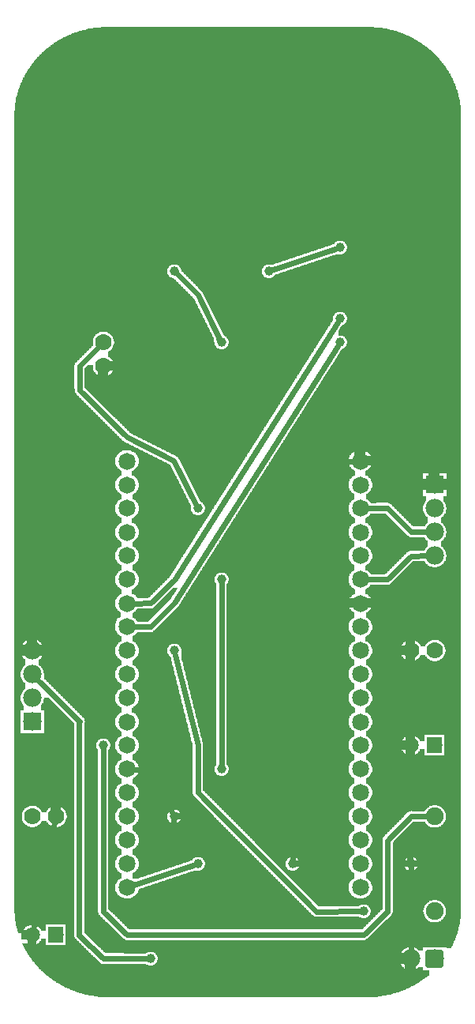
<source format=gbl>
G04 MADE WITH FRITZING*
G04 WWW.FRITZING.ORG*
G04 DOUBLE SIDED*
G04 HOLES PLATED*
G04 CONTOUR ON CENTER OF CONTOUR VECTOR*
%ASAXBY*%
%FSLAX23Y23*%
%MOIN*%
%OFA0B0*%
%SFA1.0B1.0*%
%ADD10C,0.075000*%
%ADD11C,0.078000*%
%ADD12C,0.071828*%
%ADD13C,0.070000*%
%ADD14C,0.065000*%
%ADD15C,0.039370*%
%ADD16R,0.078000X0.078000*%
%ADD17C,0.024000*%
%ADD18C,0.020000*%
%ADD19R,0.001000X0.001000*%
%LNCOPPER0*%
G90*
G70*
G54D10*
X1620Y1987D03*
X302Y4052D03*
G54D11*
X116Y1202D03*
X116Y1302D03*
X116Y1402D03*
X116Y1502D03*
G54D12*
X516Y2301D03*
X516Y2201D03*
X516Y2102D03*
X516Y2001D03*
X516Y1902D03*
X516Y1802D03*
X516Y1701D03*
X516Y1602D03*
X516Y1502D03*
X516Y1402D03*
X516Y1302D03*
X516Y1201D03*
X516Y1102D03*
X516Y1002D03*
X516Y902D03*
X516Y802D03*
X516Y703D03*
X516Y602D03*
X516Y502D03*
X1502Y502D03*
X1502Y602D03*
X1502Y703D03*
X1502Y802D03*
X1502Y902D03*
X1502Y1002D03*
X1502Y1102D03*
X1502Y1201D03*
X1502Y1302D03*
X1502Y1402D03*
X1502Y1502D03*
X1502Y1602D03*
X1502Y1701D03*
X1502Y1802D03*
X1502Y1902D03*
X1502Y2001D03*
X1502Y2102D03*
X1502Y2201D03*
X1502Y2301D03*
G54D13*
X1716Y1502D03*
X1816Y1502D03*
X216Y802D03*
X116Y802D03*
X416Y2702D03*
X416Y2802D03*
G54D11*
X1816Y202D03*
X1716Y202D03*
X1816Y2202D03*
X1816Y2102D03*
X1816Y2002D03*
X1816Y1902D03*
G54D14*
X116Y302D03*
X216Y302D03*
X1716Y1102D03*
X1816Y1102D03*
G54D10*
X1816Y802D03*
X1816Y402D03*
G54D15*
X1416Y3202D03*
X1416Y2902D03*
X1416Y2802D03*
X1116Y3102D03*
X916Y2802D03*
X716Y3102D03*
X416Y1102D03*
X716Y1502D03*
X1516Y402D03*
X816Y2102D03*
X916Y1802D03*
X916Y1002D03*
X816Y602D03*
X716Y802D03*
X1716Y602D03*
X1216Y602D03*
X616Y202D03*
G54D16*
X116Y1202D03*
X1816Y2202D03*
G54D17*
X1398Y3196D02*
X1134Y3108D01*
D02*
X516Y1602D02*
X616Y1602D01*
D02*
X716Y1702D02*
X1406Y2786D01*
D02*
X616Y1602D02*
X716Y1702D01*
D02*
X493Y1621D02*
X516Y1602D01*
D02*
X1406Y2886D02*
X716Y1801D01*
D02*
X716Y1801D02*
X616Y1702D01*
D02*
X616Y1702D02*
X547Y1701D01*
D02*
X816Y3002D02*
X730Y3089D01*
D02*
X915Y2803D02*
X816Y3002D01*
D02*
X903Y2816D02*
X915Y2803D01*
D02*
X1717Y2003D02*
X1786Y2002D01*
D02*
X1617Y2103D02*
X1717Y2003D01*
D02*
X1532Y2102D02*
X1617Y2103D01*
D02*
X1617Y1802D02*
X1532Y1802D01*
D02*
X1717Y1901D02*
X1617Y1802D01*
D02*
X1786Y1902D02*
X1717Y1901D01*
D02*
X1716Y802D02*
X1617Y701D01*
D02*
X1617Y701D02*
X1617Y401D01*
D02*
X1617Y401D02*
X1516Y303D01*
D02*
X1516Y303D02*
X517Y303D01*
D02*
X517Y303D02*
X416Y401D01*
D02*
X416Y401D02*
X416Y1083D01*
D02*
X1788Y802D02*
X1716Y802D01*
D02*
X816Y1102D02*
X721Y1484D01*
D02*
X816Y902D02*
X816Y1102D01*
D02*
X1317Y401D02*
X816Y902D01*
D02*
X1497Y402D02*
X1317Y401D01*
D02*
X317Y1202D02*
X315Y1202D01*
D02*
X315Y1202D02*
X315Y301D01*
D02*
X416Y202D02*
X597Y202D01*
D02*
X315Y301D02*
X416Y202D01*
D02*
X138Y1381D02*
X317Y1202D01*
D02*
X1417Y2301D02*
X1317Y2201D01*
D02*
X1317Y2201D02*
X1216Y2003D01*
D02*
X1216Y2003D02*
X1216Y621D01*
D02*
X1471Y2301D02*
X1417Y2301D01*
D02*
X121Y326D02*
X211Y776D01*
D02*
X615Y1001D02*
X708Y819D01*
D02*
X547Y1001D02*
X615Y1001D01*
D02*
X1716Y583D02*
X1716Y232D01*
D02*
X798Y596D02*
X545Y512D01*
D02*
X916Y1783D02*
X916Y1021D01*
D02*
X516Y2402D02*
X317Y2601D01*
D02*
X715Y2302D02*
X516Y2402D01*
D02*
X316Y2702D02*
X398Y2784D01*
D02*
X317Y2601D02*
X316Y2702D01*
D02*
X808Y2119D02*
X715Y2302D01*
G36*
X1570Y2081D02*
X1570Y2079D01*
X1544Y2079D01*
X1544Y2075D01*
X1542Y2075D01*
X1542Y2073D01*
X1540Y2073D01*
X1540Y2071D01*
X1538Y2071D01*
X1538Y2069D01*
X1536Y2069D01*
X1536Y2067D01*
X1534Y2067D01*
X1534Y2065D01*
X1530Y2065D01*
X1530Y2063D01*
X1528Y2063D01*
X1528Y2061D01*
X1524Y2061D01*
X1524Y2041D01*
X1528Y2041D01*
X1528Y2039D01*
X1532Y2039D01*
X1532Y2037D01*
X1534Y2037D01*
X1534Y2035D01*
X1536Y2035D01*
X1536Y2033D01*
X1538Y2033D01*
X1538Y2031D01*
X1540Y2031D01*
X1540Y2029D01*
X1542Y2029D01*
X1542Y2027D01*
X1544Y2027D01*
X1544Y2025D01*
X1546Y2025D01*
X1546Y2021D01*
X1548Y2021D01*
X1548Y2017D01*
X1550Y2017D01*
X1550Y2011D01*
X1552Y2011D01*
X1552Y1991D01*
X1550Y1991D01*
X1550Y1985D01*
X1548Y1985D01*
X1548Y1981D01*
X1546Y1981D01*
X1546Y1977D01*
X1544Y1977D01*
X1544Y1975D01*
X1542Y1975D01*
X1542Y1973D01*
X1540Y1973D01*
X1540Y1971D01*
X1538Y1971D01*
X1538Y1969D01*
X1536Y1969D01*
X1536Y1967D01*
X1534Y1967D01*
X1534Y1965D01*
X1532Y1965D01*
X1532Y1963D01*
X1528Y1963D01*
X1528Y1961D01*
X1526Y1961D01*
X1526Y1941D01*
X1530Y1941D01*
X1530Y1939D01*
X1532Y1939D01*
X1532Y1937D01*
X1536Y1937D01*
X1536Y1935D01*
X1538Y1935D01*
X1538Y1933D01*
X1540Y1933D01*
X1540Y1931D01*
X1542Y1931D01*
X1542Y1929D01*
X1544Y1929D01*
X1544Y1925D01*
X1546Y1925D01*
X1546Y1921D01*
X1548Y1921D01*
X1548Y1917D01*
X1550Y1917D01*
X1550Y1911D01*
X1552Y1911D01*
X1552Y1891D01*
X1550Y1891D01*
X1550Y1885D01*
X1548Y1885D01*
X1548Y1881D01*
X1546Y1881D01*
X1546Y1879D01*
X1544Y1879D01*
X1544Y1875D01*
X1542Y1875D01*
X1542Y1873D01*
X1540Y1873D01*
X1540Y1871D01*
X1538Y1871D01*
X1538Y1869D01*
X1536Y1869D01*
X1536Y1867D01*
X1534Y1867D01*
X1534Y1865D01*
X1530Y1865D01*
X1530Y1863D01*
X1526Y1863D01*
X1526Y1861D01*
X1524Y1861D01*
X1524Y1841D01*
X1528Y1841D01*
X1528Y1839D01*
X1532Y1839D01*
X1532Y1837D01*
X1534Y1837D01*
X1534Y1835D01*
X1538Y1835D01*
X1538Y1833D01*
X1540Y1833D01*
X1540Y1829D01*
X1542Y1829D01*
X1542Y1827D01*
X1544Y1827D01*
X1544Y1825D01*
X1546Y1825D01*
X1546Y1823D01*
X1608Y1823D01*
X1608Y1825D01*
X1610Y1825D01*
X1610Y1827D01*
X1612Y1827D01*
X1612Y1829D01*
X1614Y1829D01*
X1614Y1831D01*
X1616Y1831D01*
X1616Y1833D01*
X1618Y1833D01*
X1618Y1835D01*
X1620Y1835D01*
X1620Y1837D01*
X1622Y1837D01*
X1622Y1839D01*
X1624Y1839D01*
X1624Y1841D01*
X1626Y1841D01*
X1626Y1843D01*
X1628Y1843D01*
X1628Y1845D01*
X1630Y1845D01*
X1630Y1847D01*
X1632Y1847D01*
X1632Y1849D01*
X1634Y1849D01*
X1634Y1851D01*
X1636Y1851D01*
X1636Y1853D01*
X1638Y1853D01*
X1638Y1855D01*
X1640Y1855D01*
X1640Y1857D01*
X1642Y1857D01*
X1642Y1859D01*
X1644Y1859D01*
X1644Y1861D01*
X1646Y1861D01*
X1646Y1863D01*
X1648Y1863D01*
X1648Y1865D01*
X1650Y1865D01*
X1650Y1867D01*
X1652Y1867D01*
X1652Y1869D01*
X1654Y1869D01*
X1654Y1871D01*
X1656Y1871D01*
X1656Y1873D01*
X1658Y1873D01*
X1658Y1875D01*
X1660Y1875D01*
X1660Y1877D01*
X1662Y1877D01*
X1662Y1879D01*
X1664Y1879D01*
X1664Y1881D01*
X1666Y1881D01*
X1666Y1883D01*
X1668Y1883D01*
X1668Y1885D01*
X1670Y1885D01*
X1670Y1887D01*
X1672Y1887D01*
X1672Y1889D01*
X1674Y1889D01*
X1674Y1891D01*
X1676Y1891D01*
X1676Y1893D01*
X1678Y1893D01*
X1678Y1895D01*
X1680Y1895D01*
X1680Y1897D01*
X1682Y1897D01*
X1682Y1899D01*
X1684Y1899D01*
X1684Y1901D01*
X1686Y1901D01*
X1686Y1903D01*
X1688Y1903D01*
X1688Y1905D01*
X1690Y1905D01*
X1690Y1907D01*
X1692Y1907D01*
X1692Y1909D01*
X1694Y1909D01*
X1694Y1911D01*
X1696Y1911D01*
X1696Y1913D01*
X1698Y1913D01*
X1698Y1915D01*
X1700Y1915D01*
X1700Y1917D01*
X1702Y1917D01*
X1702Y1919D01*
X1706Y1919D01*
X1706Y1921D01*
X1710Y1921D01*
X1710Y1923D01*
X1772Y1923D01*
X1772Y1925D01*
X1774Y1925D01*
X1774Y1927D01*
X1776Y1927D01*
X1776Y1931D01*
X1778Y1931D01*
X1778Y1933D01*
X1780Y1933D01*
X1780Y1935D01*
X1782Y1935D01*
X1782Y1937D01*
X1784Y1937D01*
X1784Y1939D01*
X1786Y1939D01*
X1786Y1941D01*
X1788Y1941D01*
X1788Y1963D01*
X1786Y1963D01*
X1786Y1965D01*
X1784Y1965D01*
X1784Y1967D01*
X1780Y1967D01*
X1780Y1971D01*
X1778Y1971D01*
X1778Y1973D01*
X1776Y1973D01*
X1776Y1975D01*
X1774Y1975D01*
X1774Y1979D01*
X1772Y1979D01*
X1772Y1981D01*
X1710Y1981D01*
X1710Y1983D01*
X1706Y1983D01*
X1706Y1985D01*
X1702Y1985D01*
X1702Y1987D01*
X1700Y1987D01*
X1700Y1989D01*
X1698Y1989D01*
X1698Y1991D01*
X1696Y1991D01*
X1696Y1993D01*
X1694Y1993D01*
X1694Y1995D01*
X1692Y1995D01*
X1692Y1997D01*
X1690Y1997D01*
X1690Y1999D01*
X1688Y1999D01*
X1688Y2001D01*
X1686Y2001D01*
X1686Y2003D01*
X1684Y2003D01*
X1684Y2005D01*
X1682Y2005D01*
X1682Y2007D01*
X1680Y2007D01*
X1680Y2009D01*
X1678Y2009D01*
X1678Y2011D01*
X1676Y2011D01*
X1676Y2013D01*
X1674Y2013D01*
X1674Y2015D01*
X1672Y2015D01*
X1672Y2017D01*
X1670Y2017D01*
X1670Y2019D01*
X1668Y2019D01*
X1668Y2021D01*
X1666Y2021D01*
X1666Y2023D01*
X1664Y2023D01*
X1664Y2025D01*
X1662Y2025D01*
X1662Y2027D01*
X1660Y2027D01*
X1660Y2029D01*
X1658Y2029D01*
X1658Y2031D01*
X1656Y2031D01*
X1656Y2033D01*
X1654Y2033D01*
X1654Y2035D01*
X1652Y2035D01*
X1652Y2037D01*
X1650Y2037D01*
X1650Y2039D01*
X1648Y2039D01*
X1648Y2041D01*
X1646Y2041D01*
X1646Y2043D01*
X1644Y2043D01*
X1644Y2045D01*
X1642Y2045D01*
X1642Y2047D01*
X1640Y2047D01*
X1640Y2049D01*
X1638Y2049D01*
X1638Y2051D01*
X1636Y2051D01*
X1636Y2053D01*
X1634Y2053D01*
X1634Y2055D01*
X1632Y2055D01*
X1632Y2057D01*
X1630Y2057D01*
X1630Y2059D01*
X1628Y2059D01*
X1628Y2061D01*
X1626Y2061D01*
X1626Y2063D01*
X1624Y2063D01*
X1624Y2065D01*
X1622Y2065D01*
X1622Y2067D01*
X1620Y2067D01*
X1620Y2069D01*
X1618Y2069D01*
X1618Y2071D01*
X1616Y2071D01*
X1616Y2073D01*
X1614Y2073D01*
X1614Y2075D01*
X1612Y2075D01*
X1612Y2077D01*
X1610Y2077D01*
X1610Y2079D01*
X1608Y2079D01*
X1608Y2081D01*
X1570Y2081D01*
G37*
D02*
G36*
X710Y1765D02*
X710Y1763D01*
X708Y1763D01*
X708Y1761D01*
X706Y1761D01*
X706Y1759D01*
X704Y1759D01*
X704Y1757D01*
X702Y1757D01*
X702Y1755D01*
X700Y1755D01*
X700Y1753D01*
X698Y1753D01*
X698Y1751D01*
X696Y1751D01*
X696Y1749D01*
X694Y1749D01*
X694Y1747D01*
X692Y1747D01*
X692Y1745D01*
X690Y1745D01*
X690Y1743D01*
X688Y1743D01*
X688Y1741D01*
X686Y1741D01*
X686Y1739D01*
X684Y1739D01*
X684Y1737D01*
X682Y1737D01*
X682Y1735D01*
X680Y1735D01*
X680Y1733D01*
X678Y1733D01*
X678Y1731D01*
X676Y1731D01*
X676Y1729D01*
X674Y1729D01*
X674Y1727D01*
X672Y1727D01*
X672Y1725D01*
X670Y1725D01*
X670Y1723D01*
X668Y1723D01*
X668Y1721D01*
X666Y1721D01*
X666Y1719D01*
X664Y1719D01*
X664Y1717D01*
X662Y1717D01*
X662Y1715D01*
X660Y1715D01*
X660Y1713D01*
X658Y1713D01*
X658Y1711D01*
X656Y1711D01*
X656Y1709D01*
X654Y1709D01*
X654Y1707D01*
X652Y1707D01*
X652Y1705D01*
X650Y1705D01*
X650Y1703D01*
X648Y1703D01*
X648Y1701D01*
X646Y1701D01*
X646Y1699D01*
X644Y1699D01*
X644Y1697D01*
X642Y1697D01*
X642Y1695D01*
X640Y1695D01*
X640Y1693D01*
X638Y1693D01*
X638Y1691D01*
X636Y1691D01*
X636Y1689D01*
X634Y1689D01*
X634Y1687D01*
X632Y1687D01*
X632Y1685D01*
X630Y1685D01*
X630Y1683D01*
X626Y1683D01*
X626Y1681D01*
X620Y1681D01*
X620Y1679D01*
X560Y1679D01*
X560Y1677D01*
X558Y1677D01*
X558Y1675D01*
X556Y1675D01*
X556Y1673D01*
X554Y1673D01*
X554Y1669D01*
X552Y1669D01*
X552Y1667D01*
X548Y1667D01*
X548Y1665D01*
X546Y1665D01*
X546Y1663D01*
X542Y1663D01*
X542Y1661D01*
X540Y1661D01*
X540Y1641D01*
X544Y1641D01*
X544Y1639D01*
X546Y1639D01*
X546Y1637D01*
X550Y1637D01*
X550Y1635D01*
X552Y1635D01*
X552Y1633D01*
X554Y1633D01*
X554Y1631D01*
X556Y1631D01*
X556Y1629D01*
X558Y1629D01*
X558Y1625D01*
X560Y1625D01*
X560Y1623D01*
X606Y1623D01*
X606Y1625D01*
X608Y1625D01*
X608Y1627D01*
X610Y1627D01*
X610Y1629D01*
X612Y1629D01*
X612Y1631D01*
X614Y1631D01*
X614Y1633D01*
X616Y1633D01*
X616Y1635D01*
X618Y1635D01*
X618Y1637D01*
X620Y1637D01*
X620Y1639D01*
X622Y1639D01*
X622Y1641D01*
X624Y1641D01*
X624Y1643D01*
X626Y1643D01*
X626Y1645D01*
X628Y1645D01*
X628Y1647D01*
X630Y1647D01*
X630Y1649D01*
X632Y1649D01*
X632Y1651D01*
X634Y1651D01*
X634Y1653D01*
X636Y1653D01*
X636Y1655D01*
X638Y1655D01*
X638Y1657D01*
X640Y1657D01*
X640Y1659D01*
X642Y1659D01*
X642Y1661D01*
X644Y1661D01*
X644Y1663D01*
X646Y1663D01*
X646Y1665D01*
X648Y1665D01*
X648Y1667D01*
X650Y1667D01*
X650Y1669D01*
X652Y1669D01*
X652Y1671D01*
X654Y1671D01*
X654Y1673D01*
X656Y1673D01*
X656Y1675D01*
X658Y1675D01*
X658Y1677D01*
X660Y1677D01*
X660Y1679D01*
X662Y1679D01*
X662Y1681D01*
X664Y1681D01*
X664Y1683D01*
X666Y1683D01*
X666Y1685D01*
X668Y1685D01*
X668Y1687D01*
X670Y1687D01*
X670Y1689D01*
X672Y1689D01*
X672Y1691D01*
X674Y1691D01*
X674Y1693D01*
X676Y1693D01*
X676Y1695D01*
X678Y1695D01*
X678Y1697D01*
X680Y1697D01*
X680Y1699D01*
X682Y1699D01*
X682Y1701D01*
X684Y1701D01*
X684Y1703D01*
X686Y1703D01*
X686Y1705D01*
X688Y1705D01*
X688Y1707D01*
X690Y1707D01*
X690Y1709D01*
X692Y1709D01*
X692Y1711D01*
X694Y1711D01*
X694Y1713D01*
X696Y1713D01*
X696Y1715D01*
X698Y1715D01*
X698Y1717D01*
X700Y1717D01*
X700Y1719D01*
X702Y1719D01*
X702Y1723D01*
X704Y1723D01*
X704Y1725D01*
X706Y1725D01*
X706Y1729D01*
X708Y1729D01*
X708Y1733D01*
X710Y1733D01*
X710Y1735D01*
X712Y1735D01*
X712Y1739D01*
X714Y1739D01*
X714Y1741D01*
X716Y1741D01*
X716Y1745D01*
X718Y1745D01*
X718Y1747D01*
X720Y1747D01*
X720Y1751D01*
X722Y1751D01*
X722Y1755D01*
X724Y1755D01*
X724Y1757D01*
X726Y1757D01*
X726Y1761D01*
X728Y1761D01*
X728Y1763D01*
X730Y1763D01*
X730Y1765D01*
X710Y1765D01*
G37*
D02*
G36*
X408Y4133D02*
X408Y4131D01*
X388Y4131D01*
X388Y4129D01*
X372Y4129D01*
X372Y4127D01*
X360Y4127D01*
X360Y4125D01*
X350Y4125D01*
X350Y4123D01*
X342Y4123D01*
X342Y4121D01*
X334Y4121D01*
X334Y4119D01*
X326Y4119D01*
X326Y4117D01*
X318Y4117D01*
X318Y4115D01*
X312Y4115D01*
X312Y4113D01*
X306Y4113D01*
X306Y4111D01*
X300Y4111D01*
X300Y4109D01*
X294Y4109D01*
X294Y4107D01*
X290Y4107D01*
X290Y4105D01*
X284Y4105D01*
X284Y4103D01*
X280Y4103D01*
X280Y4101D01*
X274Y4101D01*
X274Y4099D01*
X270Y4099D01*
X270Y4097D01*
X266Y4097D01*
X266Y4095D01*
X262Y4095D01*
X262Y4093D01*
X258Y4093D01*
X258Y4091D01*
X252Y4091D01*
X252Y4089D01*
X248Y4089D01*
X248Y4087D01*
X246Y4087D01*
X246Y4085D01*
X242Y4085D01*
X242Y4083D01*
X238Y4083D01*
X238Y4081D01*
X234Y4081D01*
X234Y4079D01*
X230Y4079D01*
X230Y4077D01*
X228Y4077D01*
X228Y4075D01*
X224Y4075D01*
X224Y4073D01*
X220Y4073D01*
X220Y4071D01*
X218Y4071D01*
X218Y4069D01*
X214Y4069D01*
X214Y4067D01*
X212Y4067D01*
X212Y4065D01*
X208Y4065D01*
X208Y4063D01*
X206Y4063D01*
X206Y4061D01*
X202Y4061D01*
X202Y4059D01*
X200Y4059D01*
X200Y4057D01*
X196Y4057D01*
X196Y4055D01*
X194Y4055D01*
X194Y4053D01*
X192Y4053D01*
X192Y4051D01*
X188Y4051D01*
X188Y4049D01*
X186Y4049D01*
X186Y4047D01*
X184Y4047D01*
X184Y4045D01*
X182Y4045D01*
X182Y4043D01*
X178Y4043D01*
X178Y4041D01*
X176Y4041D01*
X176Y4039D01*
X174Y4039D01*
X174Y4037D01*
X172Y4037D01*
X172Y4035D01*
X170Y4035D01*
X170Y4033D01*
X166Y4033D01*
X166Y4031D01*
X164Y4031D01*
X164Y4029D01*
X162Y4029D01*
X162Y4027D01*
X160Y4027D01*
X160Y4025D01*
X158Y4025D01*
X158Y4023D01*
X156Y4023D01*
X156Y4021D01*
X154Y4021D01*
X154Y4019D01*
X152Y4019D01*
X152Y4017D01*
X150Y4017D01*
X150Y4015D01*
X148Y4015D01*
X148Y4013D01*
X146Y4013D01*
X146Y4011D01*
X144Y4011D01*
X144Y4009D01*
X142Y4009D01*
X142Y4007D01*
X140Y4007D01*
X140Y4005D01*
X138Y4005D01*
X138Y4003D01*
X136Y4003D01*
X136Y4001D01*
X134Y4001D01*
X134Y3997D01*
X132Y3997D01*
X132Y3995D01*
X130Y3995D01*
X130Y3993D01*
X128Y3993D01*
X128Y3991D01*
X126Y3991D01*
X126Y3989D01*
X124Y3989D01*
X124Y3987D01*
X122Y3987D01*
X122Y3983D01*
X120Y3983D01*
X120Y3981D01*
X118Y3981D01*
X118Y3979D01*
X116Y3979D01*
X116Y3975D01*
X114Y3975D01*
X114Y3973D01*
X112Y3973D01*
X112Y3971D01*
X110Y3971D01*
X110Y3967D01*
X108Y3967D01*
X108Y3965D01*
X106Y3965D01*
X106Y3961D01*
X104Y3961D01*
X104Y3959D01*
X102Y3959D01*
X102Y3955D01*
X100Y3955D01*
X100Y3953D01*
X98Y3953D01*
X98Y3949D01*
X96Y3949D01*
X96Y3947D01*
X94Y3947D01*
X94Y3943D01*
X92Y3943D01*
X92Y3939D01*
X90Y3939D01*
X90Y3937D01*
X88Y3937D01*
X88Y3933D01*
X86Y3933D01*
X86Y3929D01*
X84Y3929D01*
X84Y3925D01*
X82Y3925D01*
X82Y3921D01*
X80Y3921D01*
X80Y3919D01*
X78Y3919D01*
X78Y3913D01*
X76Y3913D01*
X76Y3909D01*
X74Y3909D01*
X74Y3905D01*
X72Y3905D01*
X72Y3901D01*
X70Y3901D01*
X70Y3897D01*
X68Y3897D01*
X68Y3891D01*
X66Y3891D01*
X66Y3887D01*
X64Y3887D01*
X64Y3881D01*
X62Y3881D01*
X62Y3875D01*
X60Y3875D01*
X60Y3869D01*
X58Y3869D01*
X58Y3863D01*
X56Y3863D01*
X56Y3857D01*
X54Y3857D01*
X54Y3851D01*
X52Y3851D01*
X52Y3843D01*
X50Y3843D01*
X50Y3835D01*
X48Y3835D01*
X48Y3825D01*
X46Y3825D01*
X46Y3813D01*
X44Y3813D01*
X44Y3799D01*
X42Y3799D01*
X42Y3779D01*
X40Y3779D01*
X40Y3231D01*
X1424Y3231D01*
X1424Y3229D01*
X1430Y3229D01*
X1430Y3227D01*
X1434Y3227D01*
X1434Y3225D01*
X1436Y3225D01*
X1436Y3223D01*
X1438Y3223D01*
X1438Y3221D01*
X1440Y3221D01*
X1440Y3217D01*
X1442Y3217D01*
X1442Y3215D01*
X1444Y3215D01*
X1444Y3209D01*
X1446Y3209D01*
X1446Y3195D01*
X1444Y3195D01*
X1444Y3189D01*
X1442Y3189D01*
X1442Y3185D01*
X1440Y3185D01*
X1440Y3183D01*
X1438Y3183D01*
X1438Y3181D01*
X1436Y3181D01*
X1436Y3179D01*
X1434Y3179D01*
X1434Y3177D01*
X1430Y3177D01*
X1430Y3175D01*
X1426Y3175D01*
X1426Y3173D01*
X1396Y3173D01*
X1396Y3171D01*
X1390Y3171D01*
X1390Y3169D01*
X1384Y3169D01*
X1384Y3167D01*
X1378Y3167D01*
X1378Y3165D01*
X1372Y3165D01*
X1372Y3163D01*
X1366Y3163D01*
X1366Y3161D01*
X1360Y3161D01*
X1360Y3159D01*
X1354Y3159D01*
X1354Y3157D01*
X1348Y3157D01*
X1348Y3155D01*
X1342Y3155D01*
X1342Y3153D01*
X1336Y3153D01*
X1336Y3151D01*
X1330Y3151D01*
X1330Y3149D01*
X1324Y3149D01*
X1324Y3147D01*
X1318Y3147D01*
X1318Y3145D01*
X1312Y3145D01*
X1312Y3143D01*
X1306Y3143D01*
X1306Y3141D01*
X1300Y3141D01*
X1300Y3139D01*
X1294Y3139D01*
X1294Y3137D01*
X1288Y3137D01*
X1288Y3135D01*
X1282Y3135D01*
X1282Y3133D01*
X1276Y3133D01*
X1276Y3131D01*
X1270Y3131D01*
X1270Y3129D01*
X1264Y3129D01*
X1264Y3127D01*
X1258Y3127D01*
X1258Y3125D01*
X1252Y3125D01*
X1252Y3123D01*
X1246Y3123D01*
X1246Y3121D01*
X1240Y3121D01*
X1240Y3119D01*
X1234Y3119D01*
X1234Y3117D01*
X1228Y3117D01*
X1228Y3115D01*
X1222Y3115D01*
X1222Y3113D01*
X1216Y3113D01*
X1216Y3111D01*
X1210Y3111D01*
X1210Y3109D01*
X1204Y3109D01*
X1204Y3107D01*
X1198Y3107D01*
X1198Y3105D01*
X1192Y3105D01*
X1192Y3103D01*
X1186Y3103D01*
X1186Y3101D01*
X1180Y3101D01*
X1180Y3099D01*
X1174Y3099D01*
X1174Y3097D01*
X1168Y3097D01*
X1168Y3095D01*
X1162Y3095D01*
X1162Y3093D01*
X1156Y3093D01*
X1156Y3091D01*
X1150Y3091D01*
X1150Y3089D01*
X1144Y3089D01*
X1144Y3087D01*
X1142Y3087D01*
X1142Y3085D01*
X1140Y3085D01*
X1140Y3083D01*
X1138Y3083D01*
X1138Y3081D01*
X1136Y3081D01*
X1136Y3079D01*
X1134Y3079D01*
X1134Y3077D01*
X1130Y3077D01*
X1130Y3075D01*
X1126Y3075D01*
X1126Y3073D01*
X1928Y3073D01*
X1928Y3785D01*
X1926Y3785D01*
X1926Y3803D01*
X1924Y3803D01*
X1924Y3817D01*
X1922Y3817D01*
X1922Y3827D01*
X1920Y3827D01*
X1920Y3837D01*
X1918Y3837D01*
X1918Y3845D01*
X1916Y3845D01*
X1916Y3853D01*
X1914Y3853D01*
X1914Y3859D01*
X1912Y3859D01*
X1912Y3865D01*
X1910Y3865D01*
X1910Y3871D01*
X1908Y3871D01*
X1908Y3877D01*
X1906Y3877D01*
X1906Y3883D01*
X1904Y3883D01*
X1904Y3887D01*
X1902Y3887D01*
X1902Y3893D01*
X1900Y3893D01*
X1900Y3897D01*
X1898Y3897D01*
X1898Y3903D01*
X1896Y3903D01*
X1896Y3907D01*
X1894Y3907D01*
X1894Y3911D01*
X1892Y3911D01*
X1892Y3915D01*
X1890Y3915D01*
X1890Y3919D01*
X1888Y3919D01*
X1888Y3923D01*
X1886Y3923D01*
X1886Y3927D01*
X1884Y3927D01*
X1884Y3931D01*
X1882Y3931D01*
X1882Y3935D01*
X1880Y3935D01*
X1880Y3937D01*
X1878Y3937D01*
X1878Y3941D01*
X1876Y3941D01*
X1876Y3945D01*
X1874Y3945D01*
X1874Y3947D01*
X1872Y3947D01*
X1872Y3951D01*
X1870Y3951D01*
X1870Y3953D01*
X1868Y3953D01*
X1868Y3957D01*
X1866Y3957D01*
X1866Y3959D01*
X1864Y3959D01*
X1864Y3963D01*
X1862Y3963D01*
X1862Y3965D01*
X1860Y3965D01*
X1860Y3969D01*
X1858Y3969D01*
X1858Y3971D01*
X1856Y3971D01*
X1856Y3973D01*
X1854Y3973D01*
X1854Y3977D01*
X1852Y3977D01*
X1852Y3979D01*
X1850Y3979D01*
X1850Y3981D01*
X1848Y3981D01*
X1848Y3985D01*
X1846Y3985D01*
X1846Y3987D01*
X1844Y3987D01*
X1844Y3989D01*
X1842Y3989D01*
X1842Y3991D01*
X1840Y3991D01*
X1840Y3993D01*
X1838Y3993D01*
X1838Y3997D01*
X1836Y3997D01*
X1836Y3999D01*
X1834Y3999D01*
X1834Y4001D01*
X1832Y4001D01*
X1832Y4003D01*
X1830Y4003D01*
X1830Y4005D01*
X1828Y4005D01*
X1828Y4007D01*
X1826Y4007D01*
X1826Y4009D01*
X1824Y4009D01*
X1824Y4011D01*
X1822Y4011D01*
X1822Y4013D01*
X1820Y4013D01*
X1820Y4015D01*
X1818Y4015D01*
X1818Y4017D01*
X1816Y4017D01*
X1816Y4019D01*
X1814Y4019D01*
X1814Y4021D01*
X1812Y4021D01*
X1812Y4023D01*
X1810Y4023D01*
X1810Y4025D01*
X1808Y4025D01*
X1808Y4027D01*
X1806Y4027D01*
X1806Y4029D01*
X1804Y4029D01*
X1804Y4031D01*
X1802Y4031D01*
X1802Y4033D01*
X1800Y4033D01*
X1800Y4035D01*
X1796Y4035D01*
X1796Y4037D01*
X1794Y4037D01*
X1794Y4039D01*
X1792Y4039D01*
X1792Y4041D01*
X1790Y4041D01*
X1790Y4043D01*
X1788Y4043D01*
X1788Y4045D01*
X1784Y4045D01*
X1784Y4047D01*
X1782Y4047D01*
X1782Y4049D01*
X1780Y4049D01*
X1780Y4051D01*
X1776Y4051D01*
X1776Y4053D01*
X1774Y4053D01*
X1774Y4055D01*
X1772Y4055D01*
X1772Y4057D01*
X1768Y4057D01*
X1768Y4059D01*
X1766Y4059D01*
X1766Y4061D01*
X1764Y4061D01*
X1764Y4063D01*
X1760Y4063D01*
X1760Y4065D01*
X1758Y4065D01*
X1758Y4067D01*
X1754Y4067D01*
X1754Y4069D01*
X1752Y4069D01*
X1752Y4071D01*
X1748Y4071D01*
X1748Y4073D01*
X1744Y4073D01*
X1744Y4075D01*
X1742Y4075D01*
X1742Y4077D01*
X1738Y4077D01*
X1738Y4079D01*
X1734Y4079D01*
X1734Y4081D01*
X1730Y4081D01*
X1730Y4083D01*
X1728Y4083D01*
X1728Y4085D01*
X1724Y4085D01*
X1724Y4087D01*
X1720Y4087D01*
X1720Y4089D01*
X1716Y4089D01*
X1716Y4091D01*
X1712Y4091D01*
X1712Y4093D01*
X1708Y4093D01*
X1708Y4095D01*
X1704Y4095D01*
X1704Y4097D01*
X1698Y4097D01*
X1698Y4099D01*
X1694Y4099D01*
X1694Y4101D01*
X1690Y4101D01*
X1690Y4103D01*
X1684Y4103D01*
X1684Y4105D01*
X1680Y4105D01*
X1680Y4107D01*
X1674Y4107D01*
X1674Y4109D01*
X1668Y4109D01*
X1668Y4111D01*
X1662Y4111D01*
X1662Y4113D01*
X1656Y4113D01*
X1656Y4115D01*
X1650Y4115D01*
X1650Y4117D01*
X1642Y4117D01*
X1642Y4119D01*
X1636Y4119D01*
X1636Y4121D01*
X1626Y4121D01*
X1626Y4123D01*
X1618Y4123D01*
X1618Y4125D01*
X1608Y4125D01*
X1608Y4127D01*
X1596Y4127D01*
X1596Y4129D01*
X1582Y4129D01*
X1582Y4131D01*
X1560Y4131D01*
X1560Y4133D01*
X408Y4133D01*
G37*
D02*
G36*
X40Y3231D02*
X40Y3131D01*
X724Y3131D01*
X724Y3129D01*
X730Y3129D01*
X730Y3127D01*
X734Y3127D01*
X734Y3125D01*
X736Y3125D01*
X736Y3123D01*
X738Y3123D01*
X738Y3121D01*
X740Y3121D01*
X740Y3117D01*
X742Y3117D01*
X742Y3115D01*
X744Y3115D01*
X744Y3109D01*
X746Y3109D01*
X746Y3103D01*
X748Y3103D01*
X748Y3101D01*
X750Y3101D01*
X750Y3099D01*
X752Y3099D01*
X752Y3097D01*
X754Y3097D01*
X754Y3095D01*
X756Y3095D01*
X756Y3093D01*
X758Y3093D01*
X758Y3091D01*
X760Y3091D01*
X760Y3089D01*
X762Y3089D01*
X762Y3087D01*
X764Y3087D01*
X764Y3085D01*
X766Y3085D01*
X766Y3083D01*
X768Y3083D01*
X768Y3081D01*
X770Y3081D01*
X770Y3079D01*
X772Y3079D01*
X772Y3077D01*
X774Y3077D01*
X774Y3075D01*
X776Y3075D01*
X776Y3073D01*
X1106Y3073D01*
X1106Y3075D01*
X1102Y3075D01*
X1102Y3077D01*
X1098Y3077D01*
X1098Y3079D01*
X1096Y3079D01*
X1096Y3081D01*
X1094Y3081D01*
X1094Y3083D01*
X1092Y3083D01*
X1092Y3087D01*
X1090Y3087D01*
X1090Y3091D01*
X1088Y3091D01*
X1088Y3099D01*
X1086Y3099D01*
X1086Y3105D01*
X1088Y3105D01*
X1088Y3113D01*
X1090Y3113D01*
X1090Y3117D01*
X1092Y3117D01*
X1092Y3119D01*
X1094Y3119D01*
X1094Y3123D01*
X1096Y3123D01*
X1096Y3125D01*
X1100Y3125D01*
X1100Y3127D01*
X1102Y3127D01*
X1102Y3129D01*
X1108Y3129D01*
X1108Y3131D01*
X1138Y3131D01*
X1138Y3133D01*
X1144Y3133D01*
X1144Y3135D01*
X1150Y3135D01*
X1150Y3137D01*
X1156Y3137D01*
X1156Y3139D01*
X1162Y3139D01*
X1162Y3141D01*
X1168Y3141D01*
X1168Y3143D01*
X1174Y3143D01*
X1174Y3145D01*
X1180Y3145D01*
X1180Y3147D01*
X1186Y3147D01*
X1186Y3149D01*
X1192Y3149D01*
X1192Y3151D01*
X1198Y3151D01*
X1198Y3153D01*
X1204Y3153D01*
X1204Y3155D01*
X1210Y3155D01*
X1210Y3157D01*
X1216Y3157D01*
X1216Y3159D01*
X1222Y3159D01*
X1222Y3161D01*
X1228Y3161D01*
X1228Y3163D01*
X1234Y3163D01*
X1234Y3165D01*
X1240Y3165D01*
X1240Y3167D01*
X1246Y3167D01*
X1246Y3169D01*
X1252Y3169D01*
X1252Y3171D01*
X1258Y3171D01*
X1258Y3173D01*
X1264Y3173D01*
X1264Y3175D01*
X1270Y3175D01*
X1270Y3177D01*
X1276Y3177D01*
X1276Y3179D01*
X1282Y3179D01*
X1282Y3181D01*
X1288Y3181D01*
X1288Y3183D01*
X1294Y3183D01*
X1294Y3185D01*
X1300Y3185D01*
X1300Y3187D01*
X1306Y3187D01*
X1306Y3189D01*
X1312Y3189D01*
X1312Y3191D01*
X1318Y3191D01*
X1318Y3193D01*
X1324Y3193D01*
X1324Y3195D01*
X1330Y3195D01*
X1330Y3197D01*
X1336Y3197D01*
X1336Y3199D01*
X1342Y3199D01*
X1342Y3201D01*
X1348Y3201D01*
X1348Y3203D01*
X1354Y3203D01*
X1354Y3205D01*
X1360Y3205D01*
X1360Y3207D01*
X1366Y3207D01*
X1366Y3209D01*
X1372Y3209D01*
X1372Y3211D01*
X1378Y3211D01*
X1378Y3213D01*
X1384Y3213D01*
X1384Y3215D01*
X1390Y3215D01*
X1390Y3217D01*
X1392Y3217D01*
X1392Y3219D01*
X1394Y3219D01*
X1394Y3223D01*
X1396Y3223D01*
X1396Y3225D01*
X1400Y3225D01*
X1400Y3227D01*
X1402Y3227D01*
X1402Y3229D01*
X1408Y3229D01*
X1408Y3231D01*
X40Y3231D01*
G37*
D02*
G36*
X40Y3131D02*
X40Y2847D01*
X424Y2847D01*
X424Y2845D01*
X432Y2845D01*
X432Y2843D01*
X436Y2843D01*
X436Y2841D01*
X440Y2841D01*
X440Y2839D01*
X442Y2839D01*
X442Y2837D01*
X446Y2837D01*
X446Y2835D01*
X448Y2835D01*
X448Y2833D01*
X450Y2833D01*
X450Y2831D01*
X452Y2831D01*
X452Y2827D01*
X454Y2827D01*
X454Y2825D01*
X456Y2825D01*
X456Y2821D01*
X458Y2821D01*
X458Y2815D01*
X460Y2815D01*
X460Y2807D01*
X462Y2807D01*
X462Y2797D01*
X460Y2797D01*
X460Y2789D01*
X458Y2789D01*
X458Y2783D01*
X456Y2783D01*
X456Y2779D01*
X454Y2779D01*
X454Y2777D01*
X452Y2777D01*
X452Y2773D01*
X906Y2773D01*
X906Y2775D01*
X902Y2775D01*
X902Y2777D01*
X898Y2777D01*
X898Y2779D01*
X896Y2779D01*
X896Y2781D01*
X894Y2781D01*
X894Y2783D01*
X892Y2783D01*
X892Y2787D01*
X890Y2787D01*
X890Y2791D01*
X888Y2791D01*
X888Y2799D01*
X886Y2799D01*
X886Y2803D01*
X884Y2803D01*
X884Y2807D01*
X882Y2807D01*
X882Y2823D01*
X880Y2823D01*
X880Y2827D01*
X878Y2827D01*
X878Y2831D01*
X876Y2831D01*
X876Y2835D01*
X874Y2835D01*
X874Y2839D01*
X872Y2839D01*
X872Y2843D01*
X870Y2843D01*
X870Y2847D01*
X868Y2847D01*
X868Y2851D01*
X866Y2851D01*
X866Y2855D01*
X864Y2855D01*
X864Y2859D01*
X862Y2859D01*
X862Y2863D01*
X860Y2863D01*
X860Y2867D01*
X858Y2867D01*
X858Y2871D01*
X856Y2871D01*
X856Y2875D01*
X854Y2875D01*
X854Y2879D01*
X852Y2879D01*
X852Y2883D01*
X850Y2883D01*
X850Y2887D01*
X848Y2887D01*
X848Y2891D01*
X846Y2891D01*
X846Y2895D01*
X844Y2895D01*
X844Y2899D01*
X842Y2899D01*
X842Y2903D01*
X840Y2903D01*
X840Y2907D01*
X838Y2907D01*
X838Y2911D01*
X836Y2911D01*
X836Y2915D01*
X834Y2915D01*
X834Y2919D01*
X832Y2919D01*
X832Y2923D01*
X830Y2923D01*
X830Y2927D01*
X828Y2927D01*
X828Y2931D01*
X826Y2931D01*
X826Y2935D01*
X824Y2935D01*
X824Y2939D01*
X822Y2939D01*
X822Y2943D01*
X820Y2943D01*
X820Y2947D01*
X818Y2947D01*
X818Y2951D01*
X816Y2951D01*
X816Y2955D01*
X814Y2955D01*
X814Y2959D01*
X812Y2959D01*
X812Y2963D01*
X810Y2963D01*
X810Y2967D01*
X808Y2967D01*
X808Y2971D01*
X806Y2971D01*
X806Y2975D01*
X804Y2975D01*
X804Y2979D01*
X802Y2979D01*
X802Y2983D01*
X800Y2983D01*
X800Y2987D01*
X798Y2987D01*
X798Y2989D01*
X796Y2989D01*
X796Y2991D01*
X794Y2991D01*
X794Y2993D01*
X792Y2993D01*
X792Y2995D01*
X790Y2995D01*
X790Y2997D01*
X788Y2997D01*
X788Y2999D01*
X786Y2999D01*
X786Y3001D01*
X784Y3001D01*
X784Y3003D01*
X782Y3003D01*
X782Y3005D01*
X780Y3005D01*
X780Y3007D01*
X778Y3007D01*
X778Y3009D01*
X776Y3009D01*
X776Y3011D01*
X774Y3011D01*
X774Y3013D01*
X772Y3013D01*
X772Y3015D01*
X770Y3015D01*
X770Y3017D01*
X768Y3017D01*
X768Y3019D01*
X766Y3019D01*
X766Y3021D01*
X764Y3021D01*
X764Y3023D01*
X762Y3023D01*
X762Y3025D01*
X760Y3025D01*
X760Y3027D01*
X758Y3027D01*
X758Y3029D01*
X756Y3029D01*
X756Y3031D01*
X754Y3031D01*
X754Y3033D01*
X752Y3033D01*
X752Y3035D01*
X750Y3035D01*
X750Y3037D01*
X748Y3037D01*
X748Y3039D01*
X746Y3039D01*
X746Y3041D01*
X744Y3041D01*
X744Y3043D01*
X742Y3043D01*
X742Y3045D01*
X740Y3045D01*
X740Y3047D01*
X738Y3047D01*
X738Y3049D01*
X736Y3049D01*
X736Y3051D01*
X734Y3051D01*
X734Y3053D01*
X732Y3053D01*
X732Y3055D01*
X730Y3055D01*
X730Y3057D01*
X728Y3057D01*
X728Y3059D01*
X726Y3059D01*
X726Y3061D01*
X724Y3061D01*
X724Y3063D01*
X722Y3063D01*
X722Y3065D01*
X720Y3065D01*
X720Y3067D01*
X718Y3067D01*
X718Y3069D01*
X716Y3069D01*
X716Y3071D01*
X714Y3071D01*
X714Y3073D01*
X706Y3073D01*
X706Y3075D01*
X702Y3075D01*
X702Y3077D01*
X698Y3077D01*
X698Y3079D01*
X696Y3079D01*
X696Y3081D01*
X694Y3081D01*
X694Y3083D01*
X692Y3083D01*
X692Y3087D01*
X690Y3087D01*
X690Y3091D01*
X688Y3091D01*
X688Y3099D01*
X686Y3099D01*
X686Y3105D01*
X688Y3105D01*
X688Y3113D01*
X690Y3113D01*
X690Y3117D01*
X692Y3117D01*
X692Y3119D01*
X694Y3119D01*
X694Y3123D01*
X696Y3123D01*
X696Y3125D01*
X700Y3125D01*
X700Y3127D01*
X702Y3127D01*
X702Y3129D01*
X708Y3129D01*
X708Y3131D01*
X40Y3131D01*
G37*
D02*
G36*
X778Y3073D02*
X778Y3071D01*
X1928Y3071D01*
X1928Y3073D01*
X778Y3073D01*
G37*
D02*
G36*
X778Y3073D02*
X778Y3071D01*
X1928Y3071D01*
X1928Y3073D01*
X778Y3073D01*
G37*
D02*
G36*
X780Y3071D02*
X780Y3069D01*
X782Y3069D01*
X782Y3067D01*
X784Y3067D01*
X784Y3065D01*
X786Y3065D01*
X786Y3063D01*
X788Y3063D01*
X788Y3061D01*
X790Y3061D01*
X790Y3059D01*
X792Y3059D01*
X792Y3057D01*
X794Y3057D01*
X794Y3055D01*
X796Y3055D01*
X796Y3053D01*
X798Y3053D01*
X798Y3051D01*
X800Y3051D01*
X800Y3049D01*
X802Y3049D01*
X802Y3047D01*
X804Y3047D01*
X804Y3045D01*
X806Y3045D01*
X806Y3043D01*
X808Y3043D01*
X808Y3041D01*
X810Y3041D01*
X810Y3039D01*
X812Y3039D01*
X812Y3037D01*
X814Y3037D01*
X814Y3035D01*
X816Y3035D01*
X816Y3033D01*
X818Y3033D01*
X818Y3029D01*
X820Y3029D01*
X820Y3027D01*
X822Y3027D01*
X822Y3025D01*
X824Y3025D01*
X824Y3023D01*
X826Y3023D01*
X826Y3021D01*
X828Y3021D01*
X828Y3019D01*
X830Y3019D01*
X830Y3017D01*
X832Y3017D01*
X832Y3015D01*
X834Y3015D01*
X834Y3013D01*
X836Y3013D01*
X836Y3009D01*
X838Y3009D01*
X838Y3005D01*
X840Y3005D01*
X840Y3001D01*
X842Y3001D01*
X842Y2997D01*
X844Y2997D01*
X844Y2993D01*
X846Y2993D01*
X846Y2989D01*
X848Y2989D01*
X848Y2985D01*
X850Y2985D01*
X850Y2981D01*
X852Y2981D01*
X852Y2977D01*
X854Y2977D01*
X854Y2973D01*
X856Y2973D01*
X856Y2969D01*
X858Y2969D01*
X858Y2965D01*
X860Y2965D01*
X860Y2961D01*
X862Y2961D01*
X862Y2957D01*
X864Y2957D01*
X864Y2953D01*
X866Y2953D01*
X866Y2949D01*
X868Y2949D01*
X868Y2945D01*
X870Y2945D01*
X870Y2941D01*
X872Y2941D01*
X872Y2937D01*
X874Y2937D01*
X874Y2933D01*
X876Y2933D01*
X876Y2931D01*
X1424Y2931D01*
X1424Y2929D01*
X1430Y2929D01*
X1430Y2927D01*
X1434Y2927D01*
X1434Y2925D01*
X1436Y2925D01*
X1436Y2923D01*
X1438Y2923D01*
X1438Y2921D01*
X1440Y2921D01*
X1440Y2917D01*
X1442Y2917D01*
X1442Y2915D01*
X1444Y2915D01*
X1444Y2909D01*
X1446Y2909D01*
X1446Y2895D01*
X1444Y2895D01*
X1444Y2889D01*
X1442Y2889D01*
X1442Y2885D01*
X1440Y2885D01*
X1440Y2883D01*
X1438Y2883D01*
X1438Y2881D01*
X1436Y2881D01*
X1436Y2879D01*
X1434Y2879D01*
X1434Y2877D01*
X1430Y2877D01*
X1430Y2875D01*
X1426Y2875D01*
X1426Y2873D01*
X1424Y2873D01*
X1424Y2871D01*
X1422Y2871D01*
X1422Y2869D01*
X1420Y2869D01*
X1420Y2865D01*
X1418Y2865D01*
X1418Y2861D01*
X1416Y2861D01*
X1416Y2859D01*
X1414Y2859D01*
X1414Y2855D01*
X1412Y2855D01*
X1412Y2853D01*
X1410Y2853D01*
X1410Y2831D01*
X1424Y2831D01*
X1424Y2829D01*
X1430Y2829D01*
X1430Y2827D01*
X1434Y2827D01*
X1434Y2825D01*
X1436Y2825D01*
X1436Y2823D01*
X1438Y2823D01*
X1438Y2821D01*
X1440Y2821D01*
X1440Y2817D01*
X1442Y2817D01*
X1442Y2815D01*
X1444Y2815D01*
X1444Y2809D01*
X1446Y2809D01*
X1446Y2795D01*
X1444Y2795D01*
X1444Y2789D01*
X1442Y2789D01*
X1442Y2785D01*
X1440Y2785D01*
X1440Y2783D01*
X1438Y2783D01*
X1438Y2781D01*
X1436Y2781D01*
X1436Y2779D01*
X1434Y2779D01*
X1434Y2777D01*
X1430Y2777D01*
X1430Y2775D01*
X1426Y2775D01*
X1426Y2773D01*
X1424Y2773D01*
X1424Y2771D01*
X1422Y2771D01*
X1422Y2769D01*
X1420Y2769D01*
X1420Y2765D01*
X1418Y2765D01*
X1418Y2761D01*
X1416Y2761D01*
X1416Y2759D01*
X1414Y2759D01*
X1414Y2755D01*
X1412Y2755D01*
X1412Y2753D01*
X1410Y2753D01*
X1410Y2749D01*
X1408Y2749D01*
X1408Y2747D01*
X1406Y2747D01*
X1406Y2743D01*
X1404Y2743D01*
X1404Y2739D01*
X1402Y2739D01*
X1402Y2737D01*
X1400Y2737D01*
X1400Y2733D01*
X1398Y2733D01*
X1398Y2731D01*
X1396Y2731D01*
X1396Y2727D01*
X1394Y2727D01*
X1394Y2725D01*
X1392Y2725D01*
X1392Y2721D01*
X1390Y2721D01*
X1390Y2717D01*
X1388Y2717D01*
X1388Y2715D01*
X1386Y2715D01*
X1386Y2711D01*
X1384Y2711D01*
X1384Y2709D01*
X1382Y2709D01*
X1382Y2705D01*
X1380Y2705D01*
X1380Y2703D01*
X1378Y2703D01*
X1378Y2699D01*
X1376Y2699D01*
X1376Y2697D01*
X1374Y2697D01*
X1374Y2693D01*
X1372Y2693D01*
X1372Y2689D01*
X1370Y2689D01*
X1370Y2687D01*
X1368Y2687D01*
X1368Y2683D01*
X1366Y2683D01*
X1366Y2681D01*
X1364Y2681D01*
X1364Y2677D01*
X1362Y2677D01*
X1362Y2675D01*
X1360Y2675D01*
X1360Y2671D01*
X1358Y2671D01*
X1358Y2667D01*
X1356Y2667D01*
X1356Y2665D01*
X1354Y2665D01*
X1354Y2661D01*
X1352Y2661D01*
X1352Y2659D01*
X1350Y2659D01*
X1350Y2655D01*
X1348Y2655D01*
X1348Y2653D01*
X1346Y2653D01*
X1346Y2649D01*
X1344Y2649D01*
X1344Y2645D01*
X1342Y2645D01*
X1342Y2643D01*
X1340Y2643D01*
X1340Y2639D01*
X1338Y2639D01*
X1338Y2637D01*
X1336Y2637D01*
X1336Y2633D01*
X1334Y2633D01*
X1334Y2631D01*
X1332Y2631D01*
X1332Y2627D01*
X1330Y2627D01*
X1330Y2623D01*
X1328Y2623D01*
X1328Y2621D01*
X1326Y2621D01*
X1326Y2617D01*
X1324Y2617D01*
X1324Y2615D01*
X1322Y2615D01*
X1322Y2611D01*
X1320Y2611D01*
X1320Y2609D01*
X1318Y2609D01*
X1318Y2605D01*
X1316Y2605D01*
X1316Y2601D01*
X1314Y2601D01*
X1314Y2599D01*
X1312Y2599D01*
X1312Y2595D01*
X1310Y2595D01*
X1310Y2593D01*
X1308Y2593D01*
X1308Y2589D01*
X1306Y2589D01*
X1306Y2587D01*
X1304Y2587D01*
X1304Y2583D01*
X1302Y2583D01*
X1302Y2579D01*
X1300Y2579D01*
X1300Y2577D01*
X1298Y2577D01*
X1298Y2573D01*
X1296Y2573D01*
X1296Y2571D01*
X1294Y2571D01*
X1294Y2567D01*
X1292Y2567D01*
X1292Y2565D01*
X1290Y2565D01*
X1290Y2561D01*
X1288Y2561D01*
X1288Y2557D01*
X1286Y2557D01*
X1286Y2555D01*
X1284Y2555D01*
X1284Y2551D01*
X1282Y2551D01*
X1282Y2549D01*
X1280Y2549D01*
X1280Y2545D01*
X1278Y2545D01*
X1278Y2543D01*
X1276Y2543D01*
X1276Y2539D01*
X1274Y2539D01*
X1274Y2535D01*
X1272Y2535D01*
X1272Y2533D01*
X1270Y2533D01*
X1270Y2529D01*
X1268Y2529D01*
X1268Y2527D01*
X1266Y2527D01*
X1266Y2523D01*
X1264Y2523D01*
X1264Y2521D01*
X1262Y2521D01*
X1262Y2517D01*
X1260Y2517D01*
X1260Y2513D01*
X1258Y2513D01*
X1258Y2511D01*
X1256Y2511D01*
X1256Y2507D01*
X1254Y2507D01*
X1254Y2505D01*
X1252Y2505D01*
X1252Y2501D01*
X1250Y2501D01*
X1250Y2499D01*
X1248Y2499D01*
X1248Y2495D01*
X1246Y2495D01*
X1246Y2491D01*
X1244Y2491D01*
X1244Y2489D01*
X1242Y2489D01*
X1242Y2485D01*
X1240Y2485D01*
X1240Y2483D01*
X1238Y2483D01*
X1238Y2479D01*
X1236Y2479D01*
X1236Y2477D01*
X1234Y2477D01*
X1234Y2473D01*
X1232Y2473D01*
X1232Y2469D01*
X1230Y2469D01*
X1230Y2467D01*
X1228Y2467D01*
X1228Y2463D01*
X1226Y2463D01*
X1226Y2461D01*
X1224Y2461D01*
X1224Y2457D01*
X1222Y2457D01*
X1222Y2455D01*
X1220Y2455D01*
X1220Y2451D01*
X1218Y2451D01*
X1218Y2447D01*
X1216Y2447D01*
X1216Y2445D01*
X1214Y2445D01*
X1214Y2441D01*
X1212Y2441D01*
X1212Y2439D01*
X1210Y2439D01*
X1210Y2435D01*
X1208Y2435D01*
X1208Y2433D01*
X1206Y2433D01*
X1206Y2429D01*
X1204Y2429D01*
X1204Y2425D01*
X1202Y2425D01*
X1202Y2423D01*
X1200Y2423D01*
X1200Y2419D01*
X1198Y2419D01*
X1198Y2417D01*
X1196Y2417D01*
X1196Y2413D01*
X1194Y2413D01*
X1194Y2411D01*
X1192Y2411D01*
X1192Y2407D01*
X1190Y2407D01*
X1190Y2403D01*
X1188Y2403D01*
X1188Y2401D01*
X1186Y2401D01*
X1186Y2397D01*
X1184Y2397D01*
X1184Y2395D01*
X1182Y2395D01*
X1182Y2391D01*
X1180Y2391D01*
X1180Y2389D01*
X1178Y2389D01*
X1178Y2385D01*
X1176Y2385D01*
X1176Y2381D01*
X1174Y2381D01*
X1174Y2379D01*
X1172Y2379D01*
X1172Y2375D01*
X1170Y2375D01*
X1170Y2373D01*
X1168Y2373D01*
X1168Y2369D01*
X1166Y2369D01*
X1166Y2367D01*
X1164Y2367D01*
X1164Y2363D01*
X1162Y2363D01*
X1162Y2359D01*
X1160Y2359D01*
X1160Y2357D01*
X1158Y2357D01*
X1158Y2353D01*
X1156Y2353D01*
X1156Y2351D01*
X1154Y2351D01*
X1154Y2347D01*
X1512Y2347D01*
X1512Y2345D01*
X1520Y2345D01*
X1520Y2343D01*
X1524Y2343D01*
X1524Y2341D01*
X1528Y2341D01*
X1528Y2339D01*
X1532Y2339D01*
X1532Y2337D01*
X1534Y2337D01*
X1534Y2335D01*
X1538Y2335D01*
X1538Y2333D01*
X1540Y2333D01*
X1540Y2329D01*
X1542Y2329D01*
X1542Y2327D01*
X1544Y2327D01*
X1544Y2325D01*
X1546Y2325D01*
X1546Y2321D01*
X1548Y2321D01*
X1548Y2317D01*
X1550Y2317D01*
X1550Y2311D01*
X1552Y2311D01*
X1552Y2291D01*
X1550Y2291D01*
X1550Y2285D01*
X1548Y2285D01*
X1548Y2281D01*
X1546Y2281D01*
X1546Y2277D01*
X1544Y2277D01*
X1544Y2275D01*
X1542Y2275D01*
X1542Y2273D01*
X1540Y2273D01*
X1540Y2271D01*
X1538Y2271D01*
X1538Y2269D01*
X1536Y2269D01*
X1536Y2267D01*
X1534Y2267D01*
X1534Y2265D01*
X1532Y2265D01*
X1532Y2263D01*
X1528Y2263D01*
X1528Y2261D01*
X1524Y2261D01*
X1524Y2251D01*
X1866Y2251D01*
X1866Y2153D01*
X1852Y2153D01*
X1852Y2133D01*
X1854Y2133D01*
X1854Y2131D01*
X1856Y2131D01*
X1856Y2129D01*
X1858Y2129D01*
X1858Y2125D01*
X1860Y2125D01*
X1860Y2121D01*
X1862Y2121D01*
X1862Y2115D01*
X1864Y2115D01*
X1864Y2107D01*
X1866Y2107D01*
X1866Y2097D01*
X1864Y2097D01*
X1864Y2087D01*
X1862Y2087D01*
X1862Y2081D01*
X1860Y2081D01*
X1860Y2079D01*
X1858Y2079D01*
X1858Y2075D01*
X1856Y2075D01*
X1856Y2073D01*
X1854Y2073D01*
X1854Y2069D01*
X1852Y2069D01*
X1852Y2067D01*
X1850Y2067D01*
X1850Y2065D01*
X1848Y2065D01*
X1848Y2063D01*
X1844Y2063D01*
X1844Y2041D01*
X1846Y2041D01*
X1846Y2039D01*
X1850Y2039D01*
X1850Y2037D01*
X1852Y2037D01*
X1852Y2033D01*
X1854Y2033D01*
X1854Y2031D01*
X1856Y2031D01*
X1856Y2029D01*
X1858Y2029D01*
X1858Y2025D01*
X1860Y2025D01*
X1860Y2021D01*
X1862Y2021D01*
X1862Y2015D01*
X1864Y2015D01*
X1864Y2007D01*
X1866Y2007D01*
X1866Y1997D01*
X1864Y1997D01*
X1864Y1987D01*
X1862Y1987D01*
X1862Y1981D01*
X1860Y1981D01*
X1860Y1979D01*
X1858Y1979D01*
X1858Y1975D01*
X1856Y1975D01*
X1856Y1973D01*
X1854Y1973D01*
X1854Y1969D01*
X1852Y1969D01*
X1852Y1967D01*
X1850Y1967D01*
X1850Y1965D01*
X1848Y1965D01*
X1848Y1963D01*
X1844Y1963D01*
X1844Y1941D01*
X1846Y1941D01*
X1846Y1939D01*
X1850Y1939D01*
X1850Y1937D01*
X1852Y1937D01*
X1852Y1933D01*
X1854Y1933D01*
X1854Y1931D01*
X1856Y1931D01*
X1856Y1929D01*
X1858Y1929D01*
X1858Y1925D01*
X1860Y1925D01*
X1860Y1921D01*
X1862Y1921D01*
X1862Y1915D01*
X1864Y1915D01*
X1864Y1907D01*
X1866Y1907D01*
X1866Y1897D01*
X1864Y1897D01*
X1864Y1887D01*
X1862Y1887D01*
X1862Y1881D01*
X1860Y1881D01*
X1860Y1879D01*
X1858Y1879D01*
X1858Y1875D01*
X1856Y1875D01*
X1856Y1873D01*
X1854Y1873D01*
X1854Y1869D01*
X1852Y1869D01*
X1852Y1867D01*
X1850Y1867D01*
X1850Y1865D01*
X1848Y1865D01*
X1848Y1863D01*
X1844Y1863D01*
X1844Y1861D01*
X1842Y1861D01*
X1842Y1859D01*
X1838Y1859D01*
X1838Y1857D01*
X1834Y1857D01*
X1834Y1855D01*
X1826Y1855D01*
X1826Y1853D01*
X1928Y1853D01*
X1928Y3071D01*
X780Y3071D01*
G37*
D02*
G36*
X876Y2931D02*
X876Y2929D01*
X878Y2929D01*
X878Y2925D01*
X880Y2925D01*
X880Y2921D01*
X882Y2921D01*
X882Y2917D01*
X884Y2917D01*
X884Y2913D01*
X886Y2913D01*
X886Y2909D01*
X888Y2909D01*
X888Y2905D01*
X890Y2905D01*
X890Y2901D01*
X892Y2901D01*
X892Y2897D01*
X894Y2897D01*
X894Y2893D01*
X896Y2893D01*
X896Y2889D01*
X898Y2889D01*
X898Y2885D01*
X900Y2885D01*
X900Y2881D01*
X902Y2881D01*
X902Y2877D01*
X904Y2877D01*
X904Y2873D01*
X906Y2873D01*
X906Y2869D01*
X908Y2869D01*
X908Y2865D01*
X910Y2865D01*
X910Y2861D01*
X912Y2861D01*
X912Y2857D01*
X914Y2857D01*
X914Y2853D01*
X916Y2853D01*
X916Y2849D01*
X918Y2849D01*
X918Y2845D01*
X920Y2845D01*
X920Y2841D01*
X922Y2841D01*
X922Y2837D01*
X924Y2837D01*
X924Y2833D01*
X926Y2833D01*
X926Y2829D01*
X930Y2829D01*
X930Y2827D01*
X934Y2827D01*
X934Y2825D01*
X936Y2825D01*
X936Y2823D01*
X938Y2823D01*
X938Y2821D01*
X940Y2821D01*
X940Y2817D01*
X942Y2817D01*
X942Y2815D01*
X944Y2815D01*
X944Y2809D01*
X946Y2809D01*
X946Y2795D01*
X944Y2795D01*
X944Y2789D01*
X942Y2789D01*
X942Y2785D01*
X940Y2785D01*
X940Y2783D01*
X938Y2783D01*
X938Y2781D01*
X936Y2781D01*
X936Y2779D01*
X934Y2779D01*
X934Y2777D01*
X930Y2777D01*
X930Y2775D01*
X926Y2775D01*
X926Y2773D01*
X1308Y2773D01*
X1308Y2775D01*
X1310Y2775D01*
X1310Y2777D01*
X1312Y2777D01*
X1312Y2781D01*
X1314Y2781D01*
X1314Y2783D01*
X1316Y2783D01*
X1316Y2787D01*
X1318Y2787D01*
X1318Y2789D01*
X1320Y2789D01*
X1320Y2793D01*
X1322Y2793D01*
X1322Y2797D01*
X1324Y2797D01*
X1324Y2799D01*
X1326Y2799D01*
X1326Y2803D01*
X1328Y2803D01*
X1328Y2805D01*
X1330Y2805D01*
X1330Y2809D01*
X1332Y2809D01*
X1332Y2811D01*
X1334Y2811D01*
X1334Y2815D01*
X1336Y2815D01*
X1336Y2819D01*
X1338Y2819D01*
X1338Y2821D01*
X1340Y2821D01*
X1340Y2825D01*
X1342Y2825D01*
X1342Y2827D01*
X1344Y2827D01*
X1344Y2831D01*
X1346Y2831D01*
X1346Y2833D01*
X1348Y2833D01*
X1348Y2837D01*
X1350Y2837D01*
X1350Y2841D01*
X1352Y2841D01*
X1352Y2843D01*
X1354Y2843D01*
X1354Y2847D01*
X1356Y2847D01*
X1356Y2849D01*
X1358Y2849D01*
X1358Y2853D01*
X1360Y2853D01*
X1360Y2855D01*
X1362Y2855D01*
X1362Y2859D01*
X1364Y2859D01*
X1364Y2863D01*
X1366Y2863D01*
X1366Y2865D01*
X1368Y2865D01*
X1368Y2869D01*
X1370Y2869D01*
X1370Y2871D01*
X1372Y2871D01*
X1372Y2875D01*
X1374Y2875D01*
X1374Y2877D01*
X1376Y2877D01*
X1376Y2881D01*
X1378Y2881D01*
X1378Y2885D01*
X1380Y2885D01*
X1380Y2887D01*
X1382Y2887D01*
X1382Y2891D01*
X1384Y2891D01*
X1384Y2893D01*
X1386Y2893D01*
X1386Y2905D01*
X1388Y2905D01*
X1388Y2913D01*
X1390Y2913D01*
X1390Y2917D01*
X1392Y2917D01*
X1392Y2919D01*
X1394Y2919D01*
X1394Y2923D01*
X1396Y2923D01*
X1396Y2925D01*
X1400Y2925D01*
X1400Y2927D01*
X1402Y2927D01*
X1402Y2929D01*
X1408Y2929D01*
X1408Y2931D01*
X876Y2931D01*
G37*
D02*
G36*
X40Y2847D02*
X40Y2347D01*
X526Y2347D01*
X526Y2345D01*
X534Y2345D01*
X534Y2343D01*
X538Y2343D01*
X538Y2341D01*
X542Y2341D01*
X542Y2339D01*
X546Y2339D01*
X546Y2337D01*
X548Y2337D01*
X548Y2335D01*
X552Y2335D01*
X552Y2333D01*
X554Y2333D01*
X554Y2331D01*
X556Y2331D01*
X556Y2327D01*
X558Y2327D01*
X558Y2325D01*
X560Y2325D01*
X560Y2321D01*
X562Y2321D01*
X562Y2319D01*
X564Y2319D01*
X564Y2313D01*
X566Y2313D01*
X566Y2291D01*
X564Y2291D01*
X564Y2285D01*
X562Y2285D01*
X562Y2281D01*
X560Y2281D01*
X560Y2277D01*
X558Y2277D01*
X558Y2275D01*
X556Y2275D01*
X556Y2273D01*
X554Y2273D01*
X554Y2269D01*
X550Y2269D01*
X550Y2267D01*
X548Y2267D01*
X548Y2265D01*
X546Y2265D01*
X546Y2263D01*
X542Y2263D01*
X542Y2261D01*
X538Y2261D01*
X538Y2241D01*
X542Y2241D01*
X542Y2239D01*
X546Y2239D01*
X546Y2237D01*
X548Y2237D01*
X548Y2235D01*
X550Y2235D01*
X550Y2233D01*
X554Y2233D01*
X554Y2229D01*
X556Y2229D01*
X556Y2227D01*
X558Y2227D01*
X558Y2225D01*
X560Y2225D01*
X560Y2221D01*
X562Y2221D01*
X562Y2217D01*
X564Y2217D01*
X564Y2211D01*
X566Y2211D01*
X566Y2189D01*
X564Y2189D01*
X564Y2183D01*
X562Y2183D01*
X562Y2181D01*
X560Y2181D01*
X560Y2177D01*
X558Y2177D01*
X558Y2175D01*
X556Y2175D01*
X556Y2171D01*
X554Y2171D01*
X554Y2169D01*
X552Y2169D01*
X552Y2167D01*
X548Y2167D01*
X548Y2165D01*
X546Y2165D01*
X546Y2163D01*
X542Y2163D01*
X542Y2161D01*
X540Y2161D01*
X540Y2141D01*
X544Y2141D01*
X544Y2139D01*
X546Y2139D01*
X546Y2137D01*
X550Y2137D01*
X550Y2135D01*
X552Y2135D01*
X552Y2133D01*
X554Y2133D01*
X554Y2131D01*
X556Y2131D01*
X556Y2129D01*
X558Y2129D01*
X558Y2125D01*
X560Y2125D01*
X560Y2123D01*
X562Y2123D01*
X562Y2119D01*
X564Y2119D01*
X564Y2113D01*
X566Y2113D01*
X566Y2091D01*
X564Y2091D01*
X564Y2085D01*
X562Y2085D01*
X562Y2081D01*
X560Y2081D01*
X560Y2077D01*
X558Y2077D01*
X558Y2075D01*
X556Y2075D01*
X556Y2073D01*
X806Y2073D01*
X806Y2075D01*
X802Y2075D01*
X802Y2077D01*
X798Y2077D01*
X798Y2079D01*
X796Y2079D01*
X796Y2081D01*
X794Y2081D01*
X794Y2083D01*
X792Y2083D01*
X792Y2087D01*
X790Y2087D01*
X790Y2091D01*
X788Y2091D01*
X788Y2099D01*
X786Y2099D01*
X786Y2115D01*
X784Y2115D01*
X784Y2119D01*
X782Y2119D01*
X782Y2123D01*
X780Y2123D01*
X780Y2127D01*
X778Y2127D01*
X778Y2131D01*
X776Y2131D01*
X776Y2135D01*
X774Y2135D01*
X774Y2139D01*
X772Y2139D01*
X772Y2143D01*
X770Y2143D01*
X770Y2147D01*
X768Y2147D01*
X768Y2151D01*
X766Y2151D01*
X766Y2155D01*
X764Y2155D01*
X764Y2159D01*
X762Y2159D01*
X762Y2163D01*
X760Y2163D01*
X760Y2167D01*
X758Y2167D01*
X758Y2171D01*
X756Y2171D01*
X756Y2175D01*
X754Y2175D01*
X754Y2179D01*
X752Y2179D01*
X752Y2183D01*
X750Y2183D01*
X750Y2187D01*
X748Y2187D01*
X748Y2191D01*
X746Y2191D01*
X746Y2195D01*
X744Y2195D01*
X744Y2199D01*
X742Y2199D01*
X742Y2203D01*
X740Y2203D01*
X740Y2207D01*
X738Y2207D01*
X738Y2211D01*
X736Y2211D01*
X736Y2215D01*
X734Y2215D01*
X734Y2219D01*
X732Y2219D01*
X732Y2223D01*
X730Y2223D01*
X730Y2227D01*
X728Y2227D01*
X728Y2231D01*
X726Y2231D01*
X726Y2235D01*
X724Y2235D01*
X724Y2239D01*
X722Y2239D01*
X722Y2241D01*
X720Y2241D01*
X720Y2245D01*
X718Y2245D01*
X718Y2249D01*
X716Y2249D01*
X716Y2253D01*
X714Y2253D01*
X714Y2257D01*
X712Y2257D01*
X712Y2261D01*
X710Y2261D01*
X710Y2265D01*
X708Y2265D01*
X708Y2269D01*
X706Y2269D01*
X706Y2273D01*
X704Y2273D01*
X704Y2277D01*
X702Y2277D01*
X702Y2281D01*
X700Y2281D01*
X700Y2285D01*
X698Y2285D01*
X698Y2287D01*
X694Y2287D01*
X694Y2289D01*
X690Y2289D01*
X690Y2291D01*
X686Y2291D01*
X686Y2293D01*
X682Y2293D01*
X682Y2295D01*
X678Y2295D01*
X678Y2297D01*
X674Y2297D01*
X674Y2299D01*
X670Y2299D01*
X670Y2301D01*
X666Y2301D01*
X666Y2303D01*
X662Y2303D01*
X662Y2305D01*
X658Y2305D01*
X658Y2307D01*
X654Y2307D01*
X654Y2309D01*
X650Y2309D01*
X650Y2311D01*
X646Y2311D01*
X646Y2313D01*
X642Y2313D01*
X642Y2315D01*
X638Y2315D01*
X638Y2317D01*
X634Y2317D01*
X634Y2319D01*
X630Y2319D01*
X630Y2321D01*
X626Y2321D01*
X626Y2323D01*
X622Y2323D01*
X622Y2325D01*
X618Y2325D01*
X618Y2327D01*
X614Y2327D01*
X614Y2329D01*
X610Y2329D01*
X610Y2331D01*
X606Y2331D01*
X606Y2333D01*
X602Y2333D01*
X602Y2335D01*
X598Y2335D01*
X598Y2337D01*
X594Y2337D01*
X594Y2339D01*
X590Y2339D01*
X590Y2341D01*
X586Y2341D01*
X586Y2343D01*
X582Y2343D01*
X582Y2345D01*
X578Y2345D01*
X578Y2347D01*
X574Y2347D01*
X574Y2349D01*
X570Y2349D01*
X570Y2351D01*
X566Y2351D01*
X566Y2353D01*
X562Y2353D01*
X562Y2355D01*
X558Y2355D01*
X558Y2357D01*
X554Y2357D01*
X554Y2359D01*
X550Y2359D01*
X550Y2361D01*
X546Y2361D01*
X546Y2363D01*
X542Y2363D01*
X542Y2365D01*
X538Y2365D01*
X538Y2367D01*
X534Y2367D01*
X534Y2369D01*
X530Y2369D01*
X530Y2371D01*
X526Y2371D01*
X526Y2373D01*
X522Y2373D01*
X522Y2375D01*
X518Y2375D01*
X518Y2377D01*
X514Y2377D01*
X514Y2379D01*
X510Y2379D01*
X510Y2381D01*
X506Y2381D01*
X506Y2383D01*
X504Y2383D01*
X504Y2385D01*
X500Y2385D01*
X500Y2387D01*
X498Y2387D01*
X498Y2389D01*
X496Y2389D01*
X496Y2391D01*
X494Y2391D01*
X494Y2393D01*
X492Y2393D01*
X492Y2395D01*
X490Y2395D01*
X490Y2397D01*
X488Y2397D01*
X488Y2399D01*
X486Y2399D01*
X486Y2401D01*
X484Y2401D01*
X484Y2403D01*
X482Y2403D01*
X482Y2405D01*
X480Y2405D01*
X480Y2407D01*
X478Y2407D01*
X478Y2409D01*
X476Y2409D01*
X476Y2411D01*
X474Y2411D01*
X474Y2413D01*
X472Y2413D01*
X472Y2415D01*
X470Y2415D01*
X470Y2417D01*
X468Y2417D01*
X468Y2419D01*
X466Y2419D01*
X466Y2421D01*
X464Y2421D01*
X464Y2423D01*
X462Y2423D01*
X462Y2425D01*
X460Y2425D01*
X460Y2427D01*
X458Y2427D01*
X458Y2429D01*
X456Y2429D01*
X456Y2431D01*
X454Y2431D01*
X454Y2433D01*
X452Y2433D01*
X452Y2435D01*
X450Y2435D01*
X450Y2437D01*
X448Y2437D01*
X448Y2439D01*
X446Y2439D01*
X446Y2441D01*
X444Y2441D01*
X444Y2443D01*
X442Y2443D01*
X442Y2445D01*
X440Y2445D01*
X440Y2447D01*
X438Y2447D01*
X438Y2449D01*
X436Y2449D01*
X436Y2451D01*
X434Y2451D01*
X434Y2453D01*
X432Y2453D01*
X432Y2455D01*
X430Y2455D01*
X430Y2457D01*
X428Y2457D01*
X428Y2459D01*
X426Y2459D01*
X426Y2461D01*
X424Y2461D01*
X424Y2463D01*
X422Y2463D01*
X422Y2465D01*
X420Y2465D01*
X420Y2467D01*
X418Y2467D01*
X418Y2469D01*
X416Y2469D01*
X416Y2471D01*
X414Y2471D01*
X414Y2473D01*
X412Y2473D01*
X412Y2475D01*
X410Y2475D01*
X410Y2477D01*
X408Y2477D01*
X408Y2479D01*
X406Y2479D01*
X406Y2481D01*
X404Y2481D01*
X404Y2483D01*
X402Y2483D01*
X402Y2485D01*
X400Y2485D01*
X400Y2487D01*
X398Y2487D01*
X398Y2489D01*
X396Y2489D01*
X396Y2491D01*
X394Y2491D01*
X394Y2493D01*
X392Y2493D01*
X392Y2495D01*
X390Y2495D01*
X390Y2497D01*
X388Y2497D01*
X388Y2499D01*
X386Y2499D01*
X386Y2501D01*
X384Y2501D01*
X384Y2503D01*
X382Y2503D01*
X382Y2505D01*
X380Y2505D01*
X380Y2507D01*
X378Y2507D01*
X378Y2509D01*
X376Y2509D01*
X376Y2511D01*
X374Y2511D01*
X374Y2513D01*
X372Y2513D01*
X372Y2515D01*
X370Y2515D01*
X370Y2517D01*
X368Y2517D01*
X368Y2519D01*
X366Y2519D01*
X366Y2521D01*
X364Y2521D01*
X364Y2523D01*
X362Y2523D01*
X362Y2525D01*
X360Y2525D01*
X360Y2527D01*
X358Y2527D01*
X358Y2529D01*
X356Y2529D01*
X356Y2531D01*
X354Y2531D01*
X354Y2533D01*
X352Y2533D01*
X352Y2535D01*
X350Y2535D01*
X350Y2537D01*
X348Y2537D01*
X348Y2539D01*
X346Y2539D01*
X346Y2541D01*
X344Y2541D01*
X344Y2543D01*
X342Y2543D01*
X342Y2545D01*
X340Y2545D01*
X340Y2547D01*
X338Y2547D01*
X338Y2549D01*
X336Y2549D01*
X336Y2551D01*
X334Y2551D01*
X334Y2553D01*
X332Y2553D01*
X332Y2555D01*
X330Y2555D01*
X330Y2557D01*
X328Y2557D01*
X328Y2559D01*
X326Y2559D01*
X326Y2561D01*
X324Y2561D01*
X324Y2563D01*
X322Y2563D01*
X322Y2565D01*
X320Y2565D01*
X320Y2567D01*
X318Y2567D01*
X318Y2569D01*
X316Y2569D01*
X316Y2571D01*
X314Y2571D01*
X314Y2573D01*
X312Y2573D01*
X312Y2575D01*
X310Y2575D01*
X310Y2577D01*
X308Y2577D01*
X308Y2579D01*
X306Y2579D01*
X306Y2581D01*
X304Y2581D01*
X304Y2583D01*
X302Y2583D01*
X302Y2585D01*
X300Y2585D01*
X300Y2589D01*
X298Y2589D01*
X298Y2591D01*
X296Y2591D01*
X296Y2605D01*
X294Y2605D01*
X294Y2707D01*
X296Y2707D01*
X296Y2711D01*
X298Y2711D01*
X298Y2715D01*
X300Y2715D01*
X300Y2717D01*
X302Y2717D01*
X302Y2719D01*
X304Y2719D01*
X304Y2721D01*
X306Y2721D01*
X306Y2723D01*
X308Y2723D01*
X308Y2725D01*
X310Y2725D01*
X310Y2727D01*
X312Y2727D01*
X312Y2729D01*
X314Y2729D01*
X314Y2731D01*
X316Y2731D01*
X316Y2733D01*
X318Y2733D01*
X318Y2735D01*
X320Y2735D01*
X320Y2737D01*
X322Y2737D01*
X322Y2739D01*
X324Y2739D01*
X324Y2741D01*
X326Y2741D01*
X326Y2743D01*
X328Y2743D01*
X328Y2745D01*
X330Y2745D01*
X330Y2747D01*
X332Y2747D01*
X332Y2749D01*
X334Y2749D01*
X334Y2751D01*
X336Y2751D01*
X336Y2753D01*
X338Y2753D01*
X338Y2755D01*
X340Y2755D01*
X340Y2757D01*
X342Y2757D01*
X342Y2759D01*
X344Y2759D01*
X344Y2761D01*
X346Y2761D01*
X346Y2763D01*
X348Y2763D01*
X348Y2765D01*
X350Y2765D01*
X350Y2767D01*
X352Y2767D01*
X352Y2769D01*
X354Y2769D01*
X354Y2771D01*
X356Y2771D01*
X356Y2773D01*
X358Y2773D01*
X358Y2775D01*
X360Y2775D01*
X360Y2777D01*
X362Y2777D01*
X362Y2779D01*
X364Y2779D01*
X364Y2781D01*
X366Y2781D01*
X366Y2783D01*
X368Y2783D01*
X368Y2785D01*
X370Y2785D01*
X370Y2787D01*
X372Y2787D01*
X372Y2813D01*
X374Y2813D01*
X374Y2819D01*
X376Y2819D01*
X376Y2823D01*
X378Y2823D01*
X378Y2827D01*
X380Y2827D01*
X380Y2829D01*
X382Y2829D01*
X382Y2833D01*
X384Y2833D01*
X384Y2835D01*
X388Y2835D01*
X388Y2837D01*
X390Y2837D01*
X390Y2839D01*
X392Y2839D01*
X392Y2841D01*
X396Y2841D01*
X396Y2843D01*
X400Y2843D01*
X400Y2845D01*
X408Y2845D01*
X408Y2847D01*
X40Y2847D01*
G37*
D02*
G36*
X450Y2773D02*
X450Y2771D01*
X1308Y2771D01*
X1308Y2773D01*
X450Y2773D01*
G37*
D02*
G36*
X450Y2773D02*
X450Y2771D01*
X1308Y2771D01*
X1308Y2773D01*
X450Y2773D01*
G37*
D02*
G36*
X448Y2771D02*
X448Y2769D01*
X446Y2769D01*
X446Y2767D01*
X442Y2767D01*
X442Y2765D01*
X440Y2765D01*
X440Y2763D01*
X436Y2763D01*
X436Y2741D01*
X440Y2741D01*
X440Y2739D01*
X442Y2739D01*
X442Y2737D01*
X446Y2737D01*
X446Y2735D01*
X448Y2735D01*
X448Y2733D01*
X450Y2733D01*
X450Y2731D01*
X452Y2731D01*
X452Y2727D01*
X454Y2727D01*
X454Y2725D01*
X456Y2725D01*
X456Y2721D01*
X458Y2721D01*
X458Y2715D01*
X460Y2715D01*
X460Y2707D01*
X462Y2707D01*
X462Y2697D01*
X460Y2697D01*
X460Y2689D01*
X458Y2689D01*
X458Y2683D01*
X456Y2683D01*
X456Y2679D01*
X454Y2679D01*
X454Y2677D01*
X452Y2677D01*
X452Y2673D01*
X450Y2673D01*
X450Y2671D01*
X448Y2671D01*
X448Y2669D01*
X446Y2669D01*
X446Y2667D01*
X444Y2667D01*
X444Y2665D01*
X440Y2665D01*
X440Y2663D01*
X436Y2663D01*
X436Y2661D01*
X432Y2661D01*
X432Y2659D01*
X426Y2659D01*
X426Y2657D01*
X1234Y2657D01*
X1234Y2659D01*
X1236Y2659D01*
X1236Y2661D01*
X1238Y2661D01*
X1238Y2665D01*
X1240Y2665D01*
X1240Y2667D01*
X1242Y2667D01*
X1242Y2671D01*
X1244Y2671D01*
X1244Y2673D01*
X1246Y2673D01*
X1246Y2677D01*
X1248Y2677D01*
X1248Y2681D01*
X1250Y2681D01*
X1250Y2683D01*
X1252Y2683D01*
X1252Y2687D01*
X1254Y2687D01*
X1254Y2689D01*
X1256Y2689D01*
X1256Y2693D01*
X1258Y2693D01*
X1258Y2695D01*
X1260Y2695D01*
X1260Y2699D01*
X1262Y2699D01*
X1262Y2703D01*
X1264Y2703D01*
X1264Y2705D01*
X1266Y2705D01*
X1266Y2709D01*
X1268Y2709D01*
X1268Y2711D01*
X1270Y2711D01*
X1270Y2715D01*
X1272Y2715D01*
X1272Y2717D01*
X1274Y2717D01*
X1274Y2721D01*
X1276Y2721D01*
X1276Y2725D01*
X1278Y2725D01*
X1278Y2727D01*
X1280Y2727D01*
X1280Y2731D01*
X1282Y2731D01*
X1282Y2733D01*
X1284Y2733D01*
X1284Y2737D01*
X1286Y2737D01*
X1286Y2739D01*
X1288Y2739D01*
X1288Y2743D01*
X1290Y2743D01*
X1290Y2745D01*
X1292Y2745D01*
X1292Y2749D01*
X1294Y2749D01*
X1294Y2753D01*
X1296Y2753D01*
X1296Y2755D01*
X1298Y2755D01*
X1298Y2759D01*
X1300Y2759D01*
X1300Y2761D01*
X1302Y2761D01*
X1302Y2765D01*
X1304Y2765D01*
X1304Y2767D01*
X1306Y2767D01*
X1306Y2771D01*
X448Y2771D01*
G37*
D02*
G36*
X352Y2707D02*
X352Y2705D01*
X350Y2705D01*
X350Y2703D01*
X348Y2703D01*
X348Y2701D01*
X346Y2701D01*
X346Y2699D01*
X344Y2699D01*
X344Y2697D01*
X342Y2697D01*
X342Y2695D01*
X340Y2695D01*
X340Y2693D01*
X338Y2693D01*
X338Y2657D01*
X406Y2657D01*
X406Y2659D01*
X400Y2659D01*
X400Y2661D01*
X396Y2661D01*
X396Y2663D01*
X392Y2663D01*
X392Y2665D01*
X390Y2665D01*
X390Y2667D01*
X386Y2667D01*
X386Y2669D01*
X384Y2669D01*
X384Y2671D01*
X382Y2671D01*
X382Y2675D01*
X380Y2675D01*
X380Y2677D01*
X378Y2677D01*
X378Y2681D01*
X376Y2681D01*
X376Y2683D01*
X374Y2683D01*
X374Y2691D01*
X372Y2691D01*
X372Y2707D01*
X352Y2707D01*
G37*
D02*
G36*
X338Y2657D02*
X338Y2655D01*
X1234Y2655D01*
X1234Y2657D01*
X338Y2657D01*
G37*
D02*
G36*
X338Y2657D02*
X338Y2655D01*
X1234Y2655D01*
X1234Y2657D01*
X338Y2657D01*
G37*
D02*
G36*
X338Y2655D02*
X338Y2609D01*
X340Y2609D01*
X340Y2607D01*
X342Y2607D01*
X342Y2605D01*
X344Y2605D01*
X344Y2603D01*
X346Y2603D01*
X346Y2601D01*
X348Y2601D01*
X348Y2599D01*
X350Y2599D01*
X350Y2597D01*
X352Y2597D01*
X352Y2595D01*
X354Y2595D01*
X354Y2593D01*
X356Y2593D01*
X356Y2591D01*
X358Y2591D01*
X358Y2589D01*
X360Y2589D01*
X360Y2587D01*
X362Y2587D01*
X362Y2585D01*
X364Y2585D01*
X364Y2583D01*
X366Y2583D01*
X366Y2581D01*
X368Y2581D01*
X368Y2579D01*
X370Y2579D01*
X370Y2577D01*
X372Y2577D01*
X372Y2575D01*
X374Y2575D01*
X374Y2573D01*
X376Y2573D01*
X376Y2571D01*
X378Y2571D01*
X378Y2569D01*
X380Y2569D01*
X380Y2567D01*
X382Y2567D01*
X382Y2565D01*
X384Y2565D01*
X384Y2563D01*
X386Y2563D01*
X386Y2561D01*
X388Y2561D01*
X388Y2559D01*
X390Y2559D01*
X390Y2557D01*
X392Y2557D01*
X392Y2555D01*
X394Y2555D01*
X394Y2553D01*
X396Y2553D01*
X396Y2551D01*
X398Y2551D01*
X398Y2549D01*
X400Y2549D01*
X400Y2547D01*
X402Y2547D01*
X402Y2545D01*
X404Y2545D01*
X404Y2543D01*
X406Y2543D01*
X406Y2541D01*
X408Y2541D01*
X408Y2539D01*
X410Y2539D01*
X410Y2537D01*
X412Y2537D01*
X412Y2535D01*
X414Y2535D01*
X414Y2533D01*
X416Y2533D01*
X416Y2531D01*
X418Y2531D01*
X418Y2529D01*
X420Y2529D01*
X420Y2527D01*
X422Y2527D01*
X422Y2525D01*
X424Y2525D01*
X424Y2523D01*
X426Y2523D01*
X426Y2521D01*
X428Y2521D01*
X428Y2519D01*
X430Y2519D01*
X430Y2517D01*
X432Y2517D01*
X432Y2515D01*
X434Y2515D01*
X434Y2513D01*
X436Y2513D01*
X436Y2511D01*
X438Y2511D01*
X438Y2509D01*
X440Y2509D01*
X440Y2507D01*
X442Y2507D01*
X442Y2505D01*
X444Y2505D01*
X444Y2503D01*
X446Y2503D01*
X446Y2501D01*
X448Y2501D01*
X448Y2499D01*
X450Y2499D01*
X450Y2497D01*
X452Y2497D01*
X452Y2495D01*
X454Y2495D01*
X454Y2493D01*
X456Y2493D01*
X456Y2491D01*
X458Y2491D01*
X458Y2489D01*
X460Y2489D01*
X460Y2487D01*
X464Y2487D01*
X464Y2485D01*
X466Y2485D01*
X466Y2483D01*
X468Y2483D01*
X468Y2481D01*
X470Y2481D01*
X470Y2479D01*
X472Y2479D01*
X472Y2477D01*
X474Y2477D01*
X474Y2475D01*
X476Y2475D01*
X476Y2473D01*
X478Y2473D01*
X478Y2471D01*
X480Y2471D01*
X480Y2469D01*
X482Y2469D01*
X482Y2467D01*
X484Y2467D01*
X484Y2465D01*
X486Y2465D01*
X486Y2463D01*
X488Y2463D01*
X488Y2461D01*
X490Y2461D01*
X490Y2459D01*
X492Y2459D01*
X492Y2457D01*
X494Y2457D01*
X494Y2455D01*
X496Y2455D01*
X496Y2453D01*
X498Y2453D01*
X498Y2451D01*
X500Y2451D01*
X500Y2449D01*
X502Y2449D01*
X502Y2447D01*
X504Y2447D01*
X504Y2445D01*
X506Y2445D01*
X506Y2443D01*
X508Y2443D01*
X508Y2441D01*
X510Y2441D01*
X510Y2439D01*
X512Y2439D01*
X512Y2437D01*
X514Y2437D01*
X514Y2435D01*
X516Y2435D01*
X516Y2433D01*
X518Y2433D01*
X518Y2431D01*
X520Y2431D01*
X520Y2429D01*
X522Y2429D01*
X522Y2427D01*
X524Y2427D01*
X524Y2425D01*
X526Y2425D01*
X526Y2423D01*
X528Y2423D01*
X528Y2421D01*
X530Y2421D01*
X530Y2419D01*
X532Y2419D01*
X532Y2417D01*
X536Y2417D01*
X536Y2415D01*
X540Y2415D01*
X540Y2413D01*
X544Y2413D01*
X544Y2411D01*
X548Y2411D01*
X548Y2409D01*
X552Y2409D01*
X552Y2407D01*
X556Y2407D01*
X556Y2405D01*
X560Y2405D01*
X560Y2403D01*
X564Y2403D01*
X564Y2401D01*
X568Y2401D01*
X568Y2399D01*
X572Y2399D01*
X572Y2397D01*
X576Y2397D01*
X576Y2395D01*
X580Y2395D01*
X580Y2393D01*
X584Y2393D01*
X584Y2391D01*
X588Y2391D01*
X588Y2389D01*
X592Y2389D01*
X592Y2387D01*
X596Y2387D01*
X596Y2385D01*
X600Y2385D01*
X600Y2383D01*
X604Y2383D01*
X604Y2381D01*
X608Y2381D01*
X608Y2379D01*
X612Y2379D01*
X612Y2377D01*
X616Y2377D01*
X616Y2375D01*
X620Y2375D01*
X620Y2373D01*
X624Y2373D01*
X624Y2371D01*
X628Y2371D01*
X628Y2369D01*
X632Y2369D01*
X632Y2367D01*
X636Y2367D01*
X636Y2365D01*
X640Y2365D01*
X640Y2363D01*
X644Y2363D01*
X644Y2361D01*
X648Y2361D01*
X648Y2359D01*
X652Y2359D01*
X652Y2357D01*
X656Y2357D01*
X656Y2355D01*
X660Y2355D01*
X660Y2353D01*
X664Y2353D01*
X664Y2351D01*
X668Y2351D01*
X668Y2349D01*
X672Y2349D01*
X672Y2347D01*
X676Y2347D01*
X676Y2345D01*
X680Y2345D01*
X680Y2343D01*
X684Y2343D01*
X684Y2341D01*
X688Y2341D01*
X688Y2339D01*
X692Y2339D01*
X692Y2337D01*
X696Y2337D01*
X696Y2335D01*
X700Y2335D01*
X700Y2333D01*
X704Y2333D01*
X704Y2331D01*
X708Y2331D01*
X708Y2329D01*
X712Y2329D01*
X712Y2327D01*
X716Y2327D01*
X716Y2325D01*
X720Y2325D01*
X720Y2323D01*
X724Y2323D01*
X724Y2321D01*
X728Y2321D01*
X728Y2319D01*
X730Y2319D01*
X730Y2317D01*
X732Y2317D01*
X732Y2315D01*
X734Y2315D01*
X734Y2311D01*
X736Y2311D01*
X736Y2309D01*
X738Y2309D01*
X738Y2305D01*
X740Y2305D01*
X740Y2301D01*
X742Y2301D01*
X742Y2297D01*
X744Y2297D01*
X744Y2293D01*
X746Y2293D01*
X746Y2289D01*
X748Y2289D01*
X748Y2285D01*
X750Y2285D01*
X750Y2281D01*
X752Y2281D01*
X752Y2277D01*
X754Y2277D01*
X754Y2273D01*
X756Y2273D01*
X756Y2269D01*
X758Y2269D01*
X758Y2265D01*
X760Y2265D01*
X760Y2261D01*
X762Y2261D01*
X762Y2257D01*
X764Y2257D01*
X764Y2253D01*
X766Y2253D01*
X766Y2249D01*
X768Y2249D01*
X768Y2245D01*
X770Y2245D01*
X770Y2241D01*
X772Y2241D01*
X772Y2237D01*
X774Y2237D01*
X774Y2233D01*
X776Y2233D01*
X776Y2229D01*
X778Y2229D01*
X778Y2225D01*
X780Y2225D01*
X780Y2221D01*
X782Y2221D01*
X782Y2217D01*
X784Y2217D01*
X784Y2213D01*
X786Y2213D01*
X786Y2209D01*
X788Y2209D01*
X788Y2205D01*
X790Y2205D01*
X790Y2201D01*
X792Y2201D01*
X792Y2197D01*
X794Y2197D01*
X794Y2193D01*
X796Y2193D01*
X796Y2189D01*
X798Y2189D01*
X798Y2185D01*
X800Y2185D01*
X800Y2181D01*
X802Y2181D01*
X802Y2177D01*
X804Y2177D01*
X804Y2173D01*
X806Y2173D01*
X806Y2169D01*
X808Y2169D01*
X808Y2165D01*
X810Y2165D01*
X810Y2161D01*
X812Y2161D01*
X812Y2157D01*
X814Y2157D01*
X814Y2153D01*
X816Y2153D01*
X816Y2149D01*
X818Y2149D01*
X818Y2145D01*
X820Y2145D01*
X820Y2141D01*
X822Y2141D01*
X822Y2137D01*
X824Y2137D01*
X824Y2133D01*
X826Y2133D01*
X826Y2129D01*
X830Y2129D01*
X830Y2127D01*
X834Y2127D01*
X834Y2125D01*
X836Y2125D01*
X836Y2123D01*
X838Y2123D01*
X838Y2121D01*
X840Y2121D01*
X840Y2117D01*
X842Y2117D01*
X842Y2115D01*
X844Y2115D01*
X844Y2109D01*
X846Y2109D01*
X846Y2095D01*
X844Y2095D01*
X844Y2089D01*
X842Y2089D01*
X842Y2085D01*
X840Y2085D01*
X840Y2083D01*
X838Y2083D01*
X838Y2081D01*
X836Y2081D01*
X836Y2079D01*
X834Y2079D01*
X834Y2077D01*
X830Y2077D01*
X830Y2075D01*
X826Y2075D01*
X826Y2073D01*
X864Y2073D01*
X864Y2077D01*
X866Y2077D01*
X866Y2079D01*
X868Y2079D01*
X868Y2083D01*
X870Y2083D01*
X870Y2087D01*
X872Y2087D01*
X872Y2089D01*
X874Y2089D01*
X874Y2093D01*
X876Y2093D01*
X876Y2095D01*
X878Y2095D01*
X878Y2099D01*
X880Y2099D01*
X880Y2101D01*
X882Y2101D01*
X882Y2105D01*
X884Y2105D01*
X884Y2109D01*
X886Y2109D01*
X886Y2111D01*
X888Y2111D01*
X888Y2115D01*
X890Y2115D01*
X890Y2117D01*
X892Y2117D01*
X892Y2121D01*
X894Y2121D01*
X894Y2123D01*
X896Y2123D01*
X896Y2127D01*
X898Y2127D01*
X898Y2131D01*
X900Y2131D01*
X900Y2133D01*
X902Y2133D01*
X902Y2137D01*
X904Y2137D01*
X904Y2139D01*
X906Y2139D01*
X906Y2143D01*
X908Y2143D01*
X908Y2145D01*
X910Y2145D01*
X910Y2149D01*
X912Y2149D01*
X912Y2153D01*
X914Y2153D01*
X914Y2155D01*
X916Y2155D01*
X916Y2159D01*
X918Y2159D01*
X918Y2161D01*
X920Y2161D01*
X920Y2165D01*
X922Y2165D01*
X922Y2167D01*
X924Y2167D01*
X924Y2171D01*
X926Y2171D01*
X926Y2175D01*
X928Y2175D01*
X928Y2177D01*
X930Y2177D01*
X930Y2181D01*
X932Y2181D01*
X932Y2183D01*
X934Y2183D01*
X934Y2187D01*
X936Y2187D01*
X936Y2189D01*
X938Y2189D01*
X938Y2193D01*
X940Y2193D01*
X940Y2197D01*
X942Y2197D01*
X942Y2199D01*
X944Y2199D01*
X944Y2203D01*
X946Y2203D01*
X946Y2205D01*
X948Y2205D01*
X948Y2209D01*
X950Y2209D01*
X950Y2211D01*
X952Y2211D01*
X952Y2215D01*
X954Y2215D01*
X954Y2219D01*
X956Y2219D01*
X956Y2221D01*
X958Y2221D01*
X958Y2225D01*
X960Y2225D01*
X960Y2227D01*
X962Y2227D01*
X962Y2231D01*
X964Y2231D01*
X964Y2233D01*
X966Y2233D01*
X966Y2237D01*
X968Y2237D01*
X968Y2241D01*
X970Y2241D01*
X970Y2243D01*
X972Y2243D01*
X972Y2247D01*
X974Y2247D01*
X974Y2249D01*
X976Y2249D01*
X976Y2253D01*
X978Y2253D01*
X978Y2255D01*
X980Y2255D01*
X980Y2259D01*
X982Y2259D01*
X982Y2263D01*
X984Y2263D01*
X984Y2265D01*
X986Y2265D01*
X986Y2269D01*
X988Y2269D01*
X988Y2271D01*
X990Y2271D01*
X990Y2275D01*
X992Y2275D01*
X992Y2277D01*
X994Y2277D01*
X994Y2281D01*
X996Y2281D01*
X996Y2285D01*
X998Y2285D01*
X998Y2287D01*
X1000Y2287D01*
X1000Y2291D01*
X1002Y2291D01*
X1002Y2293D01*
X1004Y2293D01*
X1004Y2297D01*
X1006Y2297D01*
X1006Y2299D01*
X1008Y2299D01*
X1008Y2303D01*
X1010Y2303D01*
X1010Y2307D01*
X1012Y2307D01*
X1012Y2309D01*
X1014Y2309D01*
X1014Y2313D01*
X1016Y2313D01*
X1016Y2315D01*
X1018Y2315D01*
X1018Y2319D01*
X1020Y2319D01*
X1020Y2321D01*
X1022Y2321D01*
X1022Y2325D01*
X1024Y2325D01*
X1024Y2329D01*
X1026Y2329D01*
X1026Y2331D01*
X1028Y2331D01*
X1028Y2335D01*
X1030Y2335D01*
X1030Y2337D01*
X1032Y2337D01*
X1032Y2341D01*
X1034Y2341D01*
X1034Y2343D01*
X1036Y2343D01*
X1036Y2347D01*
X1038Y2347D01*
X1038Y2351D01*
X1040Y2351D01*
X1040Y2353D01*
X1042Y2353D01*
X1042Y2357D01*
X1044Y2357D01*
X1044Y2359D01*
X1046Y2359D01*
X1046Y2363D01*
X1048Y2363D01*
X1048Y2365D01*
X1050Y2365D01*
X1050Y2369D01*
X1052Y2369D01*
X1052Y2373D01*
X1054Y2373D01*
X1054Y2375D01*
X1056Y2375D01*
X1056Y2379D01*
X1058Y2379D01*
X1058Y2381D01*
X1060Y2381D01*
X1060Y2385D01*
X1062Y2385D01*
X1062Y2387D01*
X1064Y2387D01*
X1064Y2391D01*
X1066Y2391D01*
X1066Y2395D01*
X1068Y2395D01*
X1068Y2397D01*
X1070Y2397D01*
X1070Y2401D01*
X1072Y2401D01*
X1072Y2403D01*
X1074Y2403D01*
X1074Y2407D01*
X1076Y2407D01*
X1076Y2409D01*
X1078Y2409D01*
X1078Y2413D01*
X1080Y2413D01*
X1080Y2417D01*
X1082Y2417D01*
X1082Y2419D01*
X1084Y2419D01*
X1084Y2423D01*
X1086Y2423D01*
X1086Y2425D01*
X1088Y2425D01*
X1088Y2429D01*
X1090Y2429D01*
X1090Y2431D01*
X1092Y2431D01*
X1092Y2435D01*
X1094Y2435D01*
X1094Y2439D01*
X1096Y2439D01*
X1096Y2441D01*
X1098Y2441D01*
X1098Y2445D01*
X1100Y2445D01*
X1100Y2447D01*
X1102Y2447D01*
X1102Y2451D01*
X1104Y2451D01*
X1104Y2453D01*
X1106Y2453D01*
X1106Y2457D01*
X1108Y2457D01*
X1108Y2461D01*
X1110Y2461D01*
X1110Y2463D01*
X1112Y2463D01*
X1112Y2467D01*
X1114Y2467D01*
X1114Y2469D01*
X1116Y2469D01*
X1116Y2473D01*
X1118Y2473D01*
X1118Y2475D01*
X1120Y2475D01*
X1120Y2479D01*
X1122Y2479D01*
X1122Y2483D01*
X1124Y2483D01*
X1124Y2485D01*
X1126Y2485D01*
X1126Y2489D01*
X1128Y2489D01*
X1128Y2491D01*
X1130Y2491D01*
X1130Y2495D01*
X1132Y2495D01*
X1132Y2497D01*
X1134Y2497D01*
X1134Y2501D01*
X1136Y2501D01*
X1136Y2505D01*
X1138Y2505D01*
X1138Y2507D01*
X1140Y2507D01*
X1140Y2511D01*
X1142Y2511D01*
X1142Y2513D01*
X1144Y2513D01*
X1144Y2517D01*
X1146Y2517D01*
X1146Y2519D01*
X1148Y2519D01*
X1148Y2523D01*
X1150Y2523D01*
X1150Y2527D01*
X1152Y2527D01*
X1152Y2529D01*
X1154Y2529D01*
X1154Y2533D01*
X1156Y2533D01*
X1156Y2535D01*
X1158Y2535D01*
X1158Y2539D01*
X1160Y2539D01*
X1160Y2541D01*
X1162Y2541D01*
X1162Y2545D01*
X1164Y2545D01*
X1164Y2549D01*
X1166Y2549D01*
X1166Y2551D01*
X1168Y2551D01*
X1168Y2555D01*
X1170Y2555D01*
X1170Y2557D01*
X1172Y2557D01*
X1172Y2561D01*
X1174Y2561D01*
X1174Y2563D01*
X1176Y2563D01*
X1176Y2567D01*
X1178Y2567D01*
X1178Y2571D01*
X1180Y2571D01*
X1180Y2573D01*
X1182Y2573D01*
X1182Y2577D01*
X1184Y2577D01*
X1184Y2579D01*
X1186Y2579D01*
X1186Y2583D01*
X1188Y2583D01*
X1188Y2585D01*
X1190Y2585D01*
X1190Y2589D01*
X1192Y2589D01*
X1192Y2593D01*
X1194Y2593D01*
X1194Y2595D01*
X1196Y2595D01*
X1196Y2599D01*
X1198Y2599D01*
X1198Y2601D01*
X1200Y2601D01*
X1200Y2605D01*
X1202Y2605D01*
X1202Y2607D01*
X1204Y2607D01*
X1204Y2611D01*
X1206Y2611D01*
X1206Y2615D01*
X1208Y2615D01*
X1208Y2617D01*
X1210Y2617D01*
X1210Y2621D01*
X1212Y2621D01*
X1212Y2623D01*
X1214Y2623D01*
X1214Y2627D01*
X1216Y2627D01*
X1216Y2629D01*
X1218Y2629D01*
X1218Y2633D01*
X1220Y2633D01*
X1220Y2637D01*
X1222Y2637D01*
X1222Y2639D01*
X1224Y2639D01*
X1224Y2643D01*
X1226Y2643D01*
X1226Y2645D01*
X1228Y2645D01*
X1228Y2649D01*
X1230Y2649D01*
X1230Y2651D01*
X1232Y2651D01*
X1232Y2655D01*
X338Y2655D01*
G37*
D02*
G36*
X40Y2347D02*
X40Y1551D01*
X124Y1551D01*
X124Y1549D01*
X132Y1549D01*
X132Y1547D01*
X138Y1547D01*
X138Y1545D01*
X140Y1545D01*
X140Y1543D01*
X144Y1543D01*
X144Y1541D01*
X146Y1541D01*
X146Y1539D01*
X148Y1539D01*
X148Y1537D01*
X152Y1537D01*
X152Y1533D01*
X154Y1533D01*
X154Y1531D01*
X156Y1531D01*
X156Y1529D01*
X158Y1529D01*
X158Y1525D01*
X160Y1525D01*
X160Y1521D01*
X162Y1521D01*
X162Y1515D01*
X164Y1515D01*
X164Y1507D01*
X166Y1507D01*
X166Y1497D01*
X164Y1497D01*
X164Y1489D01*
X162Y1489D01*
X162Y1481D01*
X160Y1481D01*
X160Y1479D01*
X158Y1479D01*
X158Y1475D01*
X156Y1475D01*
X156Y1473D01*
X154Y1473D01*
X154Y1469D01*
X152Y1469D01*
X152Y1467D01*
X150Y1467D01*
X150Y1465D01*
X148Y1465D01*
X148Y1463D01*
X144Y1463D01*
X144Y1441D01*
X146Y1441D01*
X146Y1439D01*
X148Y1439D01*
X148Y1437D01*
X152Y1437D01*
X152Y1433D01*
X154Y1433D01*
X154Y1431D01*
X156Y1431D01*
X156Y1429D01*
X158Y1429D01*
X158Y1425D01*
X160Y1425D01*
X160Y1421D01*
X162Y1421D01*
X162Y1415D01*
X164Y1415D01*
X164Y1407D01*
X166Y1407D01*
X166Y1383D01*
X168Y1383D01*
X168Y1381D01*
X170Y1381D01*
X170Y1379D01*
X172Y1379D01*
X172Y1377D01*
X174Y1377D01*
X174Y1375D01*
X176Y1375D01*
X176Y1373D01*
X178Y1373D01*
X178Y1371D01*
X180Y1371D01*
X180Y1369D01*
X182Y1369D01*
X182Y1367D01*
X184Y1367D01*
X184Y1365D01*
X186Y1365D01*
X186Y1363D01*
X188Y1363D01*
X188Y1361D01*
X190Y1361D01*
X190Y1359D01*
X192Y1359D01*
X192Y1357D01*
X194Y1357D01*
X194Y1355D01*
X196Y1355D01*
X196Y1353D01*
X198Y1353D01*
X198Y1351D01*
X200Y1351D01*
X200Y1349D01*
X202Y1349D01*
X202Y1347D01*
X204Y1347D01*
X204Y1345D01*
X206Y1345D01*
X206Y1343D01*
X208Y1343D01*
X208Y1341D01*
X210Y1341D01*
X210Y1339D01*
X212Y1339D01*
X212Y1337D01*
X214Y1337D01*
X214Y1335D01*
X216Y1335D01*
X216Y1333D01*
X218Y1333D01*
X218Y1331D01*
X220Y1331D01*
X220Y1329D01*
X222Y1329D01*
X222Y1327D01*
X224Y1327D01*
X224Y1325D01*
X226Y1325D01*
X226Y1323D01*
X228Y1323D01*
X228Y1321D01*
X230Y1321D01*
X230Y1319D01*
X232Y1319D01*
X232Y1317D01*
X234Y1317D01*
X234Y1315D01*
X236Y1315D01*
X236Y1313D01*
X238Y1313D01*
X238Y1311D01*
X240Y1311D01*
X240Y1309D01*
X242Y1309D01*
X242Y1307D01*
X244Y1307D01*
X244Y1305D01*
X246Y1305D01*
X246Y1303D01*
X248Y1303D01*
X248Y1301D01*
X250Y1301D01*
X250Y1299D01*
X252Y1299D01*
X252Y1297D01*
X254Y1297D01*
X254Y1295D01*
X256Y1295D01*
X256Y1293D01*
X258Y1293D01*
X258Y1291D01*
X260Y1291D01*
X260Y1289D01*
X262Y1289D01*
X262Y1287D01*
X264Y1287D01*
X264Y1285D01*
X266Y1285D01*
X266Y1283D01*
X268Y1283D01*
X268Y1281D01*
X270Y1281D01*
X270Y1279D01*
X272Y1279D01*
X272Y1277D01*
X274Y1277D01*
X274Y1275D01*
X276Y1275D01*
X276Y1273D01*
X278Y1273D01*
X278Y1271D01*
X280Y1271D01*
X280Y1269D01*
X282Y1269D01*
X282Y1267D01*
X284Y1267D01*
X284Y1265D01*
X286Y1265D01*
X286Y1263D01*
X288Y1263D01*
X288Y1261D01*
X290Y1261D01*
X290Y1259D01*
X292Y1259D01*
X292Y1257D01*
X294Y1257D01*
X294Y1255D01*
X296Y1255D01*
X296Y1253D01*
X298Y1253D01*
X298Y1251D01*
X300Y1251D01*
X300Y1249D01*
X302Y1249D01*
X302Y1247D01*
X304Y1247D01*
X304Y1245D01*
X306Y1245D01*
X306Y1243D01*
X308Y1243D01*
X308Y1241D01*
X310Y1241D01*
X310Y1239D01*
X312Y1239D01*
X312Y1237D01*
X314Y1237D01*
X314Y1235D01*
X316Y1235D01*
X316Y1233D01*
X318Y1233D01*
X318Y1231D01*
X320Y1231D01*
X320Y1229D01*
X322Y1229D01*
X322Y1227D01*
X324Y1227D01*
X324Y1225D01*
X326Y1225D01*
X326Y1223D01*
X328Y1223D01*
X328Y1221D01*
X330Y1221D01*
X330Y1219D01*
X332Y1219D01*
X332Y1217D01*
X334Y1217D01*
X334Y1215D01*
X336Y1215D01*
X336Y1211D01*
X338Y1211D01*
X338Y1203D01*
X340Y1203D01*
X340Y1201D01*
X338Y1201D01*
X338Y1131D01*
X424Y1131D01*
X424Y1129D01*
X430Y1129D01*
X430Y1127D01*
X434Y1127D01*
X434Y1125D01*
X436Y1125D01*
X436Y1123D01*
X438Y1123D01*
X438Y1121D01*
X440Y1121D01*
X440Y1117D01*
X442Y1117D01*
X442Y1115D01*
X444Y1115D01*
X444Y1109D01*
X446Y1109D01*
X446Y1095D01*
X444Y1095D01*
X444Y1089D01*
X442Y1089D01*
X442Y1085D01*
X440Y1085D01*
X440Y1083D01*
X438Y1083D01*
X438Y455D01*
X514Y455D01*
X514Y457D01*
X502Y457D01*
X502Y459D01*
X496Y459D01*
X496Y461D01*
X492Y461D01*
X492Y463D01*
X488Y463D01*
X488Y465D01*
X486Y465D01*
X486Y467D01*
X482Y467D01*
X482Y469D01*
X480Y469D01*
X480Y471D01*
X478Y471D01*
X478Y473D01*
X476Y473D01*
X476Y475D01*
X474Y475D01*
X474Y479D01*
X472Y479D01*
X472Y483D01*
X470Y483D01*
X470Y487D01*
X468Y487D01*
X468Y493D01*
X466Y493D01*
X466Y511D01*
X468Y511D01*
X468Y517D01*
X470Y517D01*
X470Y521D01*
X472Y521D01*
X472Y525D01*
X474Y525D01*
X474Y527D01*
X476Y527D01*
X476Y531D01*
X478Y531D01*
X478Y533D01*
X480Y533D01*
X480Y535D01*
X484Y535D01*
X484Y537D01*
X486Y537D01*
X486Y539D01*
X488Y539D01*
X488Y541D01*
X492Y541D01*
X492Y563D01*
X488Y563D01*
X488Y565D01*
X486Y565D01*
X486Y567D01*
X482Y567D01*
X482Y569D01*
X480Y569D01*
X480Y571D01*
X478Y571D01*
X478Y573D01*
X476Y573D01*
X476Y577D01*
X474Y577D01*
X474Y579D01*
X472Y579D01*
X472Y583D01*
X470Y583D01*
X470Y587D01*
X468Y587D01*
X468Y593D01*
X466Y593D01*
X466Y611D01*
X468Y611D01*
X468Y617D01*
X470Y617D01*
X470Y621D01*
X472Y621D01*
X472Y625D01*
X474Y625D01*
X474Y629D01*
X476Y629D01*
X476Y631D01*
X478Y631D01*
X478Y633D01*
X480Y633D01*
X480Y635D01*
X482Y635D01*
X482Y637D01*
X486Y637D01*
X486Y639D01*
X488Y639D01*
X488Y641D01*
X492Y641D01*
X492Y643D01*
X494Y643D01*
X494Y663D01*
X490Y663D01*
X490Y665D01*
X486Y665D01*
X486Y667D01*
X484Y667D01*
X484Y669D01*
X480Y669D01*
X480Y671D01*
X478Y671D01*
X478Y675D01*
X476Y675D01*
X476Y677D01*
X474Y677D01*
X474Y679D01*
X472Y679D01*
X472Y683D01*
X470Y683D01*
X470Y687D01*
X468Y687D01*
X468Y693D01*
X466Y693D01*
X466Y711D01*
X468Y711D01*
X468Y719D01*
X470Y719D01*
X470Y723D01*
X472Y723D01*
X472Y725D01*
X474Y725D01*
X474Y729D01*
X476Y729D01*
X476Y731D01*
X478Y731D01*
X478Y733D01*
X480Y733D01*
X480Y735D01*
X482Y735D01*
X482Y737D01*
X484Y737D01*
X484Y739D01*
X488Y739D01*
X488Y741D01*
X492Y741D01*
X492Y763D01*
X488Y763D01*
X488Y765D01*
X486Y765D01*
X486Y767D01*
X482Y767D01*
X482Y769D01*
X480Y769D01*
X480Y771D01*
X478Y771D01*
X478Y773D01*
X476Y773D01*
X476Y775D01*
X474Y775D01*
X474Y779D01*
X472Y779D01*
X472Y783D01*
X470Y783D01*
X470Y787D01*
X468Y787D01*
X468Y793D01*
X466Y793D01*
X466Y811D01*
X468Y811D01*
X468Y817D01*
X470Y817D01*
X470Y821D01*
X472Y821D01*
X472Y825D01*
X474Y825D01*
X474Y827D01*
X476Y827D01*
X476Y831D01*
X478Y831D01*
X478Y833D01*
X480Y833D01*
X480Y835D01*
X482Y835D01*
X482Y837D01*
X486Y837D01*
X486Y839D01*
X488Y839D01*
X488Y841D01*
X492Y841D01*
X492Y863D01*
X488Y863D01*
X488Y865D01*
X486Y865D01*
X486Y867D01*
X484Y867D01*
X484Y869D01*
X480Y869D01*
X480Y871D01*
X478Y871D01*
X478Y873D01*
X476Y873D01*
X476Y877D01*
X474Y877D01*
X474Y879D01*
X472Y879D01*
X472Y883D01*
X470Y883D01*
X470Y887D01*
X468Y887D01*
X468Y893D01*
X466Y893D01*
X466Y911D01*
X468Y911D01*
X468Y917D01*
X470Y917D01*
X470Y921D01*
X472Y921D01*
X472Y925D01*
X474Y925D01*
X474Y929D01*
X476Y929D01*
X476Y931D01*
X478Y931D01*
X478Y933D01*
X480Y933D01*
X480Y935D01*
X482Y935D01*
X482Y937D01*
X486Y937D01*
X486Y939D01*
X488Y939D01*
X488Y941D01*
X492Y941D01*
X492Y963D01*
X488Y963D01*
X488Y965D01*
X484Y965D01*
X484Y967D01*
X482Y967D01*
X482Y969D01*
X480Y969D01*
X480Y971D01*
X478Y971D01*
X478Y973D01*
X476Y973D01*
X476Y975D01*
X474Y975D01*
X474Y979D01*
X472Y979D01*
X472Y981D01*
X470Y981D01*
X470Y985D01*
X468Y985D01*
X468Y993D01*
X466Y993D01*
X466Y1011D01*
X468Y1011D01*
X468Y1017D01*
X470Y1017D01*
X470Y1021D01*
X472Y1021D01*
X472Y1025D01*
X474Y1025D01*
X474Y1027D01*
X476Y1027D01*
X476Y1029D01*
X478Y1029D01*
X478Y1033D01*
X480Y1033D01*
X480Y1035D01*
X484Y1035D01*
X484Y1037D01*
X486Y1037D01*
X486Y1039D01*
X490Y1039D01*
X490Y1041D01*
X494Y1041D01*
X494Y1061D01*
X492Y1061D01*
X492Y1063D01*
X488Y1063D01*
X488Y1065D01*
X486Y1065D01*
X486Y1067D01*
X482Y1067D01*
X482Y1069D01*
X480Y1069D01*
X480Y1071D01*
X478Y1071D01*
X478Y1073D01*
X476Y1073D01*
X476Y1075D01*
X474Y1075D01*
X474Y1079D01*
X472Y1079D01*
X472Y1083D01*
X470Y1083D01*
X470Y1087D01*
X468Y1087D01*
X468Y1093D01*
X466Y1093D01*
X466Y1111D01*
X468Y1111D01*
X468Y1117D01*
X470Y1117D01*
X470Y1121D01*
X472Y1121D01*
X472Y1125D01*
X474Y1125D01*
X474Y1127D01*
X476Y1127D01*
X476Y1131D01*
X478Y1131D01*
X478Y1133D01*
X480Y1133D01*
X480Y1135D01*
X482Y1135D01*
X482Y1137D01*
X486Y1137D01*
X486Y1139D01*
X488Y1139D01*
X488Y1141D01*
X492Y1141D01*
X492Y1161D01*
X490Y1161D01*
X490Y1163D01*
X488Y1163D01*
X488Y1165D01*
X484Y1165D01*
X484Y1167D01*
X482Y1167D01*
X482Y1169D01*
X480Y1169D01*
X480Y1171D01*
X478Y1171D01*
X478Y1173D01*
X476Y1173D01*
X476Y1175D01*
X474Y1175D01*
X474Y1179D01*
X472Y1179D01*
X472Y1181D01*
X470Y1181D01*
X470Y1185D01*
X468Y1185D01*
X468Y1193D01*
X466Y1193D01*
X466Y1211D01*
X468Y1211D01*
X468Y1217D01*
X470Y1217D01*
X470Y1221D01*
X472Y1221D01*
X472Y1225D01*
X474Y1225D01*
X474Y1227D01*
X476Y1227D01*
X476Y1229D01*
X478Y1229D01*
X478Y1231D01*
X480Y1231D01*
X480Y1233D01*
X482Y1233D01*
X482Y1235D01*
X484Y1235D01*
X484Y1237D01*
X486Y1237D01*
X486Y1239D01*
X490Y1239D01*
X490Y1241D01*
X494Y1241D01*
X494Y1261D01*
X492Y1261D01*
X492Y1263D01*
X488Y1263D01*
X488Y1265D01*
X484Y1265D01*
X484Y1267D01*
X482Y1267D01*
X482Y1269D01*
X480Y1269D01*
X480Y1271D01*
X478Y1271D01*
X478Y1273D01*
X476Y1273D01*
X476Y1275D01*
X474Y1275D01*
X474Y1279D01*
X472Y1279D01*
X472Y1281D01*
X470Y1281D01*
X470Y1287D01*
X468Y1287D01*
X468Y1293D01*
X466Y1293D01*
X466Y1311D01*
X468Y1311D01*
X468Y1317D01*
X470Y1317D01*
X470Y1321D01*
X472Y1321D01*
X472Y1325D01*
X474Y1325D01*
X474Y1327D01*
X476Y1327D01*
X476Y1329D01*
X478Y1329D01*
X478Y1333D01*
X480Y1333D01*
X480Y1335D01*
X484Y1335D01*
X484Y1337D01*
X486Y1337D01*
X486Y1339D01*
X488Y1339D01*
X488Y1341D01*
X492Y1341D01*
X492Y1363D01*
X488Y1363D01*
X488Y1365D01*
X486Y1365D01*
X486Y1367D01*
X482Y1367D01*
X482Y1369D01*
X480Y1369D01*
X480Y1371D01*
X478Y1371D01*
X478Y1373D01*
X476Y1373D01*
X476Y1375D01*
X474Y1375D01*
X474Y1379D01*
X472Y1379D01*
X472Y1383D01*
X470Y1383D01*
X470Y1387D01*
X468Y1387D01*
X468Y1393D01*
X466Y1393D01*
X466Y1411D01*
X468Y1411D01*
X468Y1417D01*
X470Y1417D01*
X470Y1421D01*
X472Y1421D01*
X472Y1425D01*
X474Y1425D01*
X474Y1429D01*
X476Y1429D01*
X476Y1431D01*
X478Y1431D01*
X478Y1433D01*
X480Y1433D01*
X480Y1435D01*
X482Y1435D01*
X482Y1437D01*
X486Y1437D01*
X486Y1439D01*
X488Y1439D01*
X488Y1441D01*
X492Y1441D01*
X492Y1461D01*
X490Y1461D01*
X490Y1463D01*
X488Y1463D01*
X488Y1465D01*
X484Y1465D01*
X484Y1467D01*
X482Y1467D01*
X482Y1469D01*
X480Y1469D01*
X480Y1471D01*
X478Y1471D01*
X478Y1473D01*
X476Y1473D01*
X476Y1475D01*
X474Y1475D01*
X474Y1479D01*
X472Y1479D01*
X472Y1481D01*
X470Y1481D01*
X470Y1485D01*
X468Y1485D01*
X468Y1493D01*
X466Y1493D01*
X466Y1511D01*
X468Y1511D01*
X468Y1517D01*
X470Y1517D01*
X470Y1521D01*
X472Y1521D01*
X472Y1525D01*
X474Y1525D01*
X474Y1527D01*
X476Y1527D01*
X476Y1529D01*
X478Y1529D01*
X478Y1531D01*
X480Y1531D01*
X480Y1535D01*
X484Y1535D01*
X484Y1537D01*
X486Y1537D01*
X486Y1539D01*
X490Y1539D01*
X490Y1541D01*
X494Y1541D01*
X494Y1561D01*
X492Y1561D01*
X492Y1563D01*
X488Y1563D01*
X488Y1565D01*
X486Y1565D01*
X486Y1567D01*
X482Y1567D01*
X482Y1569D01*
X480Y1569D01*
X480Y1571D01*
X478Y1571D01*
X478Y1573D01*
X476Y1573D01*
X476Y1575D01*
X474Y1575D01*
X474Y1579D01*
X472Y1579D01*
X472Y1583D01*
X470Y1583D01*
X470Y1587D01*
X468Y1587D01*
X468Y1593D01*
X466Y1593D01*
X466Y1611D01*
X468Y1611D01*
X468Y1617D01*
X470Y1617D01*
X470Y1625D01*
X472Y1625D01*
X472Y1631D01*
X474Y1631D01*
X474Y1635D01*
X476Y1635D01*
X476Y1637D01*
X478Y1637D01*
X478Y1639D01*
X482Y1639D01*
X482Y1641D01*
X486Y1641D01*
X486Y1643D01*
X490Y1643D01*
X490Y1663D01*
X486Y1663D01*
X486Y1665D01*
X484Y1665D01*
X484Y1667D01*
X482Y1667D01*
X482Y1669D01*
X480Y1669D01*
X480Y1671D01*
X478Y1671D01*
X478Y1673D01*
X476Y1673D01*
X476Y1675D01*
X474Y1675D01*
X474Y1679D01*
X472Y1679D01*
X472Y1681D01*
X470Y1681D01*
X470Y1685D01*
X468Y1685D01*
X468Y1693D01*
X466Y1693D01*
X466Y1709D01*
X468Y1709D01*
X468Y1717D01*
X470Y1717D01*
X470Y1721D01*
X472Y1721D01*
X472Y1725D01*
X474Y1725D01*
X474Y1727D01*
X476Y1727D01*
X476Y1729D01*
X478Y1729D01*
X478Y1731D01*
X480Y1731D01*
X480Y1733D01*
X482Y1733D01*
X482Y1735D01*
X484Y1735D01*
X484Y1737D01*
X486Y1737D01*
X486Y1739D01*
X490Y1739D01*
X490Y1741D01*
X494Y1741D01*
X494Y1761D01*
X490Y1761D01*
X490Y1763D01*
X488Y1763D01*
X488Y1765D01*
X484Y1765D01*
X484Y1767D01*
X482Y1767D01*
X482Y1769D01*
X480Y1769D01*
X480Y1771D01*
X478Y1771D01*
X478Y1773D01*
X476Y1773D01*
X476Y1775D01*
X474Y1775D01*
X474Y1779D01*
X472Y1779D01*
X472Y1781D01*
X470Y1781D01*
X470Y1785D01*
X468Y1785D01*
X468Y1793D01*
X466Y1793D01*
X466Y1811D01*
X468Y1811D01*
X468Y1817D01*
X470Y1817D01*
X470Y1821D01*
X472Y1821D01*
X472Y1825D01*
X474Y1825D01*
X474Y1827D01*
X476Y1827D01*
X476Y1829D01*
X478Y1829D01*
X478Y1831D01*
X480Y1831D01*
X480Y1835D01*
X484Y1835D01*
X484Y1837D01*
X486Y1837D01*
X486Y1839D01*
X490Y1839D01*
X490Y1841D01*
X494Y1841D01*
X494Y1861D01*
X492Y1861D01*
X492Y1863D01*
X488Y1863D01*
X488Y1865D01*
X486Y1865D01*
X486Y1867D01*
X482Y1867D01*
X482Y1869D01*
X480Y1869D01*
X480Y1871D01*
X478Y1871D01*
X478Y1873D01*
X476Y1873D01*
X476Y1875D01*
X474Y1875D01*
X474Y1879D01*
X472Y1879D01*
X472Y1883D01*
X470Y1883D01*
X470Y1887D01*
X468Y1887D01*
X468Y1893D01*
X466Y1893D01*
X466Y1911D01*
X468Y1911D01*
X468Y1917D01*
X470Y1917D01*
X470Y1921D01*
X472Y1921D01*
X472Y1925D01*
X474Y1925D01*
X474Y1927D01*
X476Y1927D01*
X476Y1931D01*
X478Y1931D01*
X478Y1933D01*
X480Y1933D01*
X480Y1935D01*
X484Y1935D01*
X484Y1937D01*
X486Y1937D01*
X486Y1939D01*
X488Y1939D01*
X488Y1941D01*
X492Y1941D01*
X492Y1961D01*
X490Y1961D01*
X490Y1963D01*
X486Y1963D01*
X486Y1965D01*
X484Y1965D01*
X484Y1967D01*
X482Y1967D01*
X482Y1969D01*
X480Y1969D01*
X480Y1971D01*
X478Y1971D01*
X478Y1973D01*
X476Y1973D01*
X476Y1975D01*
X474Y1975D01*
X474Y1979D01*
X472Y1979D01*
X472Y1981D01*
X470Y1981D01*
X470Y1985D01*
X468Y1985D01*
X468Y1993D01*
X466Y1993D01*
X466Y2011D01*
X468Y2011D01*
X468Y2017D01*
X470Y2017D01*
X470Y2021D01*
X472Y2021D01*
X472Y2025D01*
X474Y2025D01*
X474Y2027D01*
X476Y2027D01*
X476Y2029D01*
X478Y2029D01*
X478Y2031D01*
X480Y2031D01*
X480Y2033D01*
X482Y2033D01*
X482Y2035D01*
X484Y2035D01*
X484Y2037D01*
X486Y2037D01*
X486Y2039D01*
X490Y2039D01*
X490Y2041D01*
X494Y2041D01*
X494Y2061D01*
X492Y2061D01*
X492Y2063D01*
X488Y2063D01*
X488Y2065D01*
X484Y2065D01*
X484Y2067D01*
X482Y2067D01*
X482Y2069D01*
X480Y2069D01*
X480Y2071D01*
X478Y2071D01*
X478Y2073D01*
X476Y2073D01*
X476Y2075D01*
X474Y2075D01*
X474Y2079D01*
X472Y2079D01*
X472Y2081D01*
X470Y2081D01*
X470Y2085D01*
X468Y2085D01*
X468Y2093D01*
X466Y2093D01*
X466Y2111D01*
X468Y2111D01*
X468Y2117D01*
X470Y2117D01*
X470Y2121D01*
X472Y2121D01*
X472Y2125D01*
X474Y2125D01*
X474Y2127D01*
X476Y2127D01*
X476Y2129D01*
X478Y2129D01*
X478Y2133D01*
X480Y2133D01*
X480Y2135D01*
X484Y2135D01*
X484Y2137D01*
X486Y2137D01*
X486Y2139D01*
X490Y2139D01*
X490Y2141D01*
X494Y2141D01*
X494Y2161D01*
X490Y2161D01*
X490Y2163D01*
X486Y2163D01*
X486Y2165D01*
X484Y2165D01*
X484Y2167D01*
X482Y2167D01*
X482Y2169D01*
X480Y2169D01*
X480Y2171D01*
X478Y2171D01*
X478Y2173D01*
X476Y2173D01*
X476Y2175D01*
X474Y2175D01*
X474Y2177D01*
X472Y2177D01*
X472Y2181D01*
X470Y2181D01*
X470Y2185D01*
X468Y2185D01*
X468Y2191D01*
X466Y2191D01*
X466Y2209D01*
X468Y2209D01*
X468Y2217D01*
X470Y2217D01*
X470Y2221D01*
X472Y2221D01*
X472Y2223D01*
X474Y2223D01*
X474Y2227D01*
X476Y2227D01*
X476Y2229D01*
X478Y2229D01*
X478Y2231D01*
X480Y2231D01*
X480Y2233D01*
X482Y2233D01*
X482Y2235D01*
X484Y2235D01*
X484Y2237D01*
X488Y2237D01*
X488Y2239D01*
X490Y2239D01*
X490Y2241D01*
X494Y2241D01*
X494Y2261D01*
X490Y2261D01*
X490Y2263D01*
X488Y2263D01*
X488Y2265D01*
X484Y2265D01*
X484Y2267D01*
X482Y2267D01*
X482Y2269D01*
X480Y2269D01*
X480Y2271D01*
X478Y2271D01*
X478Y2273D01*
X476Y2273D01*
X476Y2275D01*
X474Y2275D01*
X474Y2279D01*
X472Y2279D01*
X472Y2281D01*
X470Y2281D01*
X470Y2285D01*
X468Y2285D01*
X468Y2293D01*
X466Y2293D01*
X466Y2311D01*
X468Y2311D01*
X468Y2317D01*
X470Y2317D01*
X470Y2321D01*
X472Y2321D01*
X472Y2325D01*
X474Y2325D01*
X474Y2327D01*
X476Y2327D01*
X476Y2329D01*
X478Y2329D01*
X478Y2331D01*
X480Y2331D01*
X480Y2333D01*
X482Y2333D01*
X482Y2335D01*
X484Y2335D01*
X484Y2337D01*
X486Y2337D01*
X486Y2339D01*
X490Y2339D01*
X490Y2341D01*
X494Y2341D01*
X494Y2343D01*
X498Y2343D01*
X498Y2345D01*
X506Y2345D01*
X506Y2347D01*
X40Y2347D01*
G37*
D02*
G36*
X1152Y2347D02*
X1152Y2345D01*
X1150Y2345D01*
X1150Y2341D01*
X1148Y2341D01*
X1148Y2337D01*
X1146Y2337D01*
X1146Y2335D01*
X1144Y2335D01*
X1144Y2331D01*
X1142Y2331D01*
X1142Y2329D01*
X1140Y2329D01*
X1140Y2325D01*
X1138Y2325D01*
X1138Y2323D01*
X1136Y2323D01*
X1136Y2319D01*
X1134Y2319D01*
X1134Y2315D01*
X1132Y2315D01*
X1132Y2313D01*
X1130Y2313D01*
X1130Y2309D01*
X1128Y2309D01*
X1128Y2307D01*
X1126Y2307D01*
X1126Y2303D01*
X1124Y2303D01*
X1124Y2301D01*
X1122Y2301D01*
X1122Y2297D01*
X1120Y2297D01*
X1120Y2295D01*
X1118Y2295D01*
X1118Y2291D01*
X1116Y2291D01*
X1116Y2287D01*
X1114Y2287D01*
X1114Y2285D01*
X1112Y2285D01*
X1112Y2281D01*
X1110Y2281D01*
X1110Y2279D01*
X1108Y2279D01*
X1108Y2275D01*
X1106Y2275D01*
X1106Y2273D01*
X1104Y2273D01*
X1104Y2269D01*
X1102Y2269D01*
X1102Y2265D01*
X1100Y2265D01*
X1100Y2263D01*
X1098Y2263D01*
X1098Y2259D01*
X1096Y2259D01*
X1096Y2257D01*
X1094Y2257D01*
X1094Y2253D01*
X1092Y2253D01*
X1092Y2251D01*
X1090Y2251D01*
X1090Y2247D01*
X1088Y2247D01*
X1088Y2243D01*
X1086Y2243D01*
X1086Y2241D01*
X1084Y2241D01*
X1084Y2237D01*
X1082Y2237D01*
X1082Y2235D01*
X1080Y2235D01*
X1080Y2231D01*
X1078Y2231D01*
X1078Y2229D01*
X1076Y2229D01*
X1076Y2225D01*
X1074Y2225D01*
X1074Y2221D01*
X1072Y2221D01*
X1072Y2219D01*
X1070Y2219D01*
X1070Y2215D01*
X1068Y2215D01*
X1068Y2213D01*
X1066Y2213D01*
X1066Y2209D01*
X1064Y2209D01*
X1064Y2207D01*
X1062Y2207D01*
X1062Y2203D01*
X1060Y2203D01*
X1060Y2199D01*
X1058Y2199D01*
X1058Y2197D01*
X1056Y2197D01*
X1056Y2193D01*
X1054Y2193D01*
X1054Y2191D01*
X1052Y2191D01*
X1052Y2187D01*
X1050Y2187D01*
X1050Y2185D01*
X1048Y2185D01*
X1048Y2181D01*
X1046Y2181D01*
X1046Y2177D01*
X1044Y2177D01*
X1044Y2175D01*
X1042Y2175D01*
X1042Y2171D01*
X1040Y2171D01*
X1040Y2169D01*
X1038Y2169D01*
X1038Y2165D01*
X1036Y2165D01*
X1036Y2163D01*
X1034Y2163D01*
X1034Y2159D01*
X1032Y2159D01*
X1032Y2155D01*
X1030Y2155D01*
X1030Y2153D01*
X1028Y2153D01*
X1028Y2149D01*
X1026Y2149D01*
X1026Y2147D01*
X1024Y2147D01*
X1024Y2143D01*
X1022Y2143D01*
X1022Y2141D01*
X1020Y2141D01*
X1020Y2137D01*
X1018Y2137D01*
X1018Y2133D01*
X1016Y2133D01*
X1016Y2131D01*
X1014Y2131D01*
X1014Y2127D01*
X1012Y2127D01*
X1012Y2125D01*
X1010Y2125D01*
X1010Y2121D01*
X1008Y2121D01*
X1008Y2119D01*
X1006Y2119D01*
X1006Y2115D01*
X1004Y2115D01*
X1004Y2111D01*
X1002Y2111D01*
X1002Y2109D01*
X1000Y2109D01*
X1000Y2105D01*
X998Y2105D01*
X998Y2103D01*
X996Y2103D01*
X996Y2099D01*
X994Y2099D01*
X994Y2097D01*
X992Y2097D01*
X992Y2093D01*
X990Y2093D01*
X990Y2089D01*
X988Y2089D01*
X988Y2087D01*
X986Y2087D01*
X986Y2083D01*
X984Y2083D01*
X984Y2081D01*
X982Y2081D01*
X982Y2077D01*
X980Y2077D01*
X980Y2075D01*
X978Y2075D01*
X978Y2071D01*
X976Y2071D01*
X976Y2067D01*
X974Y2067D01*
X974Y2065D01*
X972Y2065D01*
X972Y2061D01*
X970Y2061D01*
X970Y2059D01*
X968Y2059D01*
X968Y2055D01*
X966Y2055D01*
X966Y2053D01*
X964Y2053D01*
X964Y2049D01*
X962Y2049D01*
X962Y2045D01*
X960Y2045D01*
X960Y2043D01*
X958Y2043D01*
X958Y2039D01*
X956Y2039D01*
X956Y2037D01*
X954Y2037D01*
X954Y2033D01*
X952Y2033D01*
X952Y2031D01*
X950Y2031D01*
X950Y2027D01*
X948Y2027D01*
X948Y2023D01*
X946Y2023D01*
X946Y2021D01*
X944Y2021D01*
X944Y2017D01*
X942Y2017D01*
X942Y2015D01*
X940Y2015D01*
X940Y2011D01*
X938Y2011D01*
X938Y2009D01*
X936Y2009D01*
X936Y2005D01*
X934Y2005D01*
X934Y2001D01*
X932Y2001D01*
X932Y1999D01*
X930Y1999D01*
X930Y1995D01*
X928Y1995D01*
X928Y1993D01*
X926Y1993D01*
X926Y1989D01*
X924Y1989D01*
X924Y1987D01*
X922Y1987D01*
X922Y1983D01*
X920Y1983D01*
X920Y1979D01*
X918Y1979D01*
X918Y1977D01*
X916Y1977D01*
X916Y1973D01*
X914Y1973D01*
X914Y1971D01*
X912Y1971D01*
X912Y1967D01*
X910Y1967D01*
X910Y1965D01*
X908Y1965D01*
X908Y1961D01*
X906Y1961D01*
X906Y1957D01*
X904Y1957D01*
X904Y1955D01*
X902Y1955D01*
X902Y1951D01*
X900Y1951D01*
X900Y1949D01*
X898Y1949D01*
X898Y1945D01*
X896Y1945D01*
X896Y1943D01*
X894Y1943D01*
X894Y1939D01*
X892Y1939D01*
X892Y1935D01*
X890Y1935D01*
X890Y1933D01*
X888Y1933D01*
X888Y1929D01*
X886Y1929D01*
X886Y1927D01*
X884Y1927D01*
X884Y1923D01*
X882Y1923D01*
X882Y1921D01*
X880Y1921D01*
X880Y1917D01*
X878Y1917D01*
X878Y1913D01*
X876Y1913D01*
X876Y1911D01*
X874Y1911D01*
X874Y1907D01*
X872Y1907D01*
X872Y1905D01*
X870Y1905D01*
X870Y1901D01*
X868Y1901D01*
X868Y1899D01*
X866Y1899D01*
X866Y1895D01*
X864Y1895D01*
X864Y1893D01*
X862Y1893D01*
X862Y1889D01*
X860Y1889D01*
X860Y1885D01*
X858Y1885D01*
X858Y1883D01*
X856Y1883D01*
X856Y1879D01*
X854Y1879D01*
X854Y1877D01*
X852Y1877D01*
X852Y1873D01*
X850Y1873D01*
X850Y1871D01*
X848Y1871D01*
X848Y1867D01*
X846Y1867D01*
X846Y1863D01*
X844Y1863D01*
X844Y1861D01*
X842Y1861D01*
X842Y1857D01*
X840Y1857D01*
X840Y1855D01*
X838Y1855D01*
X838Y1851D01*
X836Y1851D01*
X836Y1849D01*
X834Y1849D01*
X834Y1845D01*
X832Y1845D01*
X832Y1841D01*
X830Y1841D01*
X830Y1839D01*
X828Y1839D01*
X828Y1835D01*
X826Y1835D01*
X826Y1833D01*
X824Y1833D01*
X824Y1831D01*
X924Y1831D01*
X924Y1829D01*
X930Y1829D01*
X930Y1827D01*
X934Y1827D01*
X934Y1825D01*
X936Y1825D01*
X936Y1823D01*
X938Y1823D01*
X938Y1821D01*
X940Y1821D01*
X940Y1817D01*
X942Y1817D01*
X942Y1815D01*
X944Y1815D01*
X944Y1809D01*
X946Y1809D01*
X946Y1795D01*
X944Y1795D01*
X944Y1789D01*
X942Y1789D01*
X942Y1785D01*
X940Y1785D01*
X940Y1783D01*
X938Y1783D01*
X938Y1021D01*
X940Y1021D01*
X940Y1017D01*
X942Y1017D01*
X942Y1015D01*
X944Y1015D01*
X944Y1009D01*
X946Y1009D01*
X946Y995D01*
X944Y995D01*
X944Y989D01*
X942Y989D01*
X942Y985D01*
X940Y985D01*
X940Y983D01*
X938Y983D01*
X938Y981D01*
X936Y981D01*
X936Y979D01*
X934Y979D01*
X934Y977D01*
X930Y977D01*
X930Y975D01*
X926Y975D01*
X926Y973D01*
X1462Y973D01*
X1462Y975D01*
X1460Y975D01*
X1460Y979D01*
X1458Y979D01*
X1458Y981D01*
X1456Y981D01*
X1456Y985D01*
X1454Y985D01*
X1454Y991D01*
X1452Y991D01*
X1452Y1011D01*
X1454Y1011D01*
X1454Y1017D01*
X1456Y1017D01*
X1456Y1021D01*
X1458Y1021D01*
X1458Y1025D01*
X1460Y1025D01*
X1460Y1029D01*
X1462Y1029D01*
X1462Y1031D01*
X1464Y1031D01*
X1464Y1033D01*
X1466Y1033D01*
X1466Y1035D01*
X1470Y1035D01*
X1470Y1037D01*
X1472Y1037D01*
X1472Y1039D01*
X1474Y1039D01*
X1474Y1041D01*
X1478Y1041D01*
X1478Y1063D01*
X1474Y1063D01*
X1474Y1065D01*
X1472Y1065D01*
X1472Y1067D01*
X1468Y1067D01*
X1468Y1069D01*
X1466Y1069D01*
X1466Y1071D01*
X1464Y1071D01*
X1464Y1073D01*
X1462Y1073D01*
X1462Y1075D01*
X1460Y1075D01*
X1460Y1079D01*
X1458Y1079D01*
X1458Y1081D01*
X1456Y1081D01*
X1456Y1085D01*
X1454Y1085D01*
X1454Y1091D01*
X1452Y1091D01*
X1452Y1113D01*
X1454Y1113D01*
X1454Y1119D01*
X1456Y1119D01*
X1456Y1123D01*
X1458Y1123D01*
X1458Y1125D01*
X1460Y1125D01*
X1460Y1129D01*
X1462Y1129D01*
X1462Y1131D01*
X1464Y1131D01*
X1464Y1133D01*
X1466Y1133D01*
X1466Y1135D01*
X1468Y1135D01*
X1468Y1137D01*
X1472Y1137D01*
X1472Y1139D01*
X1474Y1139D01*
X1474Y1141D01*
X1478Y1141D01*
X1478Y1161D01*
X1476Y1161D01*
X1476Y1163D01*
X1472Y1163D01*
X1472Y1165D01*
X1470Y1165D01*
X1470Y1167D01*
X1468Y1167D01*
X1468Y1169D01*
X1466Y1169D01*
X1466Y1171D01*
X1464Y1171D01*
X1464Y1173D01*
X1462Y1173D01*
X1462Y1175D01*
X1460Y1175D01*
X1460Y1177D01*
X1458Y1177D01*
X1458Y1181D01*
X1456Y1181D01*
X1456Y1185D01*
X1454Y1185D01*
X1454Y1191D01*
X1452Y1191D01*
X1452Y1211D01*
X1454Y1211D01*
X1454Y1217D01*
X1456Y1217D01*
X1456Y1221D01*
X1458Y1221D01*
X1458Y1225D01*
X1460Y1225D01*
X1460Y1227D01*
X1462Y1227D01*
X1462Y1229D01*
X1464Y1229D01*
X1464Y1233D01*
X1466Y1233D01*
X1466Y1235D01*
X1470Y1235D01*
X1470Y1237D01*
X1472Y1237D01*
X1472Y1239D01*
X1476Y1239D01*
X1476Y1241D01*
X1480Y1241D01*
X1480Y1261D01*
X1478Y1261D01*
X1478Y1263D01*
X1474Y1263D01*
X1474Y1265D01*
X1470Y1265D01*
X1470Y1267D01*
X1468Y1267D01*
X1468Y1269D01*
X1466Y1269D01*
X1466Y1271D01*
X1464Y1271D01*
X1464Y1273D01*
X1462Y1273D01*
X1462Y1275D01*
X1460Y1275D01*
X1460Y1279D01*
X1458Y1279D01*
X1458Y1281D01*
X1456Y1281D01*
X1456Y1285D01*
X1454Y1285D01*
X1454Y1291D01*
X1452Y1291D01*
X1452Y1311D01*
X1454Y1311D01*
X1454Y1319D01*
X1456Y1319D01*
X1456Y1321D01*
X1458Y1321D01*
X1458Y1325D01*
X1460Y1325D01*
X1460Y1329D01*
X1462Y1329D01*
X1462Y1331D01*
X1464Y1331D01*
X1464Y1333D01*
X1466Y1333D01*
X1466Y1335D01*
X1468Y1335D01*
X1468Y1337D01*
X1472Y1337D01*
X1472Y1339D01*
X1474Y1339D01*
X1474Y1341D01*
X1478Y1341D01*
X1478Y1363D01*
X1474Y1363D01*
X1474Y1365D01*
X1472Y1365D01*
X1472Y1367D01*
X1468Y1367D01*
X1468Y1369D01*
X1466Y1369D01*
X1466Y1371D01*
X1464Y1371D01*
X1464Y1373D01*
X1462Y1373D01*
X1462Y1375D01*
X1460Y1375D01*
X1460Y1379D01*
X1458Y1379D01*
X1458Y1381D01*
X1456Y1381D01*
X1456Y1385D01*
X1454Y1385D01*
X1454Y1391D01*
X1452Y1391D01*
X1452Y1413D01*
X1454Y1413D01*
X1454Y1419D01*
X1456Y1419D01*
X1456Y1423D01*
X1458Y1423D01*
X1458Y1425D01*
X1460Y1425D01*
X1460Y1429D01*
X1462Y1429D01*
X1462Y1431D01*
X1464Y1431D01*
X1464Y1433D01*
X1466Y1433D01*
X1466Y1435D01*
X1468Y1435D01*
X1468Y1437D01*
X1472Y1437D01*
X1472Y1439D01*
X1474Y1439D01*
X1474Y1441D01*
X1478Y1441D01*
X1478Y1461D01*
X1476Y1461D01*
X1476Y1463D01*
X1472Y1463D01*
X1472Y1465D01*
X1470Y1465D01*
X1470Y1467D01*
X1468Y1467D01*
X1468Y1469D01*
X1466Y1469D01*
X1466Y1471D01*
X1464Y1471D01*
X1464Y1473D01*
X1462Y1473D01*
X1462Y1475D01*
X1460Y1475D01*
X1460Y1477D01*
X1458Y1477D01*
X1458Y1481D01*
X1456Y1481D01*
X1456Y1485D01*
X1454Y1485D01*
X1454Y1491D01*
X1452Y1491D01*
X1452Y1511D01*
X1454Y1511D01*
X1454Y1517D01*
X1456Y1517D01*
X1456Y1521D01*
X1458Y1521D01*
X1458Y1525D01*
X1460Y1525D01*
X1460Y1527D01*
X1462Y1527D01*
X1462Y1531D01*
X1464Y1531D01*
X1464Y1533D01*
X1466Y1533D01*
X1466Y1535D01*
X1470Y1535D01*
X1470Y1537D01*
X1472Y1537D01*
X1472Y1539D01*
X1476Y1539D01*
X1476Y1541D01*
X1480Y1541D01*
X1480Y1561D01*
X1478Y1561D01*
X1478Y1563D01*
X1474Y1563D01*
X1474Y1565D01*
X1470Y1565D01*
X1470Y1567D01*
X1468Y1567D01*
X1468Y1569D01*
X1466Y1569D01*
X1466Y1571D01*
X1464Y1571D01*
X1464Y1573D01*
X1462Y1573D01*
X1462Y1575D01*
X1460Y1575D01*
X1460Y1579D01*
X1458Y1579D01*
X1458Y1581D01*
X1456Y1581D01*
X1456Y1585D01*
X1454Y1585D01*
X1454Y1591D01*
X1452Y1591D01*
X1452Y1611D01*
X1454Y1611D01*
X1454Y1619D01*
X1456Y1619D01*
X1456Y1621D01*
X1458Y1621D01*
X1458Y1625D01*
X1460Y1625D01*
X1460Y1629D01*
X1462Y1629D01*
X1462Y1631D01*
X1464Y1631D01*
X1464Y1633D01*
X1466Y1633D01*
X1466Y1635D01*
X1468Y1635D01*
X1468Y1637D01*
X1472Y1637D01*
X1472Y1639D01*
X1474Y1639D01*
X1474Y1641D01*
X1478Y1641D01*
X1478Y1661D01*
X1476Y1661D01*
X1476Y1663D01*
X1472Y1663D01*
X1472Y1665D01*
X1470Y1665D01*
X1470Y1667D01*
X1468Y1667D01*
X1468Y1669D01*
X1466Y1669D01*
X1466Y1671D01*
X1464Y1671D01*
X1464Y1673D01*
X1462Y1673D01*
X1462Y1675D01*
X1460Y1675D01*
X1460Y1677D01*
X1458Y1677D01*
X1458Y1681D01*
X1456Y1681D01*
X1456Y1685D01*
X1454Y1685D01*
X1454Y1691D01*
X1452Y1691D01*
X1452Y1711D01*
X1454Y1711D01*
X1454Y1717D01*
X1456Y1717D01*
X1456Y1721D01*
X1458Y1721D01*
X1458Y1725D01*
X1460Y1725D01*
X1460Y1727D01*
X1462Y1727D01*
X1462Y1729D01*
X1464Y1729D01*
X1464Y1731D01*
X1466Y1731D01*
X1466Y1733D01*
X1468Y1733D01*
X1468Y1735D01*
X1470Y1735D01*
X1470Y1737D01*
X1472Y1737D01*
X1472Y1739D01*
X1476Y1739D01*
X1476Y1741D01*
X1480Y1741D01*
X1480Y1761D01*
X1476Y1761D01*
X1476Y1763D01*
X1474Y1763D01*
X1474Y1765D01*
X1470Y1765D01*
X1470Y1767D01*
X1468Y1767D01*
X1468Y1769D01*
X1466Y1769D01*
X1466Y1771D01*
X1464Y1771D01*
X1464Y1773D01*
X1462Y1773D01*
X1462Y1775D01*
X1460Y1775D01*
X1460Y1777D01*
X1458Y1777D01*
X1458Y1781D01*
X1456Y1781D01*
X1456Y1785D01*
X1454Y1785D01*
X1454Y1791D01*
X1452Y1791D01*
X1452Y1811D01*
X1454Y1811D01*
X1454Y1817D01*
X1456Y1817D01*
X1456Y1821D01*
X1458Y1821D01*
X1458Y1825D01*
X1460Y1825D01*
X1460Y1827D01*
X1462Y1827D01*
X1462Y1831D01*
X1464Y1831D01*
X1464Y1833D01*
X1466Y1833D01*
X1466Y1835D01*
X1470Y1835D01*
X1470Y1837D01*
X1472Y1837D01*
X1472Y1839D01*
X1474Y1839D01*
X1474Y1841D01*
X1478Y1841D01*
X1478Y1863D01*
X1474Y1863D01*
X1474Y1865D01*
X1470Y1865D01*
X1470Y1867D01*
X1468Y1867D01*
X1468Y1869D01*
X1466Y1869D01*
X1466Y1871D01*
X1464Y1871D01*
X1464Y1873D01*
X1462Y1873D01*
X1462Y1875D01*
X1460Y1875D01*
X1460Y1879D01*
X1458Y1879D01*
X1458Y1881D01*
X1456Y1881D01*
X1456Y1885D01*
X1454Y1885D01*
X1454Y1891D01*
X1452Y1891D01*
X1452Y1913D01*
X1454Y1913D01*
X1454Y1919D01*
X1456Y1919D01*
X1456Y1923D01*
X1458Y1923D01*
X1458Y1925D01*
X1460Y1925D01*
X1460Y1929D01*
X1462Y1929D01*
X1462Y1931D01*
X1464Y1931D01*
X1464Y1933D01*
X1466Y1933D01*
X1466Y1935D01*
X1468Y1935D01*
X1468Y1937D01*
X1472Y1937D01*
X1472Y1939D01*
X1474Y1939D01*
X1474Y1941D01*
X1478Y1941D01*
X1478Y1961D01*
X1476Y1961D01*
X1476Y1963D01*
X1472Y1963D01*
X1472Y1965D01*
X1470Y1965D01*
X1470Y1967D01*
X1468Y1967D01*
X1468Y1969D01*
X1466Y1969D01*
X1466Y1971D01*
X1464Y1971D01*
X1464Y1973D01*
X1462Y1973D01*
X1462Y1975D01*
X1460Y1975D01*
X1460Y1977D01*
X1458Y1977D01*
X1458Y1981D01*
X1456Y1981D01*
X1456Y1985D01*
X1454Y1985D01*
X1454Y1991D01*
X1452Y1991D01*
X1452Y2011D01*
X1454Y2011D01*
X1454Y2017D01*
X1456Y2017D01*
X1456Y2021D01*
X1458Y2021D01*
X1458Y2025D01*
X1460Y2025D01*
X1460Y2027D01*
X1462Y2027D01*
X1462Y2029D01*
X1464Y2029D01*
X1464Y2033D01*
X1466Y2033D01*
X1466Y2035D01*
X1470Y2035D01*
X1470Y2037D01*
X1472Y2037D01*
X1472Y2039D01*
X1476Y2039D01*
X1476Y2041D01*
X1480Y2041D01*
X1480Y2061D01*
X1476Y2061D01*
X1476Y2063D01*
X1474Y2063D01*
X1474Y2065D01*
X1470Y2065D01*
X1470Y2067D01*
X1468Y2067D01*
X1468Y2069D01*
X1466Y2069D01*
X1466Y2071D01*
X1464Y2071D01*
X1464Y2073D01*
X1462Y2073D01*
X1462Y2075D01*
X1460Y2075D01*
X1460Y2077D01*
X1458Y2077D01*
X1458Y2081D01*
X1456Y2081D01*
X1456Y2085D01*
X1454Y2085D01*
X1454Y2091D01*
X1452Y2091D01*
X1452Y2111D01*
X1454Y2111D01*
X1454Y2117D01*
X1456Y2117D01*
X1456Y2121D01*
X1458Y2121D01*
X1458Y2125D01*
X1460Y2125D01*
X1460Y2127D01*
X1462Y2127D01*
X1462Y2131D01*
X1464Y2131D01*
X1464Y2133D01*
X1466Y2133D01*
X1466Y2135D01*
X1470Y2135D01*
X1470Y2137D01*
X1472Y2137D01*
X1472Y2139D01*
X1474Y2139D01*
X1474Y2141D01*
X1478Y2141D01*
X1478Y2161D01*
X1476Y2161D01*
X1476Y2163D01*
X1472Y2163D01*
X1472Y2165D01*
X1470Y2165D01*
X1470Y2167D01*
X1466Y2167D01*
X1466Y2169D01*
X1464Y2169D01*
X1464Y2173D01*
X1462Y2173D01*
X1462Y2175D01*
X1460Y2175D01*
X1460Y2177D01*
X1458Y2177D01*
X1458Y2181D01*
X1456Y2181D01*
X1456Y2185D01*
X1454Y2185D01*
X1454Y2191D01*
X1452Y2191D01*
X1452Y2211D01*
X1454Y2211D01*
X1454Y2217D01*
X1456Y2217D01*
X1456Y2221D01*
X1458Y2221D01*
X1458Y2225D01*
X1460Y2225D01*
X1460Y2227D01*
X1462Y2227D01*
X1462Y2229D01*
X1464Y2229D01*
X1464Y2231D01*
X1466Y2231D01*
X1466Y2233D01*
X1468Y2233D01*
X1468Y2235D01*
X1470Y2235D01*
X1470Y2237D01*
X1472Y2237D01*
X1472Y2239D01*
X1476Y2239D01*
X1476Y2241D01*
X1480Y2241D01*
X1480Y2261D01*
X1476Y2261D01*
X1476Y2263D01*
X1472Y2263D01*
X1472Y2265D01*
X1470Y2265D01*
X1470Y2267D01*
X1468Y2267D01*
X1468Y2269D01*
X1466Y2269D01*
X1466Y2271D01*
X1464Y2271D01*
X1464Y2273D01*
X1462Y2273D01*
X1462Y2275D01*
X1460Y2275D01*
X1460Y2277D01*
X1458Y2277D01*
X1458Y2281D01*
X1456Y2281D01*
X1456Y2285D01*
X1454Y2285D01*
X1454Y2291D01*
X1452Y2291D01*
X1452Y2311D01*
X1454Y2311D01*
X1454Y2317D01*
X1456Y2317D01*
X1456Y2321D01*
X1458Y2321D01*
X1458Y2325D01*
X1460Y2325D01*
X1460Y2327D01*
X1462Y2327D01*
X1462Y2329D01*
X1464Y2329D01*
X1464Y2333D01*
X1466Y2333D01*
X1466Y2335D01*
X1470Y2335D01*
X1470Y2337D01*
X1472Y2337D01*
X1472Y2339D01*
X1476Y2339D01*
X1476Y2341D01*
X1480Y2341D01*
X1480Y2343D01*
X1484Y2343D01*
X1484Y2345D01*
X1492Y2345D01*
X1492Y2347D01*
X1152Y2347D01*
G37*
D02*
G36*
X1524Y2251D02*
X1524Y2241D01*
X1528Y2241D01*
X1528Y2239D01*
X1532Y2239D01*
X1532Y2237D01*
X1534Y2237D01*
X1534Y2235D01*
X1536Y2235D01*
X1536Y2233D01*
X1538Y2233D01*
X1538Y2231D01*
X1540Y2231D01*
X1540Y2229D01*
X1542Y2229D01*
X1542Y2227D01*
X1544Y2227D01*
X1544Y2225D01*
X1546Y2225D01*
X1546Y2221D01*
X1548Y2221D01*
X1548Y2217D01*
X1550Y2217D01*
X1550Y2211D01*
X1552Y2211D01*
X1552Y2191D01*
X1550Y2191D01*
X1550Y2185D01*
X1548Y2185D01*
X1548Y2181D01*
X1546Y2181D01*
X1546Y2177D01*
X1544Y2177D01*
X1544Y2175D01*
X1542Y2175D01*
X1542Y2173D01*
X1540Y2173D01*
X1540Y2171D01*
X1538Y2171D01*
X1538Y2167D01*
X1534Y2167D01*
X1534Y2165D01*
X1532Y2165D01*
X1532Y2163D01*
X1528Y2163D01*
X1528Y2161D01*
X1526Y2161D01*
X1526Y2141D01*
X1530Y2141D01*
X1530Y2139D01*
X1532Y2139D01*
X1532Y2137D01*
X1534Y2137D01*
X1534Y2135D01*
X1538Y2135D01*
X1538Y2133D01*
X1540Y2133D01*
X1540Y2131D01*
X1542Y2131D01*
X1542Y2127D01*
X1544Y2127D01*
X1544Y2125D01*
X1620Y2125D01*
X1620Y2123D01*
X1626Y2123D01*
X1626Y2121D01*
X1630Y2121D01*
X1630Y2119D01*
X1632Y2119D01*
X1632Y2117D01*
X1634Y2117D01*
X1634Y2115D01*
X1636Y2115D01*
X1636Y2113D01*
X1638Y2113D01*
X1638Y2111D01*
X1640Y2111D01*
X1640Y2109D01*
X1642Y2109D01*
X1642Y2107D01*
X1644Y2107D01*
X1644Y2105D01*
X1646Y2105D01*
X1646Y2103D01*
X1648Y2103D01*
X1648Y2101D01*
X1650Y2101D01*
X1650Y2099D01*
X1652Y2099D01*
X1652Y2097D01*
X1654Y2097D01*
X1654Y2095D01*
X1656Y2095D01*
X1656Y2093D01*
X1658Y2093D01*
X1658Y2091D01*
X1660Y2091D01*
X1660Y2089D01*
X1662Y2089D01*
X1662Y2087D01*
X1664Y2087D01*
X1664Y2085D01*
X1666Y2085D01*
X1666Y2083D01*
X1668Y2083D01*
X1668Y2081D01*
X1670Y2081D01*
X1670Y2079D01*
X1672Y2079D01*
X1672Y2077D01*
X1674Y2077D01*
X1674Y2075D01*
X1676Y2075D01*
X1676Y2073D01*
X1678Y2073D01*
X1678Y2071D01*
X1680Y2071D01*
X1680Y2069D01*
X1682Y2069D01*
X1682Y2067D01*
X1684Y2067D01*
X1684Y2065D01*
X1686Y2065D01*
X1686Y2063D01*
X1688Y2063D01*
X1688Y2061D01*
X1690Y2061D01*
X1690Y2059D01*
X1692Y2059D01*
X1692Y2057D01*
X1694Y2057D01*
X1694Y2055D01*
X1696Y2055D01*
X1696Y2053D01*
X1698Y2053D01*
X1698Y2051D01*
X1700Y2051D01*
X1700Y2049D01*
X1702Y2049D01*
X1702Y2047D01*
X1704Y2047D01*
X1704Y2045D01*
X1706Y2045D01*
X1706Y2043D01*
X1708Y2043D01*
X1708Y2041D01*
X1710Y2041D01*
X1710Y2039D01*
X1712Y2039D01*
X1712Y2037D01*
X1714Y2037D01*
X1714Y2035D01*
X1716Y2035D01*
X1716Y2033D01*
X1718Y2033D01*
X1718Y2031D01*
X1720Y2031D01*
X1720Y2029D01*
X1722Y2029D01*
X1722Y2027D01*
X1724Y2027D01*
X1724Y2025D01*
X1774Y2025D01*
X1774Y2027D01*
X1776Y2027D01*
X1776Y2031D01*
X1778Y2031D01*
X1778Y2033D01*
X1780Y2033D01*
X1780Y2035D01*
X1782Y2035D01*
X1782Y2037D01*
X1784Y2037D01*
X1784Y2039D01*
X1786Y2039D01*
X1786Y2041D01*
X1788Y2041D01*
X1788Y2063D01*
X1786Y2063D01*
X1786Y2065D01*
X1784Y2065D01*
X1784Y2067D01*
X1780Y2067D01*
X1780Y2071D01*
X1778Y2071D01*
X1778Y2073D01*
X1776Y2073D01*
X1776Y2075D01*
X1774Y2075D01*
X1774Y2079D01*
X1772Y2079D01*
X1772Y2083D01*
X1770Y2083D01*
X1770Y2089D01*
X1768Y2089D01*
X1768Y2113D01*
X1770Y2113D01*
X1770Y2121D01*
X1772Y2121D01*
X1772Y2125D01*
X1774Y2125D01*
X1774Y2127D01*
X1776Y2127D01*
X1776Y2131D01*
X1778Y2131D01*
X1778Y2133D01*
X1780Y2133D01*
X1780Y2153D01*
X1768Y2153D01*
X1768Y2251D01*
X1524Y2251D01*
G37*
D02*
G36*
X1546Y2125D02*
X1546Y2123D01*
X1570Y2123D01*
X1570Y2125D01*
X1546Y2125D01*
G37*
D02*
G36*
X554Y2073D02*
X554Y2071D01*
X862Y2071D01*
X862Y2073D01*
X554Y2073D01*
G37*
D02*
G36*
X554Y2073D02*
X554Y2071D01*
X862Y2071D01*
X862Y2073D01*
X554Y2073D01*
G37*
D02*
G36*
X552Y2071D02*
X552Y2069D01*
X550Y2069D01*
X550Y2067D01*
X548Y2067D01*
X548Y2065D01*
X546Y2065D01*
X546Y2063D01*
X542Y2063D01*
X542Y2061D01*
X538Y2061D01*
X538Y2041D01*
X542Y2041D01*
X542Y2039D01*
X546Y2039D01*
X546Y2037D01*
X548Y2037D01*
X548Y2035D01*
X552Y2035D01*
X552Y2033D01*
X554Y2033D01*
X554Y2031D01*
X556Y2031D01*
X556Y2027D01*
X558Y2027D01*
X558Y2025D01*
X560Y2025D01*
X560Y2021D01*
X562Y2021D01*
X562Y2019D01*
X564Y2019D01*
X564Y2013D01*
X566Y2013D01*
X566Y1991D01*
X564Y1991D01*
X564Y1985D01*
X562Y1985D01*
X562Y1981D01*
X560Y1981D01*
X560Y1977D01*
X558Y1977D01*
X558Y1975D01*
X556Y1975D01*
X556Y1973D01*
X554Y1973D01*
X554Y1969D01*
X550Y1969D01*
X550Y1967D01*
X548Y1967D01*
X548Y1965D01*
X546Y1965D01*
X546Y1963D01*
X542Y1963D01*
X542Y1961D01*
X540Y1961D01*
X540Y1941D01*
X544Y1941D01*
X544Y1939D01*
X546Y1939D01*
X546Y1937D01*
X550Y1937D01*
X550Y1935D01*
X552Y1935D01*
X552Y1933D01*
X554Y1933D01*
X554Y1931D01*
X556Y1931D01*
X556Y1929D01*
X558Y1929D01*
X558Y1925D01*
X560Y1925D01*
X560Y1923D01*
X562Y1923D01*
X562Y1919D01*
X564Y1919D01*
X564Y1913D01*
X566Y1913D01*
X566Y1891D01*
X564Y1891D01*
X564Y1885D01*
X562Y1885D01*
X562Y1881D01*
X560Y1881D01*
X560Y1877D01*
X558Y1877D01*
X558Y1875D01*
X556Y1875D01*
X556Y1873D01*
X554Y1873D01*
X554Y1871D01*
X552Y1871D01*
X552Y1869D01*
X550Y1869D01*
X550Y1867D01*
X548Y1867D01*
X548Y1865D01*
X544Y1865D01*
X544Y1863D01*
X540Y1863D01*
X540Y1841D01*
X544Y1841D01*
X544Y1839D01*
X546Y1839D01*
X546Y1837D01*
X550Y1837D01*
X550Y1835D01*
X552Y1835D01*
X552Y1833D01*
X554Y1833D01*
X554Y1831D01*
X556Y1831D01*
X556Y1829D01*
X558Y1829D01*
X558Y1825D01*
X560Y1825D01*
X560Y1821D01*
X562Y1821D01*
X562Y1819D01*
X564Y1819D01*
X564Y1813D01*
X566Y1813D01*
X566Y1791D01*
X564Y1791D01*
X564Y1785D01*
X562Y1785D01*
X562Y1781D01*
X560Y1781D01*
X560Y1777D01*
X558Y1777D01*
X558Y1775D01*
X556Y1775D01*
X556Y1773D01*
X554Y1773D01*
X554Y1771D01*
X552Y1771D01*
X552Y1769D01*
X550Y1769D01*
X550Y1767D01*
X548Y1767D01*
X548Y1765D01*
X546Y1765D01*
X546Y1763D01*
X542Y1763D01*
X542Y1761D01*
X538Y1761D01*
X538Y1741D01*
X542Y1741D01*
X542Y1739D01*
X546Y1739D01*
X546Y1737D01*
X548Y1737D01*
X548Y1735D01*
X552Y1735D01*
X552Y1733D01*
X554Y1733D01*
X554Y1729D01*
X556Y1729D01*
X556Y1727D01*
X558Y1727D01*
X558Y1725D01*
X560Y1725D01*
X560Y1723D01*
X608Y1723D01*
X608Y1725D01*
X610Y1725D01*
X610Y1727D01*
X612Y1727D01*
X612Y1729D01*
X614Y1729D01*
X614Y1731D01*
X616Y1731D01*
X616Y1733D01*
X618Y1733D01*
X618Y1735D01*
X620Y1735D01*
X620Y1737D01*
X622Y1737D01*
X622Y1739D01*
X624Y1739D01*
X624Y1741D01*
X626Y1741D01*
X626Y1743D01*
X628Y1743D01*
X628Y1745D01*
X630Y1745D01*
X630Y1747D01*
X632Y1747D01*
X632Y1749D01*
X634Y1749D01*
X634Y1751D01*
X636Y1751D01*
X636Y1753D01*
X638Y1753D01*
X638Y1755D01*
X640Y1755D01*
X640Y1757D01*
X642Y1757D01*
X642Y1759D01*
X644Y1759D01*
X644Y1761D01*
X646Y1761D01*
X646Y1763D01*
X648Y1763D01*
X648Y1765D01*
X650Y1765D01*
X650Y1767D01*
X652Y1767D01*
X652Y1769D01*
X654Y1769D01*
X654Y1771D01*
X656Y1771D01*
X656Y1773D01*
X658Y1773D01*
X658Y1775D01*
X660Y1775D01*
X660Y1777D01*
X662Y1777D01*
X662Y1779D01*
X664Y1779D01*
X664Y1781D01*
X666Y1781D01*
X666Y1783D01*
X668Y1783D01*
X668Y1785D01*
X670Y1785D01*
X670Y1787D01*
X672Y1787D01*
X672Y1789D01*
X674Y1789D01*
X674Y1791D01*
X676Y1791D01*
X676Y1793D01*
X678Y1793D01*
X678Y1795D01*
X680Y1795D01*
X680Y1797D01*
X682Y1797D01*
X682Y1799D01*
X684Y1799D01*
X684Y1801D01*
X686Y1801D01*
X686Y1803D01*
X688Y1803D01*
X688Y1805D01*
X690Y1805D01*
X690Y1807D01*
X692Y1807D01*
X692Y1809D01*
X694Y1809D01*
X694Y1811D01*
X696Y1811D01*
X696Y1813D01*
X698Y1813D01*
X698Y1817D01*
X700Y1817D01*
X700Y1819D01*
X702Y1819D01*
X702Y1823D01*
X704Y1823D01*
X704Y1825D01*
X706Y1825D01*
X706Y1829D01*
X708Y1829D01*
X708Y1831D01*
X710Y1831D01*
X710Y1835D01*
X712Y1835D01*
X712Y1839D01*
X714Y1839D01*
X714Y1841D01*
X716Y1841D01*
X716Y1845D01*
X718Y1845D01*
X718Y1847D01*
X720Y1847D01*
X720Y1851D01*
X722Y1851D01*
X722Y1853D01*
X724Y1853D01*
X724Y1857D01*
X726Y1857D01*
X726Y1861D01*
X728Y1861D01*
X728Y1863D01*
X730Y1863D01*
X730Y1867D01*
X732Y1867D01*
X732Y1869D01*
X734Y1869D01*
X734Y1873D01*
X736Y1873D01*
X736Y1875D01*
X738Y1875D01*
X738Y1879D01*
X740Y1879D01*
X740Y1883D01*
X742Y1883D01*
X742Y1885D01*
X744Y1885D01*
X744Y1889D01*
X746Y1889D01*
X746Y1891D01*
X748Y1891D01*
X748Y1895D01*
X750Y1895D01*
X750Y1897D01*
X752Y1897D01*
X752Y1901D01*
X754Y1901D01*
X754Y1905D01*
X756Y1905D01*
X756Y1907D01*
X758Y1907D01*
X758Y1911D01*
X760Y1911D01*
X760Y1913D01*
X762Y1913D01*
X762Y1917D01*
X764Y1917D01*
X764Y1919D01*
X766Y1919D01*
X766Y1923D01*
X768Y1923D01*
X768Y1927D01*
X770Y1927D01*
X770Y1929D01*
X772Y1929D01*
X772Y1933D01*
X774Y1933D01*
X774Y1935D01*
X776Y1935D01*
X776Y1939D01*
X778Y1939D01*
X778Y1941D01*
X780Y1941D01*
X780Y1945D01*
X782Y1945D01*
X782Y1949D01*
X784Y1949D01*
X784Y1951D01*
X786Y1951D01*
X786Y1955D01*
X788Y1955D01*
X788Y1957D01*
X790Y1957D01*
X790Y1961D01*
X792Y1961D01*
X792Y1963D01*
X794Y1963D01*
X794Y1967D01*
X796Y1967D01*
X796Y1971D01*
X798Y1971D01*
X798Y1973D01*
X800Y1973D01*
X800Y1977D01*
X802Y1977D01*
X802Y1979D01*
X804Y1979D01*
X804Y1983D01*
X806Y1983D01*
X806Y1985D01*
X808Y1985D01*
X808Y1989D01*
X810Y1989D01*
X810Y1993D01*
X812Y1993D01*
X812Y1995D01*
X814Y1995D01*
X814Y1999D01*
X816Y1999D01*
X816Y2001D01*
X818Y2001D01*
X818Y2005D01*
X820Y2005D01*
X820Y2007D01*
X822Y2007D01*
X822Y2011D01*
X824Y2011D01*
X824Y2015D01*
X826Y2015D01*
X826Y2017D01*
X828Y2017D01*
X828Y2021D01*
X830Y2021D01*
X830Y2023D01*
X832Y2023D01*
X832Y2027D01*
X834Y2027D01*
X834Y2029D01*
X836Y2029D01*
X836Y2033D01*
X838Y2033D01*
X838Y2037D01*
X840Y2037D01*
X840Y2039D01*
X842Y2039D01*
X842Y2043D01*
X844Y2043D01*
X844Y2045D01*
X846Y2045D01*
X846Y2049D01*
X848Y2049D01*
X848Y2051D01*
X850Y2051D01*
X850Y2055D01*
X852Y2055D01*
X852Y2057D01*
X854Y2057D01*
X854Y2061D01*
X856Y2061D01*
X856Y2065D01*
X858Y2065D01*
X858Y2067D01*
X860Y2067D01*
X860Y2071D01*
X552Y2071D01*
G37*
D02*
G36*
X1724Y1879D02*
X1724Y1877D01*
X1722Y1877D01*
X1722Y1875D01*
X1720Y1875D01*
X1720Y1873D01*
X1718Y1873D01*
X1718Y1871D01*
X1716Y1871D01*
X1716Y1869D01*
X1714Y1869D01*
X1714Y1867D01*
X1712Y1867D01*
X1712Y1865D01*
X1710Y1865D01*
X1710Y1863D01*
X1708Y1863D01*
X1708Y1861D01*
X1706Y1861D01*
X1706Y1859D01*
X1704Y1859D01*
X1704Y1857D01*
X1702Y1857D01*
X1702Y1855D01*
X1700Y1855D01*
X1700Y1853D01*
X1806Y1853D01*
X1806Y1855D01*
X1800Y1855D01*
X1800Y1857D01*
X1794Y1857D01*
X1794Y1859D01*
X1792Y1859D01*
X1792Y1861D01*
X1788Y1861D01*
X1788Y1863D01*
X1786Y1863D01*
X1786Y1865D01*
X1784Y1865D01*
X1784Y1867D01*
X1780Y1867D01*
X1780Y1871D01*
X1778Y1871D01*
X1778Y1873D01*
X1776Y1873D01*
X1776Y1875D01*
X1774Y1875D01*
X1774Y1879D01*
X1724Y1879D01*
G37*
D02*
G36*
X1698Y1853D02*
X1698Y1851D01*
X1928Y1851D01*
X1928Y1853D01*
X1698Y1853D01*
G37*
D02*
G36*
X1698Y1853D02*
X1698Y1851D01*
X1928Y1851D01*
X1928Y1853D01*
X1698Y1853D01*
G37*
D02*
G36*
X1696Y1851D02*
X1696Y1849D01*
X1694Y1849D01*
X1694Y1847D01*
X1692Y1847D01*
X1692Y1845D01*
X1690Y1845D01*
X1690Y1843D01*
X1688Y1843D01*
X1688Y1841D01*
X1686Y1841D01*
X1686Y1839D01*
X1684Y1839D01*
X1684Y1837D01*
X1682Y1837D01*
X1682Y1835D01*
X1680Y1835D01*
X1680Y1833D01*
X1678Y1833D01*
X1678Y1831D01*
X1676Y1831D01*
X1676Y1829D01*
X1674Y1829D01*
X1674Y1827D01*
X1672Y1827D01*
X1672Y1825D01*
X1670Y1825D01*
X1670Y1823D01*
X1668Y1823D01*
X1668Y1821D01*
X1666Y1821D01*
X1666Y1819D01*
X1664Y1819D01*
X1664Y1817D01*
X1662Y1817D01*
X1662Y1815D01*
X1660Y1815D01*
X1660Y1813D01*
X1658Y1813D01*
X1658Y1811D01*
X1656Y1811D01*
X1656Y1809D01*
X1654Y1809D01*
X1654Y1807D01*
X1652Y1807D01*
X1652Y1805D01*
X1650Y1805D01*
X1650Y1803D01*
X1648Y1803D01*
X1648Y1801D01*
X1646Y1801D01*
X1646Y1799D01*
X1644Y1799D01*
X1644Y1797D01*
X1642Y1797D01*
X1642Y1795D01*
X1640Y1795D01*
X1640Y1793D01*
X1638Y1793D01*
X1638Y1791D01*
X1636Y1791D01*
X1636Y1789D01*
X1634Y1789D01*
X1634Y1787D01*
X1632Y1787D01*
X1632Y1785D01*
X1630Y1785D01*
X1630Y1783D01*
X1628Y1783D01*
X1628Y1781D01*
X1622Y1781D01*
X1622Y1779D01*
X1544Y1779D01*
X1544Y1775D01*
X1542Y1775D01*
X1542Y1773D01*
X1540Y1773D01*
X1540Y1771D01*
X1538Y1771D01*
X1538Y1769D01*
X1536Y1769D01*
X1536Y1767D01*
X1534Y1767D01*
X1534Y1765D01*
X1530Y1765D01*
X1530Y1763D01*
X1528Y1763D01*
X1528Y1761D01*
X1524Y1761D01*
X1524Y1741D01*
X1528Y1741D01*
X1528Y1739D01*
X1532Y1739D01*
X1532Y1737D01*
X1534Y1737D01*
X1534Y1735D01*
X1536Y1735D01*
X1536Y1733D01*
X1538Y1733D01*
X1538Y1731D01*
X1540Y1731D01*
X1540Y1729D01*
X1542Y1729D01*
X1542Y1727D01*
X1544Y1727D01*
X1544Y1725D01*
X1546Y1725D01*
X1546Y1721D01*
X1548Y1721D01*
X1548Y1717D01*
X1550Y1717D01*
X1550Y1711D01*
X1552Y1711D01*
X1552Y1691D01*
X1550Y1691D01*
X1550Y1685D01*
X1548Y1685D01*
X1548Y1681D01*
X1546Y1681D01*
X1546Y1677D01*
X1544Y1677D01*
X1544Y1675D01*
X1542Y1675D01*
X1542Y1673D01*
X1540Y1673D01*
X1540Y1671D01*
X1538Y1671D01*
X1538Y1669D01*
X1536Y1669D01*
X1536Y1667D01*
X1534Y1667D01*
X1534Y1665D01*
X1532Y1665D01*
X1532Y1663D01*
X1528Y1663D01*
X1528Y1661D01*
X1526Y1661D01*
X1526Y1641D01*
X1530Y1641D01*
X1530Y1639D01*
X1532Y1639D01*
X1532Y1637D01*
X1536Y1637D01*
X1536Y1635D01*
X1538Y1635D01*
X1538Y1633D01*
X1540Y1633D01*
X1540Y1631D01*
X1542Y1631D01*
X1542Y1629D01*
X1544Y1629D01*
X1544Y1625D01*
X1546Y1625D01*
X1546Y1621D01*
X1548Y1621D01*
X1548Y1617D01*
X1550Y1617D01*
X1550Y1611D01*
X1552Y1611D01*
X1552Y1591D01*
X1550Y1591D01*
X1550Y1585D01*
X1548Y1585D01*
X1548Y1581D01*
X1546Y1581D01*
X1546Y1579D01*
X1544Y1579D01*
X1544Y1575D01*
X1542Y1575D01*
X1542Y1573D01*
X1540Y1573D01*
X1540Y1571D01*
X1538Y1571D01*
X1538Y1569D01*
X1536Y1569D01*
X1536Y1567D01*
X1534Y1567D01*
X1534Y1565D01*
X1530Y1565D01*
X1530Y1563D01*
X1526Y1563D01*
X1526Y1561D01*
X1524Y1561D01*
X1524Y1547D01*
X1824Y1547D01*
X1824Y1545D01*
X1832Y1545D01*
X1832Y1543D01*
X1836Y1543D01*
X1836Y1541D01*
X1840Y1541D01*
X1840Y1539D01*
X1842Y1539D01*
X1842Y1537D01*
X1846Y1537D01*
X1846Y1535D01*
X1848Y1535D01*
X1848Y1533D01*
X1850Y1533D01*
X1850Y1531D01*
X1852Y1531D01*
X1852Y1527D01*
X1854Y1527D01*
X1854Y1525D01*
X1856Y1525D01*
X1856Y1521D01*
X1858Y1521D01*
X1858Y1515D01*
X1860Y1515D01*
X1860Y1507D01*
X1862Y1507D01*
X1862Y1497D01*
X1860Y1497D01*
X1860Y1487D01*
X1858Y1487D01*
X1858Y1483D01*
X1856Y1483D01*
X1856Y1479D01*
X1854Y1479D01*
X1854Y1475D01*
X1852Y1475D01*
X1852Y1473D01*
X1850Y1473D01*
X1850Y1471D01*
X1848Y1471D01*
X1848Y1469D01*
X1846Y1469D01*
X1846Y1467D01*
X1844Y1467D01*
X1844Y1465D01*
X1840Y1465D01*
X1840Y1463D01*
X1836Y1463D01*
X1836Y1461D01*
X1832Y1461D01*
X1832Y1459D01*
X1826Y1459D01*
X1826Y1457D01*
X1928Y1457D01*
X1928Y1851D01*
X1696Y1851D01*
G37*
D02*
G36*
X824Y1831D02*
X824Y1829D01*
X822Y1829D01*
X822Y1827D01*
X820Y1827D01*
X820Y1823D01*
X818Y1823D01*
X818Y1819D01*
X816Y1819D01*
X816Y1817D01*
X814Y1817D01*
X814Y1813D01*
X812Y1813D01*
X812Y1811D01*
X810Y1811D01*
X810Y1807D01*
X808Y1807D01*
X808Y1805D01*
X806Y1805D01*
X806Y1801D01*
X804Y1801D01*
X804Y1797D01*
X802Y1797D01*
X802Y1795D01*
X800Y1795D01*
X800Y1791D01*
X798Y1791D01*
X798Y1789D01*
X796Y1789D01*
X796Y1785D01*
X794Y1785D01*
X794Y1783D01*
X792Y1783D01*
X792Y1779D01*
X790Y1779D01*
X790Y1775D01*
X788Y1775D01*
X788Y1773D01*
X786Y1773D01*
X786Y1769D01*
X784Y1769D01*
X784Y1767D01*
X782Y1767D01*
X782Y1763D01*
X780Y1763D01*
X780Y1761D01*
X778Y1761D01*
X778Y1757D01*
X776Y1757D01*
X776Y1753D01*
X774Y1753D01*
X774Y1751D01*
X772Y1751D01*
X772Y1747D01*
X770Y1747D01*
X770Y1745D01*
X768Y1745D01*
X768Y1741D01*
X766Y1741D01*
X766Y1739D01*
X764Y1739D01*
X764Y1735D01*
X762Y1735D01*
X762Y1731D01*
X760Y1731D01*
X760Y1729D01*
X758Y1729D01*
X758Y1725D01*
X756Y1725D01*
X756Y1723D01*
X754Y1723D01*
X754Y1719D01*
X752Y1719D01*
X752Y1717D01*
X750Y1717D01*
X750Y1713D01*
X748Y1713D01*
X748Y1709D01*
X746Y1709D01*
X746Y1707D01*
X744Y1707D01*
X744Y1703D01*
X742Y1703D01*
X742Y1701D01*
X740Y1701D01*
X740Y1697D01*
X738Y1697D01*
X738Y1695D01*
X736Y1695D01*
X736Y1691D01*
X734Y1691D01*
X734Y1689D01*
X732Y1689D01*
X732Y1685D01*
X730Y1685D01*
X730Y1683D01*
X728Y1683D01*
X728Y1681D01*
X726Y1681D01*
X726Y1679D01*
X724Y1679D01*
X724Y1677D01*
X722Y1677D01*
X722Y1675D01*
X720Y1675D01*
X720Y1673D01*
X718Y1673D01*
X718Y1671D01*
X716Y1671D01*
X716Y1669D01*
X714Y1669D01*
X714Y1667D01*
X712Y1667D01*
X712Y1665D01*
X710Y1665D01*
X710Y1663D01*
X708Y1663D01*
X708Y1661D01*
X706Y1661D01*
X706Y1659D01*
X704Y1659D01*
X704Y1657D01*
X702Y1657D01*
X702Y1655D01*
X700Y1655D01*
X700Y1653D01*
X698Y1653D01*
X698Y1651D01*
X696Y1651D01*
X696Y1649D01*
X694Y1649D01*
X694Y1647D01*
X692Y1647D01*
X692Y1645D01*
X690Y1645D01*
X690Y1643D01*
X688Y1643D01*
X688Y1641D01*
X686Y1641D01*
X686Y1639D01*
X684Y1639D01*
X684Y1637D01*
X682Y1637D01*
X682Y1635D01*
X680Y1635D01*
X680Y1633D01*
X678Y1633D01*
X678Y1631D01*
X676Y1631D01*
X676Y1629D01*
X674Y1629D01*
X674Y1627D01*
X672Y1627D01*
X672Y1625D01*
X670Y1625D01*
X670Y1623D01*
X668Y1623D01*
X668Y1621D01*
X666Y1621D01*
X666Y1619D01*
X664Y1619D01*
X664Y1617D01*
X662Y1617D01*
X662Y1615D01*
X660Y1615D01*
X660Y1613D01*
X658Y1613D01*
X658Y1611D01*
X656Y1611D01*
X656Y1609D01*
X654Y1609D01*
X654Y1607D01*
X652Y1607D01*
X652Y1605D01*
X650Y1605D01*
X650Y1603D01*
X648Y1603D01*
X648Y1601D01*
X646Y1601D01*
X646Y1599D01*
X644Y1599D01*
X644Y1597D01*
X642Y1597D01*
X642Y1595D01*
X640Y1595D01*
X640Y1593D01*
X638Y1593D01*
X638Y1591D01*
X636Y1591D01*
X636Y1589D01*
X634Y1589D01*
X634Y1587D01*
X632Y1587D01*
X632Y1585D01*
X628Y1585D01*
X628Y1583D01*
X626Y1583D01*
X626Y1581D01*
X618Y1581D01*
X618Y1579D01*
X560Y1579D01*
X560Y1577D01*
X558Y1577D01*
X558Y1575D01*
X556Y1575D01*
X556Y1573D01*
X554Y1573D01*
X554Y1571D01*
X552Y1571D01*
X552Y1569D01*
X550Y1569D01*
X550Y1567D01*
X548Y1567D01*
X548Y1565D01*
X544Y1565D01*
X544Y1563D01*
X540Y1563D01*
X540Y1541D01*
X544Y1541D01*
X544Y1539D01*
X546Y1539D01*
X546Y1537D01*
X548Y1537D01*
X548Y1535D01*
X552Y1535D01*
X552Y1533D01*
X554Y1533D01*
X554Y1531D01*
X724Y1531D01*
X724Y1529D01*
X730Y1529D01*
X730Y1527D01*
X734Y1527D01*
X734Y1525D01*
X736Y1525D01*
X736Y1523D01*
X738Y1523D01*
X738Y1521D01*
X740Y1521D01*
X740Y1517D01*
X742Y1517D01*
X742Y1515D01*
X744Y1515D01*
X744Y1509D01*
X746Y1509D01*
X746Y1469D01*
X748Y1469D01*
X748Y1461D01*
X750Y1461D01*
X750Y1453D01*
X752Y1453D01*
X752Y1445D01*
X754Y1445D01*
X754Y1437D01*
X756Y1437D01*
X756Y1429D01*
X758Y1429D01*
X758Y1421D01*
X760Y1421D01*
X760Y1413D01*
X762Y1413D01*
X762Y1405D01*
X764Y1405D01*
X764Y1397D01*
X766Y1397D01*
X766Y1389D01*
X768Y1389D01*
X768Y1381D01*
X770Y1381D01*
X770Y1373D01*
X772Y1373D01*
X772Y1365D01*
X774Y1365D01*
X774Y1357D01*
X776Y1357D01*
X776Y1349D01*
X778Y1349D01*
X778Y1341D01*
X780Y1341D01*
X780Y1333D01*
X782Y1333D01*
X782Y1325D01*
X784Y1325D01*
X784Y1317D01*
X786Y1317D01*
X786Y1309D01*
X788Y1309D01*
X788Y1301D01*
X790Y1301D01*
X790Y1293D01*
X792Y1293D01*
X792Y1285D01*
X794Y1285D01*
X794Y1277D01*
X796Y1277D01*
X796Y1269D01*
X798Y1269D01*
X798Y1261D01*
X800Y1261D01*
X800Y1253D01*
X802Y1253D01*
X802Y1245D01*
X804Y1245D01*
X804Y1237D01*
X806Y1237D01*
X806Y1229D01*
X808Y1229D01*
X808Y1221D01*
X810Y1221D01*
X810Y1213D01*
X812Y1213D01*
X812Y1205D01*
X814Y1205D01*
X814Y1197D01*
X816Y1197D01*
X816Y1189D01*
X818Y1189D01*
X818Y1181D01*
X820Y1181D01*
X820Y1173D01*
X822Y1173D01*
X822Y1165D01*
X824Y1165D01*
X824Y1157D01*
X826Y1157D01*
X826Y1149D01*
X828Y1149D01*
X828Y1141D01*
X830Y1141D01*
X830Y1133D01*
X832Y1133D01*
X832Y1125D01*
X834Y1125D01*
X834Y1117D01*
X836Y1117D01*
X836Y1109D01*
X838Y1109D01*
X838Y973D01*
X906Y973D01*
X906Y975D01*
X902Y975D01*
X902Y977D01*
X898Y977D01*
X898Y979D01*
X896Y979D01*
X896Y981D01*
X894Y981D01*
X894Y983D01*
X892Y983D01*
X892Y987D01*
X890Y987D01*
X890Y991D01*
X888Y991D01*
X888Y999D01*
X886Y999D01*
X886Y1005D01*
X888Y1005D01*
X888Y1013D01*
X890Y1013D01*
X890Y1017D01*
X892Y1017D01*
X892Y1019D01*
X894Y1019D01*
X894Y1783D01*
X892Y1783D01*
X892Y1787D01*
X890Y1787D01*
X890Y1791D01*
X888Y1791D01*
X888Y1799D01*
X886Y1799D01*
X886Y1805D01*
X888Y1805D01*
X888Y1813D01*
X890Y1813D01*
X890Y1817D01*
X892Y1817D01*
X892Y1819D01*
X894Y1819D01*
X894Y1823D01*
X896Y1823D01*
X896Y1825D01*
X900Y1825D01*
X900Y1827D01*
X902Y1827D01*
X902Y1829D01*
X908Y1829D01*
X908Y1831D01*
X824Y1831D01*
G37*
D02*
G36*
X40Y1551D02*
X40Y1153D01*
X68Y1153D01*
X68Y1251D01*
X80Y1251D01*
X80Y1271D01*
X78Y1271D01*
X78Y1273D01*
X76Y1273D01*
X76Y1275D01*
X74Y1275D01*
X74Y1279D01*
X72Y1279D01*
X72Y1283D01*
X70Y1283D01*
X70Y1289D01*
X68Y1289D01*
X68Y1313D01*
X70Y1313D01*
X70Y1321D01*
X72Y1321D01*
X72Y1325D01*
X74Y1325D01*
X74Y1327D01*
X76Y1327D01*
X76Y1331D01*
X78Y1331D01*
X78Y1333D01*
X80Y1333D01*
X80Y1335D01*
X82Y1335D01*
X82Y1337D01*
X84Y1337D01*
X84Y1339D01*
X86Y1339D01*
X86Y1341D01*
X88Y1341D01*
X88Y1363D01*
X86Y1363D01*
X86Y1365D01*
X84Y1365D01*
X84Y1367D01*
X80Y1367D01*
X80Y1371D01*
X78Y1371D01*
X78Y1373D01*
X76Y1373D01*
X76Y1375D01*
X74Y1375D01*
X74Y1379D01*
X72Y1379D01*
X72Y1383D01*
X70Y1383D01*
X70Y1389D01*
X68Y1389D01*
X68Y1413D01*
X70Y1413D01*
X70Y1421D01*
X72Y1421D01*
X72Y1425D01*
X74Y1425D01*
X74Y1427D01*
X76Y1427D01*
X76Y1431D01*
X78Y1431D01*
X78Y1433D01*
X80Y1433D01*
X80Y1435D01*
X82Y1435D01*
X82Y1437D01*
X84Y1437D01*
X84Y1439D01*
X86Y1439D01*
X86Y1441D01*
X88Y1441D01*
X88Y1463D01*
X86Y1463D01*
X86Y1465D01*
X84Y1465D01*
X84Y1467D01*
X80Y1467D01*
X80Y1471D01*
X78Y1471D01*
X78Y1473D01*
X76Y1473D01*
X76Y1475D01*
X74Y1475D01*
X74Y1479D01*
X72Y1479D01*
X72Y1483D01*
X70Y1483D01*
X70Y1489D01*
X68Y1489D01*
X68Y1513D01*
X70Y1513D01*
X70Y1521D01*
X72Y1521D01*
X72Y1525D01*
X74Y1525D01*
X74Y1527D01*
X76Y1527D01*
X76Y1531D01*
X78Y1531D01*
X78Y1533D01*
X80Y1533D01*
X80Y1535D01*
X82Y1535D01*
X82Y1537D01*
X84Y1537D01*
X84Y1539D01*
X86Y1539D01*
X86Y1541D01*
X88Y1541D01*
X88Y1543D01*
X92Y1543D01*
X92Y1545D01*
X96Y1545D01*
X96Y1547D01*
X100Y1547D01*
X100Y1549D01*
X108Y1549D01*
X108Y1551D01*
X40Y1551D01*
G37*
D02*
G36*
X1524Y1547D02*
X1524Y1541D01*
X1528Y1541D01*
X1528Y1539D01*
X1532Y1539D01*
X1532Y1537D01*
X1534Y1537D01*
X1534Y1535D01*
X1538Y1535D01*
X1538Y1533D01*
X1540Y1533D01*
X1540Y1529D01*
X1542Y1529D01*
X1542Y1527D01*
X1544Y1527D01*
X1544Y1525D01*
X1546Y1525D01*
X1546Y1521D01*
X1548Y1521D01*
X1548Y1517D01*
X1550Y1517D01*
X1550Y1511D01*
X1552Y1511D01*
X1552Y1491D01*
X1550Y1491D01*
X1550Y1485D01*
X1548Y1485D01*
X1548Y1481D01*
X1546Y1481D01*
X1546Y1479D01*
X1544Y1479D01*
X1544Y1475D01*
X1542Y1475D01*
X1542Y1473D01*
X1540Y1473D01*
X1540Y1471D01*
X1538Y1471D01*
X1538Y1469D01*
X1536Y1469D01*
X1536Y1467D01*
X1534Y1467D01*
X1534Y1465D01*
X1530Y1465D01*
X1530Y1463D01*
X1528Y1463D01*
X1528Y1461D01*
X1526Y1461D01*
X1526Y1457D01*
X1706Y1457D01*
X1706Y1459D01*
X1700Y1459D01*
X1700Y1461D01*
X1696Y1461D01*
X1696Y1463D01*
X1692Y1463D01*
X1692Y1465D01*
X1690Y1465D01*
X1690Y1467D01*
X1686Y1467D01*
X1686Y1469D01*
X1684Y1469D01*
X1684Y1471D01*
X1682Y1471D01*
X1682Y1475D01*
X1680Y1475D01*
X1680Y1477D01*
X1678Y1477D01*
X1678Y1481D01*
X1676Y1481D01*
X1676Y1483D01*
X1674Y1483D01*
X1674Y1491D01*
X1672Y1491D01*
X1672Y1513D01*
X1674Y1513D01*
X1674Y1519D01*
X1676Y1519D01*
X1676Y1523D01*
X1678Y1523D01*
X1678Y1527D01*
X1680Y1527D01*
X1680Y1529D01*
X1682Y1529D01*
X1682Y1531D01*
X1684Y1531D01*
X1684Y1535D01*
X1688Y1535D01*
X1688Y1537D01*
X1690Y1537D01*
X1690Y1539D01*
X1692Y1539D01*
X1692Y1541D01*
X1696Y1541D01*
X1696Y1543D01*
X1702Y1543D01*
X1702Y1545D01*
X1708Y1545D01*
X1708Y1547D01*
X1524Y1547D01*
G37*
D02*
G36*
X1724Y1547D02*
X1724Y1545D01*
X1732Y1545D01*
X1732Y1543D01*
X1736Y1543D01*
X1736Y1541D01*
X1740Y1541D01*
X1740Y1539D01*
X1742Y1539D01*
X1742Y1537D01*
X1746Y1537D01*
X1746Y1535D01*
X1748Y1535D01*
X1748Y1533D01*
X1750Y1533D01*
X1750Y1531D01*
X1752Y1531D01*
X1752Y1527D01*
X1754Y1527D01*
X1754Y1525D01*
X1756Y1525D01*
X1756Y1521D01*
X1776Y1521D01*
X1776Y1523D01*
X1778Y1523D01*
X1778Y1527D01*
X1780Y1527D01*
X1780Y1529D01*
X1782Y1529D01*
X1782Y1531D01*
X1784Y1531D01*
X1784Y1533D01*
X1786Y1533D01*
X1786Y1535D01*
X1788Y1535D01*
X1788Y1537D01*
X1790Y1537D01*
X1790Y1539D01*
X1794Y1539D01*
X1794Y1541D01*
X1796Y1541D01*
X1796Y1543D01*
X1802Y1543D01*
X1802Y1545D01*
X1808Y1545D01*
X1808Y1547D01*
X1724Y1547D01*
G37*
D02*
G36*
X556Y1531D02*
X556Y1527D01*
X558Y1527D01*
X558Y1525D01*
X560Y1525D01*
X560Y1521D01*
X562Y1521D01*
X562Y1519D01*
X564Y1519D01*
X564Y1513D01*
X566Y1513D01*
X566Y1491D01*
X564Y1491D01*
X564Y1485D01*
X562Y1485D01*
X562Y1481D01*
X560Y1481D01*
X560Y1477D01*
X558Y1477D01*
X558Y1475D01*
X556Y1475D01*
X556Y1473D01*
X554Y1473D01*
X554Y1471D01*
X552Y1471D01*
X552Y1469D01*
X550Y1469D01*
X550Y1467D01*
X548Y1467D01*
X548Y1465D01*
X546Y1465D01*
X546Y1463D01*
X542Y1463D01*
X542Y1461D01*
X540Y1461D01*
X540Y1441D01*
X544Y1441D01*
X544Y1439D01*
X548Y1439D01*
X548Y1437D01*
X550Y1437D01*
X550Y1435D01*
X552Y1435D01*
X552Y1433D01*
X554Y1433D01*
X554Y1431D01*
X556Y1431D01*
X556Y1429D01*
X558Y1429D01*
X558Y1425D01*
X560Y1425D01*
X560Y1423D01*
X562Y1423D01*
X562Y1419D01*
X564Y1419D01*
X564Y1413D01*
X566Y1413D01*
X566Y1391D01*
X564Y1391D01*
X564Y1385D01*
X562Y1385D01*
X562Y1381D01*
X560Y1381D01*
X560Y1379D01*
X558Y1379D01*
X558Y1375D01*
X556Y1375D01*
X556Y1373D01*
X554Y1373D01*
X554Y1371D01*
X552Y1371D01*
X552Y1369D01*
X550Y1369D01*
X550Y1367D01*
X548Y1367D01*
X548Y1365D01*
X544Y1365D01*
X544Y1363D01*
X540Y1363D01*
X540Y1341D01*
X544Y1341D01*
X544Y1339D01*
X546Y1339D01*
X546Y1337D01*
X550Y1337D01*
X550Y1335D01*
X552Y1335D01*
X552Y1333D01*
X554Y1333D01*
X554Y1331D01*
X556Y1331D01*
X556Y1329D01*
X558Y1329D01*
X558Y1325D01*
X560Y1325D01*
X560Y1323D01*
X562Y1323D01*
X562Y1319D01*
X564Y1319D01*
X564Y1313D01*
X566Y1313D01*
X566Y1291D01*
X564Y1291D01*
X564Y1285D01*
X562Y1285D01*
X562Y1281D01*
X560Y1281D01*
X560Y1277D01*
X558Y1277D01*
X558Y1275D01*
X556Y1275D01*
X556Y1273D01*
X554Y1273D01*
X554Y1271D01*
X552Y1271D01*
X552Y1269D01*
X550Y1269D01*
X550Y1267D01*
X548Y1267D01*
X548Y1265D01*
X544Y1265D01*
X544Y1263D01*
X542Y1263D01*
X542Y1261D01*
X538Y1261D01*
X538Y1241D01*
X542Y1241D01*
X542Y1239D01*
X546Y1239D01*
X546Y1237D01*
X548Y1237D01*
X548Y1235D01*
X552Y1235D01*
X552Y1233D01*
X554Y1233D01*
X554Y1231D01*
X556Y1231D01*
X556Y1227D01*
X558Y1227D01*
X558Y1225D01*
X560Y1225D01*
X560Y1221D01*
X562Y1221D01*
X562Y1219D01*
X564Y1219D01*
X564Y1213D01*
X566Y1213D01*
X566Y1191D01*
X564Y1191D01*
X564Y1185D01*
X562Y1185D01*
X562Y1181D01*
X560Y1181D01*
X560Y1177D01*
X558Y1177D01*
X558Y1175D01*
X556Y1175D01*
X556Y1173D01*
X554Y1173D01*
X554Y1171D01*
X552Y1171D01*
X552Y1169D01*
X550Y1169D01*
X550Y1167D01*
X548Y1167D01*
X548Y1165D01*
X546Y1165D01*
X546Y1163D01*
X542Y1163D01*
X542Y1161D01*
X540Y1161D01*
X540Y1141D01*
X544Y1141D01*
X544Y1139D01*
X546Y1139D01*
X546Y1137D01*
X550Y1137D01*
X550Y1135D01*
X552Y1135D01*
X552Y1133D01*
X554Y1133D01*
X554Y1131D01*
X556Y1131D01*
X556Y1129D01*
X558Y1129D01*
X558Y1125D01*
X560Y1125D01*
X560Y1123D01*
X562Y1123D01*
X562Y1119D01*
X564Y1119D01*
X564Y1113D01*
X566Y1113D01*
X566Y1091D01*
X564Y1091D01*
X564Y1085D01*
X562Y1085D01*
X562Y1081D01*
X560Y1081D01*
X560Y1079D01*
X558Y1079D01*
X558Y1075D01*
X556Y1075D01*
X556Y1073D01*
X554Y1073D01*
X554Y1071D01*
X552Y1071D01*
X552Y1069D01*
X550Y1069D01*
X550Y1067D01*
X548Y1067D01*
X548Y1065D01*
X544Y1065D01*
X544Y1063D01*
X540Y1063D01*
X540Y1041D01*
X544Y1041D01*
X544Y1039D01*
X546Y1039D01*
X546Y1037D01*
X550Y1037D01*
X550Y1035D01*
X552Y1035D01*
X552Y1033D01*
X554Y1033D01*
X554Y1031D01*
X556Y1031D01*
X556Y1029D01*
X558Y1029D01*
X558Y1025D01*
X560Y1025D01*
X560Y1023D01*
X562Y1023D01*
X562Y1019D01*
X564Y1019D01*
X564Y1013D01*
X566Y1013D01*
X566Y991D01*
X564Y991D01*
X564Y985D01*
X562Y985D01*
X562Y981D01*
X560Y981D01*
X560Y977D01*
X558Y977D01*
X558Y975D01*
X556Y975D01*
X556Y973D01*
X554Y973D01*
X554Y971D01*
X552Y971D01*
X552Y969D01*
X550Y969D01*
X550Y967D01*
X548Y967D01*
X548Y965D01*
X544Y965D01*
X544Y963D01*
X542Y963D01*
X542Y961D01*
X540Y961D01*
X540Y941D01*
X544Y941D01*
X544Y939D01*
X548Y939D01*
X548Y937D01*
X550Y937D01*
X550Y935D01*
X552Y935D01*
X552Y933D01*
X554Y933D01*
X554Y931D01*
X556Y931D01*
X556Y929D01*
X558Y929D01*
X558Y927D01*
X560Y927D01*
X560Y923D01*
X562Y923D01*
X562Y919D01*
X564Y919D01*
X564Y913D01*
X566Y913D01*
X566Y891D01*
X564Y891D01*
X564Y885D01*
X562Y885D01*
X562Y881D01*
X560Y881D01*
X560Y879D01*
X558Y879D01*
X558Y875D01*
X556Y875D01*
X556Y873D01*
X554Y873D01*
X554Y871D01*
X552Y871D01*
X552Y869D01*
X550Y869D01*
X550Y867D01*
X546Y867D01*
X546Y865D01*
X544Y865D01*
X544Y863D01*
X540Y863D01*
X540Y841D01*
X544Y841D01*
X544Y839D01*
X546Y839D01*
X546Y837D01*
X550Y837D01*
X550Y835D01*
X552Y835D01*
X552Y833D01*
X554Y833D01*
X554Y831D01*
X724Y831D01*
X724Y829D01*
X730Y829D01*
X730Y827D01*
X734Y827D01*
X734Y825D01*
X736Y825D01*
X736Y823D01*
X738Y823D01*
X738Y821D01*
X740Y821D01*
X740Y817D01*
X742Y817D01*
X742Y815D01*
X744Y815D01*
X744Y809D01*
X746Y809D01*
X746Y795D01*
X744Y795D01*
X744Y789D01*
X742Y789D01*
X742Y785D01*
X740Y785D01*
X740Y783D01*
X738Y783D01*
X738Y781D01*
X736Y781D01*
X736Y779D01*
X734Y779D01*
X734Y777D01*
X730Y777D01*
X730Y775D01*
X726Y775D01*
X726Y773D01*
X912Y773D01*
X912Y775D01*
X910Y775D01*
X910Y777D01*
X908Y777D01*
X908Y779D01*
X906Y779D01*
X906Y781D01*
X904Y781D01*
X904Y783D01*
X902Y783D01*
X902Y785D01*
X900Y785D01*
X900Y787D01*
X898Y787D01*
X898Y789D01*
X896Y789D01*
X896Y791D01*
X894Y791D01*
X894Y793D01*
X892Y793D01*
X892Y795D01*
X890Y795D01*
X890Y797D01*
X888Y797D01*
X888Y799D01*
X886Y799D01*
X886Y801D01*
X884Y801D01*
X884Y803D01*
X882Y803D01*
X882Y805D01*
X880Y805D01*
X880Y809D01*
X878Y809D01*
X878Y811D01*
X876Y811D01*
X876Y813D01*
X874Y813D01*
X874Y815D01*
X872Y815D01*
X872Y817D01*
X870Y817D01*
X870Y819D01*
X868Y819D01*
X868Y821D01*
X866Y821D01*
X866Y823D01*
X864Y823D01*
X864Y825D01*
X862Y825D01*
X862Y827D01*
X860Y827D01*
X860Y829D01*
X858Y829D01*
X858Y831D01*
X856Y831D01*
X856Y833D01*
X854Y833D01*
X854Y835D01*
X852Y835D01*
X852Y837D01*
X850Y837D01*
X850Y839D01*
X848Y839D01*
X848Y841D01*
X846Y841D01*
X846Y843D01*
X844Y843D01*
X844Y845D01*
X842Y845D01*
X842Y847D01*
X840Y847D01*
X840Y849D01*
X838Y849D01*
X838Y851D01*
X836Y851D01*
X836Y853D01*
X834Y853D01*
X834Y855D01*
X832Y855D01*
X832Y857D01*
X830Y857D01*
X830Y859D01*
X828Y859D01*
X828Y861D01*
X826Y861D01*
X826Y863D01*
X824Y863D01*
X824Y865D01*
X822Y865D01*
X822Y867D01*
X820Y867D01*
X820Y869D01*
X818Y869D01*
X818Y871D01*
X816Y871D01*
X816Y873D01*
X814Y873D01*
X814Y875D01*
X812Y875D01*
X812Y877D01*
X810Y877D01*
X810Y879D01*
X808Y879D01*
X808Y881D01*
X806Y881D01*
X806Y883D01*
X804Y883D01*
X804Y885D01*
X802Y885D01*
X802Y887D01*
X800Y887D01*
X800Y889D01*
X798Y889D01*
X798Y891D01*
X796Y891D01*
X796Y897D01*
X794Y897D01*
X794Y1105D01*
X792Y1105D01*
X792Y1113D01*
X790Y1113D01*
X790Y1121D01*
X788Y1121D01*
X788Y1129D01*
X786Y1129D01*
X786Y1137D01*
X784Y1137D01*
X784Y1145D01*
X782Y1145D01*
X782Y1153D01*
X780Y1153D01*
X780Y1161D01*
X778Y1161D01*
X778Y1169D01*
X776Y1169D01*
X776Y1177D01*
X774Y1177D01*
X774Y1185D01*
X772Y1185D01*
X772Y1193D01*
X770Y1193D01*
X770Y1201D01*
X768Y1201D01*
X768Y1209D01*
X766Y1209D01*
X766Y1217D01*
X764Y1217D01*
X764Y1225D01*
X762Y1225D01*
X762Y1233D01*
X760Y1233D01*
X760Y1241D01*
X758Y1241D01*
X758Y1249D01*
X756Y1249D01*
X756Y1257D01*
X754Y1257D01*
X754Y1265D01*
X752Y1265D01*
X752Y1273D01*
X750Y1273D01*
X750Y1281D01*
X748Y1281D01*
X748Y1289D01*
X746Y1289D01*
X746Y1297D01*
X744Y1297D01*
X744Y1305D01*
X742Y1305D01*
X742Y1313D01*
X740Y1313D01*
X740Y1321D01*
X738Y1321D01*
X738Y1329D01*
X736Y1329D01*
X736Y1337D01*
X734Y1337D01*
X734Y1345D01*
X732Y1345D01*
X732Y1353D01*
X730Y1353D01*
X730Y1361D01*
X728Y1361D01*
X728Y1369D01*
X726Y1369D01*
X726Y1377D01*
X724Y1377D01*
X724Y1385D01*
X722Y1385D01*
X722Y1393D01*
X720Y1393D01*
X720Y1401D01*
X718Y1401D01*
X718Y1409D01*
X716Y1409D01*
X716Y1417D01*
X714Y1417D01*
X714Y1425D01*
X712Y1425D01*
X712Y1433D01*
X710Y1433D01*
X710Y1441D01*
X708Y1441D01*
X708Y1449D01*
X706Y1449D01*
X706Y1457D01*
X704Y1457D01*
X704Y1465D01*
X702Y1465D01*
X702Y1473D01*
X700Y1473D01*
X700Y1477D01*
X698Y1477D01*
X698Y1479D01*
X696Y1479D01*
X696Y1481D01*
X694Y1481D01*
X694Y1483D01*
X692Y1483D01*
X692Y1487D01*
X690Y1487D01*
X690Y1491D01*
X688Y1491D01*
X688Y1499D01*
X686Y1499D01*
X686Y1505D01*
X688Y1505D01*
X688Y1513D01*
X690Y1513D01*
X690Y1517D01*
X692Y1517D01*
X692Y1519D01*
X694Y1519D01*
X694Y1523D01*
X696Y1523D01*
X696Y1525D01*
X700Y1525D01*
X700Y1527D01*
X702Y1527D01*
X702Y1529D01*
X708Y1529D01*
X708Y1531D01*
X556Y1531D01*
G37*
D02*
G36*
X1756Y1483D02*
X1756Y1479D01*
X1754Y1479D01*
X1754Y1477D01*
X1752Y1477D01*
X1752Y1473D01*
X1750Y1473D01*
X1750Y1471D01*
X1748Y1471D01*
X1748Y1469D01*
X1746Y1469D01*
X1746Y1467D01*
X1744Y1467D01*
X1744Y1465D01*
X1740Y1465D01*
X1740Y1463D01*
X1736Y1463D01*
X1736Y1461D01*
X1732Y1461D01*
X1732Y1459D01*
X1726Y1459D01*
X1726Y1457D01*
X1806Y1457D01*
X1806Y1459D01*
X1800Y1459D01*
X1800Y1461D01*
X1796Y1461D01*
X1796Y1463D01*
X1792Y1463D01*
X1792Y1465D01*
X1790Y1465D01*
X1790Y1467D01*
X1788Y1467D01*
X1788Y1469D01*
X1784Y1469D01*
X1784Y1471D01*
X1782Y1471D01*
X1782Y1475D01*
X1780Y1475D01*
X1780Y1477D01*
X1778Y1477D01*
X1778Y1481D01*
X1776Y1481D01*
X1776Y1483D01*
X1756Y1483D01*
G37*
D02*
G36*
X1526Y1457D02*
X1526Y1455D01*
X1928Y1455D01*
X1928Y1457D01*
X1526Y1457D01*
G37*
D02*
G36*
X1526Y1457D02*
X1526Y1455D01*
X1928Y1455D01*
X1928Y1457D01*
X1526Y1457D01*
G37*
D02*
G36*
X1526Y1457D02*
X1526Y1455D01*
X1928Y1455D01*
X1928Y1457D01*
X1526Y1457D01*
G37*
D02*
G36*
X1526Y1455D02*
X1526Y1441D01*
X1530Y1441D01*
X1530Y1439D01*
X1532Y1439D01*
X1532Y1437D01*
X1536Y1437D01*
X1536Y1435D01*
X1538Y1435D01*
X1538Y1433D01*
X1540Y1433D01*
X1540Y1431D01*
X1542Y1431D01*
X1542Y1429D01*
X1544Y1429D01*
X1544Y1425D01*
X1546Y1425D01*
X1546Y1423D01*
X1548Y1423D01*
X1548Y1419D01*
X1550Y1419D01*
X1550Y1411D01*
X1552Y1411D01*
X1552Y1393D01*
X1550Y1393D01*
X1550Y1385D01*
X1548Y1385D01*
X1548Y1381D01*
X1546Y1381D01*
X1546Y1379D01*
X1544Y1379D01*
X1544Y1375D01*
X1542Y1375D01*
X1542Y1373D01*
X1540Y1373D01*
X1540Y1371D01*
X1538Y1371D01*
X1538Y1369D01*
X1536Y1369D01*
X1536Y1367D01*
X1532Y1367D01*
X1532Y1365D01*
X1530Y1365D01*
X1530Y1363D01*
X1526Y1363D01*
X1526Y1341D01*
X1530Y1341D01*
X1530Y1339D01*
X1532Y1339D01*
X1532Y1337D01*
X1534Y1337D01*
X1534Y1335D01*
X1538Y1335D01*
X1538Y1333D01*
X1540Y1333D01*
X1540Y1331D01*
X1542Y1331D01*
X1542Y1327D01*
X1544Y1327D01*
X1544Y1325D01*
X1546Y1325D01*
X1546Y1321D01*
X1548Y1321D01*
X1548Y1317D01*
X1550Y1317D01*
X1550Y1311D01*
X1552Y1311D01*
X1552Y1291D01*
X1550Y1291D01*
X1550Y1285D01*
X1548Y1285D01*
X1548Y1281D01*
X1546Y1281D01*
X1546Y1279D01*
X1544Y1279D01*
X1544Y1275D01*
X1542Y1275D01*
X1542Y1273D01*
X1540Y1273D01*
X1540Y1271D01*
X1538Y1271D01*
X1538Y1269D01*
X1536Y1269D01*
X1536Y1267D01*
X1534Y1267D01*
X1534Y1265D01*
X1530Y1265D01*
X1530Y1263D01*
X1526Y1263D01*
X1526Y1261D01*
X1524Y1261D01*
X1524Y1241D01*
X1528Y1241D01*
X1528Y1239D01*
X1532Y1239D01*
X1532Y1237D01*
X1534Y1237D01*
X1534Y1235D01*
X1538Y1235D01*
X1538Y1233D01*
X1540Y1233D01*
X1540Y1229D01*
X1542Y1229D01*
X1542Y1227D01*
X1544Y1227D01*
X1544Y1225D01*
X1546Y1225D01*
X1546Y1221D01*
X1548Y1221D01*
X1548Y1217D01*
X1550Y1217D01*
X1550Y1211D01*
X1552Y1211D01*
X1552Y1191D01*
X1550Y1191D01*
X1550Y1185D01*
X1548Y1185D01*
X1548Y1181D01*
X1546Y1181D01*
X1546Y1177D01*
X1544Y1177D01*
X1544Y1175D01*
X1542Y1175D01*
X1542Y1173D01*
X1540Y1173D01*
X1540Y1171D01*
X1538Y1171D01*
X1538Y1169D01*
X1536Y1169D01*
X1536Y1167D01*
X1534Y1167D01*
X1534Y1165D01*
X1532Y1165D01*
X1532Y1163D01*
X1528Y1163D01*
X1528Y1161D01*
X1526Y1161D01*
X1526Y1145D01*
X1858Y1145D01*
X1858Y1059D01*
X1928Y1059D01*
X1928Y1455D01*
X1526Y1455D01*
G37*
D02*
G36*
X166Y1303D02*
X166Y1297D01*
X164Y1297D01*
X164Y1289D01*
X162Y1289D01*
X162Y1281D01*
X160Y1281D01*
X160Y1279D01*
X158Y1279D01*
X158Y1275D01*
X156Y1275D01*
X156Y1273D01*
X154Y1273D01*
X154Y1251D01*
X166Y1251D01*
X166Y1153D01*
X294Y1153D01*
X294Y1195D01*
X292Y1195D01*
X292Y1197D01*
X290Y1197D01*
X290Y1199D01*
X288Y1199D01*
X288Y1201D01*
X286Y1201D01*
X286Y1203D01*
X284Y1203D01*
X284Y1205D01*
X282Y1205D01*
X282Y1207D01*
X280Y1207D01*
X280Y1209D01*
X278Y1209D01*
X278Y1211D01*
X276Y1211D01*
X276Y1213D01*
X274Y1213D01*
X274Y1215D01*
X272Y1215D01*
X272Y1217D01*
X270Y1217D01*
X270Y1219D01*
X268Y1219D01*
X268Y1221D01*
X266Y1221D01*
X266Y1223D01*
X264Y1223D01*
X264Y1225D01*
X262Y1225D01*
X262Y1227D01*
X260Y1227D01*
X260Y1229D01*
X258Y1229D01*
X258Y1231D01*
X256Y1231D01*
X256Y1233D01*
X254Y1233D01*
X254Y1235D01*
X252Y1235D01*
X252Y1237D01*
X250Y1237D01*
X250Y1239D01*
X248Y1239D01*
X248Y1241D01*
X246Y1241D01*
X246Y1243D01*
X244Y1243D01*
X244Y1245D01*
X242Y1245D01*
X242Y1247D01*
X240Y1247D01*
X240Y1249D01*
X238Y1249D01*
X238Y1251D01*
X236Y1251D01*
X236Y1253D01*
X234Y1253D01*
X234Y1255D01*
X232Y1255D01*
X232Y1257D01*
X230Y1257D01*
X230Y1259D01*
X228Y1259D01*
X228Y1261D01*
X226Y1261D01*
X226Y1263D01*
X224Y1263D01*
X224Y1265D01*
X222Y1265D01*
X222Y1267D01*
X220Y1267D01*
X220Y1269D01*
X218Y1269D01*
X218Y1271D01*
X216Y1271D01*
X216Y1273D01*
X214Y1273D01*
X214Y1275D01*
X212Y1275D01*
X212Y1277D01*
X210Y1277D01*
X210Y1279D01*
X208Y1279D01*
X208Y1281D01*
X206Y1281D01*
X206Y1283D01*
X204Y1283D01*
X204Y1285D01*
X202Y1285D01*
X202Y1287D01*
X200Y1287D01*
X200Y1289D01*
X198Y1289D01*
X198Y1291D01*
X196Y1291D01*
X196Y1293D01*
X194Y1293D01*
X194Y1295D01*
X192Y1295D01*
X192Y1297D01*
X190Y1297D01*
X190Y1299D01*
X188Y1299D01*
X188Y1301D01*
X186Y1301D01*
X186Y1303D01*
X166Y1303D01*
G37*
D02*
G36*
X40Y1153D02*
X40Y1151D01*
X294Y1151D01*
X294Y1153D01*
X40Y1153D01*
G37*
D02*
G36*
X40Y1153D02*
X40Y1151D01*
X294Y1151D01*
X294Y1153D01*
X40Y1153D01*
G37*
D02*
G36*
X40Y1151D02*
X40Y847D01*
X224Y847D01*
X224Y845D01*
X232Y845D01*
X232Y843D01*
X236Y843D01*
X236Y841D01*
X240Y841D01*
X240Y839D01*
X242Y839D01*
X242Y837D01*
X246Y837D01*
X246Y835D01*
X248Y835D01*
X248Y833D01*
X250Y833D01*
X250Y831D01*
X252Y831D01*
X252Y827D01*
X254Y827D01*
X254Y825D01*
X256Y825D01*
X256Y821D01*
X258Y821D01*
X258Y815D01*
X260Y815D01*
X260Y807D01*
X262Y807D01*
X262Y797D01*
X260Y797D01*
X260Y789D01*
X258Y789D01*
X258Y783D01*
X256Y783D01*
X256Y779D01*
X254Y779D01*
X254Y777D01*
X252Y777D01*
X252Y773D01*
X250Y773D01*
X250Y771D01*
X248Y771D01*
X248Y769D01*
X246Y769D01*
X246Y767D01*
X244Y767D01*
X244Y765D01*
X240Y765D01*
X240Y763D01*
X236Y763D01*
X236Y761D01*
X232Y761D01*
X232Y759D01*
X226Y759D01*
X226Y757D01*
X294Y757D01*
X294Y1151D01*
X40Y1151D01*
G37*
D02*
G36*
X1526Y1145D02*
X1526Y1141D01*
X1530Y1141D01*
X1530Y1139D01*
X1532Y1139D01*
X1532Y1137D01*
X1536Y1137D01*
X1536Y1135D01*
X1538Y1135D01*
X1538Y1133D01*
X1540Y1133D01*
X1540Y1131D01*
X1542Y1131D01*
X1542Y1129D01*
X1544Y1129D01*
X1544Y1125D01*
X1546Y1125D01*
X1546Y1121D01*
X1548Y1121D01*
X1548Y1119D01*
X1550Y1119D01*
X1550Y1111D01*
X1552Y1111D01*
X1552Y1093D01*
X1550Y1093D01*
X1550Y1085D01*
X1548Y1085D01*
X1548Y1081D01*
X1546Y1081D01*
X1546Y1079D01*
X1544Y1079D01*
X1544Y1075D01*
X1542Y1075D01*
X1542Y1073D01*
X1540Y1073D01*
X1540Y1071D01*
X1538Y1071D01*
X1538Y1069D01*
X1536Y1069D01*
X1536Y1067D01*
X1532Y1067D01*
X1532Y1065D01*
X1530Y1065D01*
X1530Y1063D01*
X1526Y1063D01*
X1526Y1059D01*
X1710Y1059D01*
X1710Y1061D01*
X1702Y1061D01*
X1702Y1063D01*
X1698Y1063D01*
X1698Y1065D01*
X1694Y1065D01*
X1694Y1067D01*
X1690Y1067D01*
X1690Y1069D01*
X1688Y1069D01*
X1688Y1071D01*
X1686Y1071D01*
X1686Y1073D01*
X1684Y1073D01*
X1684Y1075D01*
X1682Y1075D01*
X1682Y1079D01*
X1680Y1079D01*
X1680Y1081D01*
X1678Y1081D01*
X1678Y1085D01*
X1676Y1085D01*
X1676Y1093D01*
X1674Y1093D01*
X1674Y1111D01*
X1676Y1111D01*
X1676Y1117D01*
X1678Y1117D01*
X1678Y1121D01*
X1680Y1121D01*
X1680Y1125D01*
X1682Y1125D01*
X1682Y1127D01*
X1684Y1127D01*
X1684Y1131D01*
X1686Y1131D01*
X1686Y1133D01*
X1688Y1133D01*
X1688Y1135D01*
X1692Y1135D01*
X1692Y1137D01*
X1694Y1137D01*
X1694Y1139D01*
X1698Y1139D01*
X1698Y1141D01*
X1704Y1141D01*
X1704Y1143D01*
X1712Y1143D01*
X1712Y1145D01*
X1526Y1145D01*
G37*
D02*
G36*
X1720Y1145D02*
X1720Y1143D01*
X1730Y1143D01*
X1730Y1141D01*
X1734Y1141D01*
X1734Y1139D01*
X1738Y1139D01*
X1738Y1137D01*
X1742Y1137D01*
X1742Y1135D01*
X1744Y1135D01*
X1744Y1133D01*
X1746Y1133D01*
X1746Y1131D01*
X1748Y1131D01*
X1748Y1129D01*
X1750Y1129D01*
X1750Y1125D01*
X1752Y1125D01*
X1752Y1123D01*
X1754Y1123D01*
X1754Y1119D01*
X1774Y1119D01*
X1774Y1145D01*
X1720Y1145D01*
G37*
D02*
G36*
X338Y1131D02*
X338Y309D01*
X340Y309D01*
X340Y307D01*
X342Y307D01*
X342Y305D01*
X344Y305D01*
X344Y303D01*
X346Y303D01*
X346Y301D01*
X348Y301D01*
X348Y299D01*
X350Y299D01*
X350Y297D01*
X352Y297D01*
X352Y295D01*
X354Y295D01*
X354Y293D01*
X356Y293D01*
X356Y291D01*
X358Y291D01*
X358Y289D01*
X360Y289D01*
X360Y287D01*
X362Y287D01*
X362Y285D01*
X364Y285D01*
X364Y283D01*
X366Y283D01*
X366Y281D01*
X510Y281D01*
X510Y283D01*
X506Y283D01*
X506Y285D01*
X502Y285D01*
X502Y287D01*
X500Y287D01*
X500Y289D01*
X498Y289D01*
X498Y291D01*
X496Y291D01*
X496Y293D01*
X494Y293D01*
X494Y295D01*
X492Y295D01*
X492Y297D01*
X490Y297D01*
X490Y299D01*
X488Y299D01*
X488Y301D01*
X486Y301D01*
X486Y303D01*
X484Y303D01*
X484Y305D01*
X482Y305D01*
X482Y307D01*
X480Y307D01*
X480Y309D01*
X478Y309D01*
X478Y311D01*
X476Y311D01*
X476Y313D01*
X474Y313D01*
X474Y315D01*
X472Y315D01*
X472Y317D01*
X470Y317D01*
X470Y319D01*
X468Y319D01*
X468Y321D01*
X466Y321D01*
X466Y323D01*
X464Y323D01*
X464Y325D01*
X462Y325D01*
X462Y327D01*
X460Y327D01*
X460Y329D01*
X458Y329D01*
X458Y331D01*
X456Y331D01*
X456Y333D01*
X454Y333D01*
X454Y335D01*
X452Y335D01*
X452Y337D01*
X450Y337D01*
X450Y339D01*
X448Y339D01*
X448Y341D01*
X446Y341D01*
X446Y343D01*
X444Y343D01*
X444Y345D01*
X442Y345D01*
X442Y347D01*
X440Y347D01*
X440Y349D01*
X438Y349D01*
X438Y351D01*
X436Y351D01*
X436Y353D01*
X434Y353D01*
X434Y355D01*
X430Y355D01*
X430Y357D01*
X428Y357D01*
X428Y359D01*
X426Y359D01*
X426Y361D01*
X424Y361D01*
X424Y363D01*
X422Y363D01*
X422Y365D01*
X420Y365D01*
X420Y367D01*
X418Y367D01*
X418Y369D01*
X416Y369D01*
X416Y371D01*
X414Y371D01*
X414Y373D01*
X412Y373D01*
X412Y375D01*
X410Y375D01*
X410Y377D01*
X408Y377D01*
X408Y379D01*
X406Y379D01*
X406Y381D01*
X404Y381D01*
X404Y383D01*
X402Y383D01*
X402Y385D01*
X400Y385D01*
X400Y387D01*
X398Y387D01*
X398Y391D01*
X396Y391D01*
X396Y397D01*
X394Y397D01*
X394Y1083D01*
X392Y1083D01*
X392Y1087D01*
X390Y1087D01*
X390Y1091D01*
X388Y1091D01*
X388Y1099D01*
X386Y1099D01*
X386Y1105D01*
X388Y1105D01*
X388Y1113D01*
X390Y1113D01*
X390Y1117D01*
X392Y1117D01*
X392Y1119D01*
X394Y1119D01*
X394Y1123D01*
X396Y1123D01*
X396Y1125D01*
X400Y1125D01*
X400Y1127D01*
X402Y1127D01*
X402Y1129D01*
X408Y1129D01*
X408Y1131D01*
X338Y1131D01*
G37*
D02*
G36*
X1754Y1085D02*
X1754Y1081D01*
X1752Y1081D01*
X1752Y1077D01*
X1750Y1077D01*
X1750Y1075D01*
X1748Y1075D01*
X1748Y1073D01*
X1746Y1073D01*
X1746Y1071D01*
X1744Y1071D01*
X1744Y1069D01*
X1742Y1069D01*
X1742Y1067D01*
X1738Y1067D01*
X1738Y1065D01*
X1736Y1065D01*
X1736Y1063D01*
X1730Y1063D01*
X1730Y1061D01*
X1724Y1061D01*
X1724Y1059D01*
X1774Y1059D01*
X1774Y1085D01*
X1754Y1085D01*
G37*
D02*
G36*
X1526Y1059D02*
X1526Y1057D01*
X1928Y1057D01*
X1928Y1059D01*
X1526Y1059D01*
G37*
D02*
G36*
X1526Y1059D02*
X1526Y1057D01*
X1928Y1057D01*
X1928Y1059D01*
X1526Y1059D01*
G37*
D02*
G36*
X1526Y1059D02*
X1526Y1057D01*
X1928Y1057D01*
X1928Y1059D01*
X1526Y1059D01*
G37*
D02*
G36*
X1526Y1057D02*
X1526Y1041D01*
X1530Y1041D01*
X1530Y1039D01*
X1532Y1039D01*
X1532Y1037D01*
X1534Y1037D01*
X1534Y1035D01*
X1538Y1035D01*
X1538Y1033D01*
X1540Y1033D01*
X1540Y1031D01*
X1542Y1031D01*
X1542Y1027D01*
X1544Y1027D01*
X1544Y1025D01*
X1546Y1025D01*
X1546Y1021D01*
X1548Y1021D01*
X1548Y1017D01*
X1550Y1017D01*
X1550Y1011D01*
X1552Y1011D01*
X1552Y991D01*
X1550Y991D01*
X1550Y985D01*
X1548Y985D01*
X1548Y981D01*
X1546Y981D01*
X1546Y979D01*
X1544Y979D01*
X1544Y975D01*
X1542Y975D01*
X1542Y973D01*
X1540Y973D01*
X1540Y971D01*
X1538Y971D01*
X1538Y969D01*
X1536Y969D01*
X1536Y967D01*
X1534Y967D01*
X1534Y965D01*
X1530Y965D01*
X1530Y963D01*
X1526Y963D01*
X1526Y941D01*
X1530Y941D01*
X1530Y939D01*
X1534Y939D01*
X1534Y937D01*
X1536Y937D01*
X1536Y935D01*
X1538Y935D01*
X1538Y933D01*
X1540Y933D01*
X1540Y931D01*
X1542Y931D01*
X1542Y929D01*
X1544Y929D01*
X1544Y925D01*
X1546Y925D01*
X1546Y923D01*
X1548Y923D01*
X1548Y919D01*
X1550Y919D01*
X1550Y913D01*
X1552Y913D01*
X1552Y893D01*
X1550Y893D01*
X1550Y887D01*
X1548Y887D01*
X1548Y883D01*
X1546Y883D01*
X1546Y879D01*
X1544Y879D01*
X1544Y875D01*
X1542Y875D01*
X1542Y873D01*
X1540Y873D01*
X1540Y871D01*
X1538Y871D01*
X1538Y869D01*
X1536Y869D01*
X1536Y867D01*
X1532Y867D01*
X1532Y865D01*
X1530Y865D01*
X1530Y863D01*
X1526Y863D01*
X1526Y849D01*
X1826Y849D01*
X1826Y847D01*
X1834Y847D01*
X1834Y845D01*
X1838Y845D01*
X1838Y843D01*
X1842Y843D01*
X1842Y841D01*
X1844Y841D01*
X1844Y839D01*
X1846Y839D01*
X1846Y837D01*
X1850Y837D01*
X1850Y833D01*
X1852Y833D01*
X1852Y831D01*
X1854Y831D01*
X1854Y829D01*
X1856Y829D01*
X1856Y825D01*
X1858Y825D01*
X1858Y823D01*
X1860Y823D01*
X1860Y817D01*
X1862Y817D01*
X1862Y809D01*
X1864Y809D01*
X1864Y793D01*
X1862Y793D01*
X1862Y787D01*
X1860Y787D01*
X1860Y781D01*
X1858Y781D01*
X1858Y777D01*
X1856Y777D01*
X1856Y775D01*
X1854Y775D01*
X1854Y773D01*
X1852Y773D01*
X1852Y769D01*
X1850Y769D01*
X1850Y767D01*
X1848Y767D01*
X1848Y765D01*
X1844Y765D01*
X1844Y763D01*
X1842Y763D01*
X1842Y761D01*
X1838Y761D01*
X1838Y759D01*
X1834Y759D01*
X1834Y757D01*
X1828Y757D01*
X1828Y755D01*
X1928Y755D01*
X1928Y1057D01*
X1526Y1057D01*
G37*
D02*
G36*
X838Y973D02*
X838Y971D01*
X1464Y971D01*
X1464Y973D01*
X838Y973D01*
G37*
D02*
G36*
X838Y973D02*
X838Y971D01*
X1464Y971D01*
X1464Y973D01*
X838Y973D01*
G37*
D02*
G36*
X838Y971D02*
X838Y911D01*
X840Y911D01*
X840Y909D01*
X842Y909D01*
X842Y907D01*
X844Y907D01*
X844Y905D01*
X846Y905D01*
X846Y903D01*
X848Y903D01*
X848Y901D01*
X850Y901D01*
X850Y899D01*
X852Y899D01*
X852Y897D01*
X854Y897D01*
X854Y895D01*
X856Y895D01*
X856Y893D01*
X858Y893D01*
X858Y891D01*
X860Y891D01*
X860Y889D01*
X862Y889D01*
X862Y887D01*
X864Y887D01*
X864Y885D01*
X866Y885D01*
X866Y883D01*
X868Y883D01*
X868Y881D01*
X870Y881D01*
X870Y879D01*
X872Y879D01*
X872Y877D01*
X874Y877D01*
X874Y875D01*
X876Y875D01*
X876Y873D01*
X878Y873D01*
X878Y871D01*
X880Y871D01*
X880Y869D01*
X882Y869D01*
X882Y867D01*
X884Y867D01*
X884Y865D01*
X886Y865D01*
X886Y863D01*
X888Y863D01*
X888Y861D01*
X890Y861D01*
X890Y859D01*
X892Y859D01*
X892Y857D01*
X894Y857D01*
X894Y855D01*
X896Y855D01*
X896Y853D01*
X898Y853D01*
X898Y851D01*
X900Y851D01*
X900Y849D01*
X902Y849D01*
X902Y847D01*
X904Y847D01*
X904Y845D01*
X906Y845D01*
X906Y843D01*
X908Y843D01*
X908Y841D01*
X910Y841D01*
X910Y839D01*
X912Y839D01*
X912Y837D01*
X914Y837D01*
X914Y835D01*
X916Y835D01*
X916Y833D01*
X918Y833D01*
X918Y831D01*
X920Y831D01*
X920Y829D01*
X922Y829D01*
X922Y827D01*
X924Y827D01*
X924Y825D01*
X926Y825D01*
X926Y823D01*
X928Y823D01*
X928Y821D01*
X930Y821D01*
X930Y819D01*
X932Y819D01*
X932Y817D01*
X934Y817D01*
X934Y815D01*
X936Y815D01*
X936Y813D01*
X938Y813D01*
X938Y811D01*
X940Y811D01*
X940Y809D01*
X942Y809D01*
X942Y807D01*
X944Y807D01*
X944Y805D01*
X946Y805D01*
X946Y803D01*
X948Y803D01*
X948Y801D01*
X950Y801D01*
X950Y799D01*
X952Y799D01*
X952Y797D01*
X954Y797D01*
X954Y795D01*
X956Y795D01*
X956Y793D01*
X958Y793D01*
X958Y791D01*
X960Y791D01*
X960Y789D01*
X962Y789D01*
X962Y787D01*
X964Y787D01*
X964Y785D01*
X966Y785D01*
X966Y783D01*
X968Y783D01*
X968Y781D01*
X970Y781D01*
X970Y779D01*
X972Y779D01*
X972Y777D01*
X974Y777D01*
X974Y775D01*
X976Y775D01*
X976Y773D01*
X978Y773D01*
X978Y771D01*
X980Y771D01*
X980Y769D01*
X982Y769D01*
X982Y767D01*
X984Y767D01*
X984Y765D01*
X986Y765D01*
X986Y763D01*
X988Y763D01*
X988Y761D01*
X990Y761D01*
X990Y759D01*
X992Y759D01*
X992Y757D01*
X994Y757D01*
X994Y755D01*
X996Y755D01*
X996Y753D01*
X998Y753D01*
X998Y751D01*
X1000Y751D01*
X1000Y749D01*
X1002Y749D01*
X1002Y747D01*
X1004Y747D01*
X1004Y745D01*
X1006Y745D01*
X1006Y743D01*
X1008Y743D01*
X1008Y741D01*
X1010Y741D01*
X1010Y739D01*
X1012Y739D01*
X1012Y737D01*
X1014Y737D01*
X1014Y735D01*
X1016Y735D01*
X1016Y733D01*
X1018Y733D01*
X1018Y731D01*
X1020Y731D01*
X1020Y729D01*
X1022Y729D01*
X1022Y727D01*
X1024Y727D01*
X1024Y725D01*
X1026Y725D01*
X1026Y723D01*
X1028Y723D01*
X1028Y721D01*
X1030Y721D01*
X1030Y719D01*
X1032Y719D01*
X1032Y717D01*
X1034Y717D01*
X1034Y715D01*
X1036Y715D01*
X1036Y713D01*
X1038Y713D01*
X1038Y711D01*
X1040Y711D01*
X1040Y709D01*
X1042Y709D01*
X1042Y707D01*
X1044Y707D01*
X1044Y705D01*
X1046Y705D01*
X1046Y703D01*
X1048Y703D01*
X1048Y701D01*
X1050Y701D01*
X1050Y699D01*
X1052Y699D01*
X1052Y697D01*
X1054Y697D01*
X1054Y695D01*
X1056Y695D01*
X1056Y693D01*
X1058Y693D01*
X1058Y691D01*
X1060Y691D01*
X1060Y687D01*
X1062Y687D01*
X1062Y685D01*
X1064Y685D01*
X1064Y683D01*
X1066Y683D01*
X1066Y681D01*
X1068Y681D01*
X1068Y679D01*
X1070Y679D01*
X1070Y677D01*
X1072Y677D01*
X1072Y675D01*
X1074Y675D01*
X1074Y673D01*
X1076Y673D01*
X1076Y671D01*
X1078Y671D01*
X1078Y669D01*
X1080Y669D01*
X1080Y667D01*
X1082Y667D01*
X1082Y665D01*
X1084Y665D01*
X1084Y663D01*
X1086Y663D01*
X1086Y661D01*
X1088Y661D01*
X1088Y659D01*
X1090Y659D01*
X1090Y657D01*
X1092Y657D01*
X1092Y655D01*
X1094Y655D01*
X1094Y653D01*
X1096Y653D01*
X1096Y651D01*
X1098Y651D01*
X1098Y649D01*
X1100Y649D01*
X1100Y647D01*
X1102Y647D01*
X1102Y645D01*
X1104Y645D01*
X1104Y643D01*
X1106Y643D01*
X1106Y641D01*
X1108Y641D01*
X1108Y639D01*
X1110Y639D01*
X1110Y637D01*
X1112Y637D01*
X1112Y635D01*
X1114Y635D01*
X1114Y633D01*
X1116Y633D01*
X1116Y631D01*
X1224Y631D01*
X1224Y629D01*
X1230Y629D01*
X1230Y627D01*
X1234Y627D01*
X1234Y625D01*
X1236Y625D01*
X1236Y623D01*
X1238Y623D01*
X1238Y621D01*
X1240Y621D01*
X1240Y617D01*
X1242Y617D01*
X1242Y615D01*
X1244Y615D01*
X1244Y609D01*
X1246Y609D01*
X1246Y595D01*
X1244Y595D01*
X1244Y589D01*
X1242Y589D01*
X1242Y585D01*
X1240Y585D01*
X1240Y583D01*
X1238Y583D01*
X1238Y581D01*
X1236Y581D01*
X1236Y579D01*
X1234Y579D01*
X1234Y577D01*
X1230Y577D01*
X1230Y575D01*
X1226Y575D01*
X1226Y573D01*
X1462Y573D01*
X1462Y575D01*
X1460Y575D01*
X1460Y579D01*
X1458Y579D01*
X1458Y581D01*
X1456Y581D01*
X1456Y585D01*
X1454Y585D01*
X1454Y591D01*
X1452Y591D01*
X1452Y613D01*
X1454Y613D01*
X1454Y619D01*
X1456Y619D01*
X1456Y623D01*
X1458Y623D01*
X1458Y625D01*
X1460Y625D01*
X1460Y629D01*
X1462Y629D01*
X1462Y631D01*
X1464Y631D01*
X1464Y633D01*
X1466Y633D01*
X1466Y635D01*
X1468Y635D01*
X1468Y637D01*
X1470Y637D01*
X1470Y639D01*
X1474Y639D01*
X1474Y641D01*
X1478Y641D01*
X1478Y663D01*
X1474Y663D01*
X1474Y665D01*
X1472Y665D01*
X1472Y667D01*
X1470Y667D01*
X1470Y669D01*
X1466Y669D01*
X1466Y671D01*
X1464Y671D01*
X1464Y673D01*
X1462Y673D01*
X1462Y677D01*
X1460Y677D01*
X1460Y679D01*
X1458Y679D01*
X1458Y683D01*
X1456Y683D01*
X1456Y687D01*
X1454Y687D01*
X1454Y693D01*
X1452Y693D01*
X1452Y713D01*
X1454Y713D01*
X1454Y719D01*
X1456Y719D01*
X1456Y723D01*
X1458Y723D01*
X1458Y727D01*
X1460Y727D01*
X1460Y729D01*
X1462Y729D01*
X1462Y731D01*
X1464Y731D01*
X1464Y733D01*
X1466Y733D01*
X1466Y735D01*
X1468Y735D01*
X1468Y737D01*
X1470Y737D01*
X1470Y739D01*
X1474Y739D01*
X1474Y741D01*
X1476Y741D01*
X1476Y743D01*
X1478Y743D01*
X1478Y763D01*
X1474Y763D01*
X1474Y765D01*
X1470Y765D01*
X1470Y767D01*
X1468Y767D01*
X1468Y769D01*
X1466Y769D01*
X1466Y771D01*
X1464Y771D01*
X1464Y773D01*
X1462Y773D01*
X1462Y775D01*
X1460Y775D01*
X1460Y779D01*
X1458Y779D01*
X1458Y781D01*
X1456Y781D01*
X1456Y785D01*
X1454Y785D01*
X1454Y791D01*
X1452Y791D01*
X1452Y813D01*
X1454Y813D01*
X1454Y819D01*
X1456Y819D01*
X1456Y823D01*
X1458Y823D01*
X1458Y825D01*
X1460Y825D01*
X1460Y829D01*
X1462Y829D01*
X1462Y831D01*
X1464Y831D01*
X1464Y833D01*
X1466Y833D01*
X1466Y835D01*
X1468Y835D01*
X1468Y837D01*
X1472Y837D01*
X1472Y839D01*
X1474Y839D01*
X1474Y841D01*
X1478Y841D01*
X1478Y863D01*
X1474Y863D01*
X1474Y865D01*
X1472Y865D01*
X1472Y867D01*
X1468Y867D01*
X1468Y869D01*
X1466Y869D01*
X1466Y871D01*
X1464Y871D01*
X1464Y873D01*
X1462Y873D01*
X1462Y875D01*
X1460Y875D01*
X1460Y879D01*
X1458Y879D01*
X1458Y881D01*
X1456Y881D01*
X1456Y885D01*
X1454Y885D01*
X1454Y891D01*
X1452Y891D01*
X1452Y913D01*
X1454Y913D01*
X1454Y919D01*
X1456Y919D01*
X1456Y923D01*
X1458Y923D01*
X1458Y925D01*
X1460Y925D01*
X1460Y929D01*
X1462Y929D01*
X1462Y931D01*
X1464Y931D01*
X1464Y933D01*
X1466Y933D01*
X1466Y935D01*
X1468Y935D01*
X1468Y937D01*
X1470Y937D01*
X1470Y939D01*
X1474Y939D01*
X1474Y941D01*
X1478Y941D01*
X1478Y961D01*
X1476Y961D01*
X1476Y963D01*
X1474Y963D01*
X1474Y965D01*
X1470Y965D01*
X1470Y967D01*
X1468Y967D01*
X1468Y969D01*
X1466Y969D01*
X1466Y971D01*
X838Y971D01*
G37*
D02*
G36*
X1526Y849D02*
X1526Y841D01*
X1530Y841D01*
X1530Y839D01*
X1532Y839D01*
X1532Y837D01*
X1536Y837D01*
X1536Y835D01*
X1538Y835D01*
X1538Y833D01*
X1540Y833D01*
X1540Y831D01*
X1542Y831D01*
X1542Y829D01*
X1544Y829D01*
X1544Y825D01*
X1720Y825D01*
X1720Y823D01*
X1774Y823D01*
X1774Y825D01*
X1776Y825D01*
X1776Y829D01*
X1778Y829D01*
X1778Y831D01*
X1780Y831D01*
X1780Y833D01*
X1782Y833D01*
X1782Y835D01*
X1784Y835D01*
X1784Y837D01*
X1786Y837D01*
X1786Y839D01*
X1788Y839D01*
X1788Y841D01*
X1792Y841D01*
X1792Y843D01*
X1794Y843D01*
X1794Y845D01*
X1800Y845D01*
X1800Y847D01*
X1806Y847D01*
X1806Y849D01*
X1526Y849D01*
G37*
D02*
G36*
X40Y847D02*
X40Y757D01*
X106Y757D01*
X106Y759D01*
X100Y759D01*
X100Y761D01*
X96Y761D01*
X96Y763D01*
X92Y763D01*
X92Y765D01*
X90Y765D01*
X90Y767D01*
X86Y767D01*
X86Y769D01*
X84Y769D01*
X84Y771D01*
X82Y771D01*
X82Y773D01*
X80Y773D01*
X80Y777D01*
X78Y777D01*
X78Y779D01*
X76Y779D01*
X76Y783D01*
X74Y783D01*
X74Y789D01*
X72Y789D01*
X72Y813D01*
X74Y813D01*
X74Y819D01*
X76Y819D01*
X76Y823D01*
X78Y823D01*
X78Y827D01*
X80Y827D01*
X80Y829D01*
X82Y829D01*
X82Y833D01*
X84Y833D01*
X84Y835D01*
X88Y835D01*
X88Y837D01*
X90Y837D01*
X90Y839D01*
X92Y839D01*
X92Y841D01*
X96Y841D01*
X96Y843D01*
X102Y843D01*
X102Y845D01*
X108Y845D01*
X108Y847D01*
X40Y847D01*
G37*
D02*
G36*
X124Y847D02*
X124Y845D01*
X132Y845D01*
X132Y843D01*
X136Y843D01*
X136Y841D01*
X140Y841D01*
X140Y839D01*
X142Y839D01*
X142Y837D01*
X144Y837D01*
X144Y835D01*
X148Y835D01*
X148Y833D01*
X150Y833D01*
X150Y829D01*
X152Y829D01*
X152Y827D01*
X154Y827D01*
X154Y823D01*
X156Y823D01*
X156Y821D01*
X176Y821D01*
X176Y823D01*
X178Y823D01*
X178Y827D01*
X180Y827D01*
X180Y829D01*
X182Y829D01*
X182Y831D01*
X184Y831D01*
X184Y835D01*
X188Y835D01*
X188Y837D01*
X190Y837D01*
X190Y839D01*
X192Y839D01*
X192Y841D01*
X196Y841D01*
X196Y843D01*
X202Y843D01*
X202Y845D01*
X208Y845D01*
X208Y847D01*
X124Y847D01*
G37*
D02*
G36*
X556Y831D02*
X556Y829D01*
X558Y829D01*
X558Y825D01*
X560Y825D01*
X560Y823D01*
X562Y823D01*
X562Y819D01*
X564Y819D01*
X564Y813D01*
X566Y813D01*
X566Y791D01*
X564Y791D01*
X564Y785D01*
X562Y785D01*
X562Y781D01*
X560Y781D01*
X560Y779D01*
X558Y779D01*
X558Y775D01*
X556Y775D01*
X556Y773D01*
X706Y773D01*
X706Y775D01*
X702Y775D01*
X702Y777D01*
X698Y777D01*
X698Y779D01*
X696Y779D01*
X696Y781D01*
X694Y781D01*
X694Y783D01*
X692Y783D01*
X692Y787D01*
X690Y787D01*
X690Y791D01*
X688Y791D01*
X688Y799D01*
X686Y799D01*
X686Y805D01*
X688Y805D01*
X688Y813D01*
X690Y813D01*
X690Y817D01*
X692Y817D01*
X692Y819D01*
X694Y819D01*
X694Y823D01*
X696Y823D01*
X696Y825D01*
X700Y825D01*
X700Y827D01*
X702Y827D01*
X702Y829D01*
X708Y829D01*
X708Y831D01*
X556Y831D01*
G37*
D02*
G36*
X1546Y825D02*
X1546Y821D01*
X1548Y821D01*
X1548Y817D01*
X1550Y817D01*
X1550Y811D01*
X1552Y811D01*
X1552Y793D01*
X1550Y793D01*
X1550Y785D01*
X1548Y785D01*
X1548Y781D01*
X1546Y781D01*
X1546Y779D01*
X1544Y779D01*
X1544Y775D01*
X1542Y775D01*
X1542Y773D01*
X1540Y773D01*
X1540Y771D01*
X1538Y771D01*
X1538Y769D01*
X1536Y769D01*
X1536Y767D01*
X1532Y767D01*
X1532Y765D01*
X1530Y765D01*
X1530Y763D01*
X1526Y763D01*
X1526Y743D01*
X1528Y743D01*
X1528Y741D01*
X1530Y741D01*
X1530Y739D01*
X1534Y739D01*
X1534Y737D01*
X1536Y737D01*
X1536Y735D01*
X1538Y735D01*
X1538Y733D01*
X1540Y733D01*
X1540Y731D01*
X1542Y731D01*
X1542Y729D01*
X1544Y729D01*
X1544Y725D01*
X1546Y725D01*
X1546Y723D01*
X1548Y723D01*
X1548Y719D01*
X1550Y719D01*
X1550Y713D01*
X1552Y713D01*
X1552Y693D01*
X1550Y693D01*
X1550Y687D01*
X1548Y687D01*
X1548Y683D01*
X1546Y683D01*
X1546Y679D01*
X1544Y679D01*
X1544Y677D01*
X1542Y677D01*
X1542Y673D01*
X1540Y673D01*
X1540Y671D01*
X1538Y671D01*
X1538Y669D01*
X1534Y669D01*
X1534Y667D01*
X1532Y667D01*
X1532Y665D01*
X1530Y665D01*
X1530Y663D01*
X1526Y663D01*
X1526Y641D01*
X1530Y641D01*
X1530Y639D01*
X1532Y639D01*
X1532Y637D01*
X1536Y637D01*
X1536Y635D01*
X1538Y635D01*
X1538Y633D01*
X1540Y633D01*
X1540Y631D01*
X1542Y631D01*
X1542Y629D01*
X1544Y629D01*
X1544Y625D01*
X1546Y625D01*
X1546Y623D01*
X1548Y623D01*
X1548Y619D01*
X1550Y619D01*
X1550Y611D01*
X1552Y611D01*
X1552Y593D01*
X1550Y593D01*
X1550Y587D01*
X1548Y587D01*
X1548Y583D01*
X1546Y583D01*
X1546Y579D01*
X1544Y579D01*
X1544Y575D01*
X1542Y575D01*
X1542Y573D01*
X1540Y573D01*
X1540Y571D01*
X1538Y571D01*
X1538Y569D01*
X1536Y569D01*
X1536Y567D01*
X1532Y567D01*
X1532Y565D01*
X1530Y565D01*
X1530Y563D01*
X1526Y563D01*
X1526Y541D01*
X1530Y541D01*
X1530Y539D01*
X1532Y539D01*
X1532Y537D01*
X1536Y537D01*
X1536Y535D01*
X1538Y535D01*
X1538Y533D01*
X1540Y533D01*
X1540Y531D01*
X1542Y531D01*
X1542Y529D01*
X1544Y529D01*
X1544Y525D01*
X1546Y525D01*
X1546Y521D01*
X1548Y521D01*
X1548Y517D01*
X1550Y517D01*
X1550Y511D01*
X1552Y511D01*
X1552Y491D01*
X1550Y491D01*
X1550Y485D01*
X1548Y485D01*
X1548Y481D01*
X1546Y481D01*
X1546Y479D01*
X1544Y479D01*
X1544Y475D01*
X1542Y475D01*
X1542Y473D01*
X1540Y473D01*
X1540Y471D01*
X1538Y471D01*
X1538Y469D01*
X1536Y469D01*
X1536Y467D01*
X1534Y467D01*
X1534Y465D01*
X1530Y465D01*
X1530Y463D01*
X1526Y463D01*
X1526Y461D01*
X1522Y461D01*
X1522Y459D01*
X1516Y459D01*
X1516Y457D01*
X1504Y457D01*
X1504Y455D01*
X1596Y455D01*
X1596Y709D01*
X1598Y709D01*
X1598Y713D01*
X1600Y713D01*
X1600Y715D01*
X1602Y715D01*
X1602Y719D01*
X1604Y719D01*
X1604Y721D01*
X1606Y721D01*
X1606Y723D01*
X1608Y723D01*
X1608Y725D01*
X1610Y725D01*
X1610Y727D01*
X1612Y727D01*
X1612Y729D01*
X1614Y729D01*
X1614Y731D01*
X1616Y731D01*
X1616Y733D01*
X1618Y733D01*
X1618Y735D01*
X1620Y735D01*
X1620Y737D01*
X1622Y737D01*
X1622Y739D01*
X1624Y739D01*
X1624Y741D01*
X1626Y741D01*
X1626Y743D01*
X1628Y743D01*
X1628Y745D01*
X1630Y745D01*
X1630Y747D01*
X1632Y747D01*
X1632Y749D01*
X1634Y749D01*
X1634Y751D01*
X1636Y751D01*
X1636Y753D01*
X1638Y753D01*
X1638Y755D01*
X1640Y755D01*
X1640Y757D01*
X1642Y757D01*
X1642Y759D01*
X1644Y759D01*
X1644Y761D01*
X1646Y761D01*
X1646Y763D01*
X1648Y763D01*
X1648Y765D01*
X1650Y765D01*
X1650Y767D01*
X1652Y767D01*
X1652Y769D01*
X1654Y769D01*
X1654Y771D01*
X1656Y771D01*
X1656Y773D01*
X1658Y773D01*
X1658Y775D01*
X1660Y775D01*
X1660Y777D01*
X1662Y777D01*
X1662Y779D01*
X1664Y779D01*
X1664Y781D01*
X1666Y781D01*
X1666Y783D01*
X1668Y783D01*
X1668Y785D01*
X1670Y785D01*
X1670Y787D01*
X1672Y787D01*
X1672Y789D01*
X1674Y789D01*
X1674Y791D01*
X1676Y791D01*
X1676Y793D01*
X1678Y793D01*
X1678Y795D01*
X1680Y795D01*
X1680Y797D01*
X1682Y797D01*
X1682Y799D01*
X1684Y799D01*
X1684Y801D01*
X1686Y801D01*
X1686Y803D01*
X1688Y803D01*
X1688Y807D01*
X1690Y807D01*
X1690Y809D01*
X1692Y809D01*
X1692Y811D01*
X1694Y811D01*
X1694Y813D01*
X1696Y813D01*
X1696Y815D01*
X1698Y815D01*
X1698Y817D01*
X1700Y817D01*
X1700Y819D01*
X1704Y819D01*
X1704Y821D01*
X1706Y821D01*
X1706Y823D01*
X1716Y823D01*
X1716Y825D01*
X1546Y825D01*
G37*
D02*
G36*
X156Y783D02*
X156Y779D01*
X154Y779D01*
X154Y777D01*
X152Y777D01*
X152Y773D01*
X150Y773D01*
X150Y771D01*
X148Y771D01*
X148Y769D01*
X146Y769D01*
X146Y767D01*
X142Y767D01*
X142Y765D01*
X140Y765D01*
X140Y763D01*
X136Y763D01*
X136Y761D01*
X132Y761D01*
X132Y759D01*
X126Y759D01*
X126Y757D01*
X206Y757D01*
X206Y759D01*
X200Y759D01*
X200Y761D01*
X196Y761D01*
X196Y763D01*
X192Y763D01*
X192Y765D01*
X190Y765D01*
X190Y767D01*
X186Y767D01*
X186Y769D01*
X184Y769D01*
X184Y771D01*
X182Y771D01*
X182Y775D01*
X180Y775D01*
X180Y777D01*
X178Y777D01*
X178Y781D01*
X176Y781D01*
X176Y783D01*
X156Y783D01*
G37*
D02*
G36*
X1724Y779D02*
X1724Y777D01*
X1722Y777D01*
X1722Y775D01*
X1720Y775D01*
X1720Y773D01*
X1718Y773D01*
X1718Y771D01*
X1716Y771D01*
X1716Y769D01*
X1714Y769D01*
X1714Y767D01*
X1712Y767D01*
X1712Y765D01*
X1710Y765D01*
X1710Y763D01*
X1708Y763D01*
X1708Y761D01*
X1706Y761D01*
X1706Y759D01*
X1704Y759D01*
X1704Y757D01*
X1702Y757D01*
X1702Y755D01*
X1804Y755D01*
X1804Y757D01*
X1798Y757D01*
X1798Y759D01*
X1794Y759D01*
X1794Y761D01*
X1790Y761D01*
X1790Y763D01*
X1788Y763D01*
X1788Y765D01*
X1786Y765D01*
X1786Y767D01*
X1782Y767D01*
X1782Y771D01*
X1780Y771D01*
X1780Y773D01*
X1778Y773D01*
X1778Y775D01*
X1776Y775D01*
X1776Y779D01*
X1724Y779D01*
G37*
D02*
G36*
X554Y773D02*
X554Y771D01*
X914Y771D01*
X914Y773D01*
X554Y773D01*
G37*
D02*
G36*
X554Y773D02*
X554Y771D01*
X914Y771D01*
X914Y773D01*
X554Y773D01*
G37*
D02*
G36*
X552Y771D02*
X552Y769D01*
X550Y769D01*
X550Y767D01*
X548Y767D01*
X548Y765D01*
X544Y765D01*
X544Y763D01*
X540Y763D01*
X540Y743D01*
X542Y743D01*
X542Y741D01*
X546Y741D01*
X546Y739D01*
X548Y739D01*
X548Y737D01*
X550Y737D01*
X550Y735D01*
X552Y735D01*
X552Y733D01*
X554Y733D01*
X554Y731D01*
X556Y731D01*
X556Y729D01*
X558Y729D01*
X558Y727D01*
X560Y727D01*
X560Y723D01*
X562Y723D01*
X562Y719D01*
X564Y719D01*
X564Y713D01*
X566Y713D01*
X566Y691D01*
X564Y691D01*
X564Y685D01*
X562Y685D01*
X562Y681D01*
X560Y681D01*
X560Y679D01*
X558Y679D01*
X558Y675D01*
X556Y675D01*
X556Y673D01*
X554Y673D01*
X554Y671D01*
X552Y671D01*
X552Y669D01*
X550Y669D01*
X550Y667D01*
X546Y667D01*
X546Y665D01*
X544Y665D01*
X544Y663D01*
X540Y663D01*
X540Y641D01*
X544Y641D01*
X544Y639D01*
X548Y639D01*
X548Y637D01*
X550Y637D01*
X550Y635D01*
X552Y635D01*
X552Y633D01*
X554Y633D01*
X554Y631D01*
X824Y631D01*
X824Y629D01*
X830Y629D01*
X830Y627D01*
X834Y627D01*
X834Y625D01*
X836Y625D01*
X836Y623D01*
X838Y623D01*
X838Y621D01*
X840Y621D01*
X840Y617D01*
X842Y617D01*
X842Y615D01*
X844Y615D01*
X844Y609D01*
X846Y609D01*
X846Y595D01*
X844Y595D01*
X844Y589D01*
X842Y589D01*
X842Y585D01*
X840Y585D01*
X840Y583D01*
X838Y583D01*
X838Y581D01*
X836Y581D01*
X836Y579D01*
X834Y579D01*
X834Y577D01*
X830Y577D01*
X830Y575D01*
X826Y575D01*
X826Y573D01*
X796Y573D01*
X796Y571D01*
X790Y571D01*
X790Y569D01*
X784Y569D01*
X784Y567D01*
X778Y567D01*
X778Y565D01*
X772Y565D01*
X772Y563D01*
X766Y563D01*
X766Y561D01*
X760Y561D01*
X760Y559D01*
X754Y559D01*
X754Y557D01*
X748Y557D01*
X748Y555D01*
X742Y555D01*
X742Y553D01*
X736Y553D01*
X736Y551D01*
X730Y551D01*
X730Y549D01*
X724Y549D01*
X724Y547D01*
X718Y547D01*
X718Y545D01*
X712Y545D01*
X712Y543D01*
X706Y543D01*
X706Y541D01*
X700Y541D01*
X700Y539D01*
X694Y539D01*
X694Y537D01*
X688Y537D01*
X688Y535D01*
X682Y535D01*
X682Y533D01*
X676Y533D01*
X676Y531D01*
X670Y531D01*
X670Y529D01*
X664Y529D01*
X664Y527D01*
X658Y527D01*
X658Y525D01*
X652Y525D01*
X652Y523D01*
X646Y523D01*
X646Y521D01*
X640Y521D01*
X640Y519D01*
X634Y519D01*
X634Y517D01*
X628Y517D01*
X628Y515D01*
X622Y515D01*
X622Y513D01*
X616Y513D01*
X616Y511D01*
X610Y511D01*
X610Y509D01*
X604Y509D01*
X604Y507D01*
X598Y507D01*
X598Y505D01*
X592Y505D01*
X592Y503D01*
X586Y503D01*
X586Y501D01*
X580Y501D01*
X580Y499D01*
X574Y499D01*
X574Y497D01*
X568Y497D01*
X568Y495D01*
X566Y495D01*
X566Y491D01*
X564Y491D01*
X564Y485D01*
X562Y485D01*
X562Y481D01*
X560Y481D01*
X560Y477D01*
X558Y477D01*
X558Y475D01*
X556Y475D01*
X556Y473D01*
X554Y473D01*
X554Y471D01*
X552Y471D01*
X552Y469D01*
X550Y469D01*
X550Y467D01*
X548Y467D01*
X548Y465D01*
X544Y465D01*
X544Y463D01*
X540Y463D01*
X540Y461D01*
X536Y461D01*
X536Y459D01*
X532Y459D01*
X532Y457D01*
X518Y457D01*
X518Y455D01*
X1230Y455D01*
X1230Y457D01*
X1228Y457D01*
X1228Y459D01*
X1226Y459D01*
X1226Y461D01*
X1224Y461D01*
X1224Y463D01*
X1222Y463D01*
X1222Y465D01*
X1220Y465D01*
X1220Y467D01*
X1218Y467D01*
X1218Y469D01*
X1216Y469D01*
X1216Y471D01*
X1214Y471D01*
X1214Y473D01*
X1212Y473D01*
X1212Y475D01*
X1210Y475D01*
X1210Y477D01*
X1208Y477D01*
X1208Y479D01*
X1206Y479D01*
X1206Y481D01*
X1204Y481D01*
X1204Y483D01*
X1202Y483D01*
X1202Y485D01*
X1200Y485D01*
X1200Y487D01*
X1198Y487D01*
X1198Y489D01*
X1196Y489D01*
X1196Y491D01*
X1194Y491D01*
X1194Y493D01*
X1192Y493D01*
X1192Y495D01*
X1190Y495D01*
X1190Y497D01*
X1188Y497D01*
X1188Y499D01*
X1186Y499D01*
X1186Y501D01*
X1184Y501D01*
X1184Y503D01*
X1182Y503D01*
X1182Y505D01*
X1180Y505D01*
X1180Y507D01*
X1178Y507D01*
X1178Y509D01*
X1176Y509D01*
X1176Y511D01*
X1174Y511D01*
X1174Y513D01*
X1172Y513D01*
X1172Y515D01*
X1170Y515D01*
X1170Y517D01*
X1168Y517D01*
X1168Y519D01*
X1166Y519D01*
X1166Y521D01*
X1164Y521D01*
X1164Y523D01*
X1162Y523D01*
X1162Y525D01*
X1160Y525D01*
X1160Y527D01*
X1158Y527D01*
X1158Y529D01*
X1156Y529D01*
X1156Y531D01*
X1154Y531D01*
X1154Y533D01*
X1152Y533D01*
X1152Y535D01*
X1150Y535D01*
X1150Y537D01*
X1148Y537D01*
X1148Y539D01*
X1146Y539D01*
X1146Y541D01*
X1144Y541D01*
X1144Y543D01*
X1142Y543D01*
X1142Y545D01*
X1140Y545D01*
X1140Y547D01*
X1138Y547D01*
X1138Y549D01*
X1136Y549D01*
X1136Y551D01*
X1134Y551D01*
X1134Y553D01*
X1132Y553D01*
X1132Y555D01*
X1130Y555D01*
X1130Y557D01*
X1128Y557D01*
X1128Y559D01*
X1126Y559D01*
X1126Y561D01*
X1124Y561D01*
X1124Y563D01*
X1122Y563D01*
X1122Y565D01*
X1120Y565D01*
X1120Y567D01*
X1118Y567D01*
X1118Y569D01*
X1116Y569D01*
X1116Y571D01*
X1114Y571D01*
X1114Y573D01*
X1112Y573D01*
X1112Y575D01*
X1110Y575D01*
X1110Y577D01*
X1108Y577D01*
X1108Y579D01*
X1106Y579D01*
X1106Y581D01*
X1104Y581D01*
X1104Y583D01*
X1102Y583D01*
X1102Y585D01*
X1100Y585D01*
X1100Y587D01*
X1098Y587D01*
X1098Y589D01*
X1096Y589D01*
X1096Y591D01*
X1094Y591D01*
X1094Y593D01*
X1092Y593D01*
X1092Y595D01*
X1090Y595D01*
X1090Y597D01*
X1088Y597D01*
X1088Y599D01*
X1086Y599D01*
X1086Y601D01*
X1084Y601D01*
X1084Y603D01*
X1082Y603D01*
X1082Y605D01*
X1080Y605D01*
X1080Y607D01*
X1078Y607D01*
X1078Y609D01*
X1076Y609D01*
X1076Y611D01*
X1074Y611D01*
X1074Y613D01*
X1072Y613D01*
X1072Y615D01*
X1070Y615D01*
X1070Y617D01*
X1068Y617D01*
X1068Y619D01*
X1066Y619D01*
X1066Y621D01*
X1064Y621D01*
X1064Y623D01*
X1062Y623D01*
X1062Y625D01*
X1060Y625D01*
X1060Y627D01*
X1058Y627D01*
X1058Y629D01*
X1056Y629D01*
X1056Y631D01*
X1054Y631D01*
X1054Y633D01*
X1052Y633D01*
X1052Y635D01*
X1050Y635D01*
X1050Y637D01*
X1048Y637D01*
X1048Y639D01*
X1046Y639D01*
X1046Y641D01*
X1044Y641D01*
X1044Y643D01*
X1042Y643D01*
X1042Y645D01*
X1040Y645D01*
X1040Y647D01*
X1038Y647D01*
X1038Y649D01*
X1036Y649D01*
X1036Y651D01*
X1034Y651D01*
X1034Y653D01*
X1032Y653D01*
X1032Y655D01*
X1030Y655D01*
X1030Y657D01*
X1028Y657D01*
X1028Y659D01*
X1026Y659D01*
X1026Y661D01*
X1024Y661D01*
X1024Y663D01*
X1022Y663D01*
X1022Y665D01*
X1020Y665D01*
X1020Y667D01*
X1018Y667D01*
X1018Y669D01*
X1016Y669D01*
X1016Y671D01*
X1014Y671D01*
X1014Y673D01*
X1012Y673D01*
X1012Y675D01*
X1010Y675D01*
X1010Y677D01*
X1008Y677D01*
X1008Y679D01*
X1006Y679D01*
X1006Y681D01*
X1004Y681D01*
X1004Y683D01*
X1002Y683D01*
X1002Y685D01*
X1000Y685D01*
X1000Y687D01*
X998Y687D01*
X998Y689D01*
X996Y689D01*
X996Y691D01*
X994Y691D01*
X994Y693D01*
X992Y693D01*
X992Y695D01*
X990Y695D01*
X990Y697D01*
X988Y697D01*
X988Y699D01*
X986Y699D01*
X986Y701D01*
X984Y701D01*
X984Y703D01*
X982Y703D01*
X982Y705D01*
X980Y705D01*
X980Y707D01*
X978Y707D01*
X978Y709D01*
X976Y709D01*
X976Y711D01*
X974Y711D01*
X974Y713D01*
X972Y713D01*
X972Y715D01*
X970Y715D01*
X970Y717D01*
X968Y717D01*
X968Y719D01*
X966Y719D01*
X966Y721D01*
X964Y721D01*
X964Y723D01*
X962Y723D01*
X962Y725D01*
X960Y725D01*
X960Y727D01*
X958Y727D01*
X958Y729D01*
X956Y729D01*
X956Y731D01*
X954Y731D01*
X954Y733D01*
X952Y733D01*
X952Y735D01*
X950Y735D01*
X950Y737D01*
X948Y737D01*
X948Y739D01*
X946Y739D01*
X946Y741D01*
X944Y741D01*
X944Y743D01*
X942Y743D01*
X942Y745D01*
X940Y745D01*
X940Y747D01*
X938Y747D01*
X938Y749D01*
X936Y749D01*
X936Y751D01*
X934Y751D01*
X934Y753D01*
X932Y753D01*
X932Y755D01*
X930Y755D01*
X930Y757D01*
X928Y757D01*
X928Y759D01*
X926Y759D01*
X926Y761D01*
X924Y761D01*
X924Y763D01*
X922Y763D01*
X922Y765D01*
X920Y765D01*
X920Y767D01*
X918Y767D01*
X918Y769D01*
X916Y769D01*
X916Y771D01*
X552Y771D01*
G37*
D02*
G36*
X40Y757D02*
X40Y755D01*
X294Y755D01*
X294Y757D01*
X40Y757D01*
G37*
D02*
G36*
X40Y757D02*
X40Y755D01*
X294Y755D01*
X294Y757D01*
X40Y757D01*
G37*
D02*
G36*
X40Y757D02*
X40Y755D01*
X294Y755D01*
X294Y757D01*
X40Y757D01*
G37*
D02*
G36*
X40Y755D02*
X40Y393D01*
X42Y393D01*
X42Y373D01*
X44Y373D01*
X44Y359D01*
X46Y359D01*
X46Y349D01*
X48Y349D01*
X48Y345D01*
X258Y345D01*
X258Y259D01*
X326Y259D01*
X326Y261D01*
X324Y261D01*
X324Y263D01*
X322Y263D01*
X322Y265D01*
X320Y265D01*
X320Y267D01*
X318Y267D01*
X318Y269D01*
X316Y269D01*
X316Y271D01*
X314Y271D01*
X314Y273D01*
X312Y273D01*
X312Y275D01*
X310Y275D01*
X310Y277D01*
X308Y277D01*
X308Y279D01*
X306Y279D01*
X306Y281D01*
X304Y281D01*
X304Y283D01*
X302Y283D01*
X302Y285D01*
X300Y285D01*
X300Y287D01*
X298Y287D01*
X298Y289D01*
X296Y289D01*
X296Y293D01*
X294Y293D01*
X294Y755D01*
X40Y755D01*
G37*
D02*
G36*
X1700Y755D02*
X1700Y753D01*
X1928Y753D01*
X1928Y755D01*
X1700Y755D01*
G37*
D02*
G36*
X1700Y755D02*
X1700Y753D01*
X1928Y753D01*
X1928Y755D01*
X1700Y755D01*
G37*
D02*
G36*
X1698Y753D02*
X1698Y751D01*
X1696Y751D01*
X1696Y749D01*
X1694Y749D01*
X1694Y747D01*
X1692Y747D01*
X1692Y745D01*
X1690Y745D01*
X1690Y743D01*
X1688Y743D01*
X1688Y741D01*
X1686Y741D01*
X1686Y739D01*
X1684Y739D01*
X1684Y737D01*
X1682Y737D01*
X1682Y735D01*
X1680Y735D01*
X1680Y733D01*
X1678Y733D01*
X1678Y731D01*
X1676Y731D01*
X1676Y729D01*
X1674Y729D01*
X1674Y727D01*
X1672Y727D01*
X1672Y725D01*
X1670Y725D01*
X1670Y723D01*
X1668Y723D01*
X1668Y721D01*
X1666Y721D01*
X1666Y719D01*
X1664Y719D01*
X1664Y717D01*
X1662Y717D01*
X1662Y715D01*
X1660Y715D01*
X1660Y713D01*
X1658Y713D01*
X1658Y711D01*
X1656Y711D01*
X1656Y709D01*
X1654Y709D01*
X1654Y707D01*
X1652Y707D01*
X1652Y705D01*
X1650Y705D01*
X1650Y703D01*
X1648Y703D01*
X1648Y701D01*
X1646Y701D01*
X1646Y699D01*
X1644Y699D01*
X1644Y695D01*
X1642Y695D01*
X1642Y693D01*
X1640Y693D01*
X1640Y631D01*
X1724Y631D01*
X1724Y629D01*
X1730Y629D01*
X1730Y627D01*
X1734Y627D01*
X1734Y625D01*
X1736Y625D01*
X1736Y623D01*
X1738Y623D01*
X1738Y621D01*
X1740Y621D01*
X1740Y617D01*
X1742Y617D01*
X1742Y615D01*
X1744Y615D01*
X1744Y609D01*
X1746Y609D01*
X1746Y595D01*
X1744Y595D01*
X1744Y589D01*
X1742Y589D01*
X1742Y585D01*
X1740Y585D01*
X1740Y583D01*
X1738Y583D01*
X1738Y581D01*
X1736Y581D01*
X1736Y579D01*
X1734Y579D01*
X1734Y577D01*
X1730Y577D01*
X1730Y575D01*
X1726Y575D01*
X1726Y573D01*
X1928Y573D01*
X1928Y753D01*
X1698Y753D01*
G37*
D02*
G36*
X556Y631D02*
X556Y629D01*
X558Y629D01*
X558Y625D01*
X560Y625D01*
X560Y623D01*
X562Y623D01*
X562Y619D01*
X564Y619D01*
X564Y613D01*
X566Y613D01*
X566Y591D01*
X564Y591D01*
X564Y585D01*
X562Y585D01*
X562Y581D01*
X560Y581D01*
X560Y579D01*
X558Y579D01*
X558Y575D01*
X556Y575D01*
X556Y573D01*
X554Y573D01*
X554Y571D01*
X552Y571D01*
X552Y569D01*
X550Y569D01*
X550Y567D01*
X546Y567D01*
X546Y565D01*
X544Y565D01*
X544Y563D01*
X540Y563D01*
X540Y541D01*
X568Y541D01*
X568Y543D01*
X574Y543D01*
X574Y545D01*
X580Y545D01*
X580Y547D01*
X586Y547D01*
X586Y549D01*
X592Y549D01*
X592Y551D01*
X598Y551D01*
X598Y553D01*
X604Y553D01*
X604Y555D01*
X610Y555D01*
X610Y557D01*
X616Y557D01*
X616Y559D01*
X622Y559D01*
X622Y561D01*
X628Y561D01*
X628Y563D01*
X634Y563D01*
X634Y565D01*
X640Y565D01*
X640Y567D01*
X646Y567D01*
X646Y569D01*
X652Y569D01*
X652Y571D01*
X658Y571D01*
X658Y573D01*
X664Y573D01*
X664Y575D01*
X670Y575D01*
X670Y577D01*
X676Y577D01*
X676Y579D01*
X682Y579D01*
X682Y581D01*
X688Y581D01*
X688Y583D01*
X694Y583D01*
X694Y585D01*
X700Y585D01*
X700Y587D01*
X706Y587D01*
X706Y589D01*
X712Y589D01*
X712Y591D01*
X718Y591D01*
X718Y593D01*
X724Y593D01*
X724Y595D01*
X730Y595D01*
X730Y597D01*
X736Y597D01*
X736Y599D01*
X742Y599D01*
X742Y601D01*
X748Y601D01*
X748Y603D01*
X754Y603D01*
X754Y605D01*
X760Y605D01*
X760Y607D01*
X766Y607D01*
X766Y609D01*
X772Y609D01*
X772Y611D01*
X778Y611D01*
X778Y613D01*
X784Y613D01*
X784Y615D01*
X790Y615D01*
X790Y617D01*
X792Y617D01*
X792Y619D01*
X794Y619D01*
X794Y623D01*
X796Y623D01*
X796Y625D01*
X800Y625D01*
X800Y627D01*
X802Y627D01*
X802Y629D01*
X808Y629D01*
X808Y631D01*
X556Y631D01*
G37*
D02*
G36*
X1118Y631D02*
X1118Y629D01*
X1120Y629D01*
X1120Y627D01*
X1122Y627D01*
X1122Y625D01*
X1124Y625D01*
X1124Y623D01*
X1126Y623D01*
X1126Y621D01*
X1128Y621D01*
X1128Y619D01*
X1130Y619D01*
X1130Y617D01*
X1132Y617D01*
X1132Y615D01*
X1134Y615D01*
X1134Y613D01*
X1136Y613D01*
X1136Y611D01*
X1138Y611D01*
X1138Y609D01*
X1140Y609D01*
X1140Y607D01*
X1142Y607D01*
X1142Y605D01*
X1144Y605D01*
X1144Y603D01*
X1146Y603D01*
X1146Y601D01*
X1148Y601D01*
X1148Y599D01*
X1150Y599D01*
X1150Y597D01*
X1152Y597D01*
X1152Y595D01*
X1154Y595D01*
X1154Y593D01*
X1156Y593D01*
X1156Y591D01*
X1158Y591D01*
X1158Y589D01*
X1160Y589D01*
X1160Y587D01*
X1162Y587D01*
X1162Y585D01*
X1164Y585D01*
X1164Y583D01*
X1166Y583D01*
X1166Y581D01*
X1168Y581D01*
X1168Y579D01*
X1170Y579D01*
X1170Y577D01*
X1172Y577D01*
X1172Y575D01*
X1174Y575D01*
X1174Y573D01*
X1206Y573D01*
X1206Y575D01*
X1202Y575D01*
X1202Y577D01*
X1198Y577D01*
X1198Y579D01*
X1196Y579D01*
X1196Y581D01*
X1194Y581D01*
X1194Y583D01*
X1192Y583D01*
X1192Y587D01*
X1190Y587D01*
X1190Y591D01*
X1188Y591D01*
X1188Y599D01*
X1186Y599D01*
X1186Y605D01*
X1188Y605D01*
X1188Y613D01*
X1190Y613D01*
X1190Y617D01*
X1192Y617D01*
X1192Y619D01*
X1194Y619D01*
X1194Y623D01*
X1196Y623D01*
X1196Y625D01*
X1200Y625D01*
X1200Y627D01*
X1202Y627D01*
X1202Y629D01*
X1208Y629D01*
X1208Y631D01*
X1118Y631D01*
G37*
D02*
G36*
X1640Y631D02*
X1640Y573D01*
X1706Y573D01*
X1706Y575D01*
X1702Y575D01*
X1702Y577D01*
X1698Y577D01*
X1698Y579D01*
X1696Y579D01*
X1696Y581D01*
X1694Y581D01*
X1694Y583D01*
X1692Y583D01*
X1692Y587D01*
X1690Y587D01*
X1690Y591D01*
X1688Y591D01*
X1688Y599D01*
X1686Y599D01*
X1686Y605D01*
X1688Y605D01*
X1688Y613D01*
X1690Y613D01*
X1690Y617D01*
X1692Y617D01*
X1692Y619D01*
X1694Y619D01*
X1694Y623D01*
X1696Y623D01*
X1696Y625D01*
X1700Y625D01*
X1700Y627D01*
X1702Y627D01*
X1702Y629D01*
X1708Y629D01*
X1708Y631D01*
X1640Y631D01*
G37*
D02*
G36*
X1176Y573D02*
X1176Y571D01*
X1464Y571D01*
X1464Y573D01*
X1176Y573D01*
G37*
D02*
G36*
X1176Y573D02*
X1176Y571D01*
X1464Y571D01*
X1464Y573D01*
X1176Y573D01*
G37*
D02*
G36*
X1640Y573D02*
X1640Y571D01*
X1928Y571D01*
X1928Y573D01*
X1640Y573D01*
G37*
D02*
G36*
X1640Y573D02*
X1640Y571D01*
X1928Y571D01*
X1928Y573D01*
X1640Y573D01*
G37*
D02*
G36*
X1178Y571D02*
X1178Y569D01*
X1180Y569D01*
X1180Y567D01*
X1182Y567D01*
X1182Y565D01*
X1184Y565D01*
X1184Y563D01*
X1186Y563D01*
X1186Y561D01*
X1188Y561D01*
X1188Y559D01*
X1190Y559D01*
X1190Y557D01*
X1192Y557D01*
X1192Y555D01*
X1194Y555D01*
X1194Y553D01*
X1196Y553D01*
X1196Y551D01*
X1198Y551D01*
X1198Y549D01*
X1200Y549D01*
X1200Y547D01*
X1202Y547D01*
X1202Y545D01*
X1204Y545D01*
X1204Y543D01*
X1206Y543D01*
X1206Y541D01*
X1208Y541D01*
X1208Y539D01*
X1210Y539D01*
X1210Y537D01*
X1212Y537D01*
X1212Y535D01*
X1214Y535D01*
X1214Y533D01*
X1216Y533D01*
X1216Y531D01*
X1218Y531D01*
X1218Y529D01*
X1220Y529D01*
X1220Y527D01*
X1222Y527D01*
X1222Y525D01*
X1224Y525D01*
X1224Y523D01*
X1226Y523D01*
X1226Y521D01*
X1228Y521D01*
X1228Y519D01*
X1230Y519D01*
X1230Y517D01*
X1232Y517D01*
X1232Y515D01*
X1234Y515D01*
X1234Y513D01*
X1236Y513D01*
X1236Y511D01*
X1238Y511D01*
X1238Y509D01*
X1240Y509D01*
X1240Y507D01*
X1242Y507D01*
X1242Y505D01*
X1244Y505D01*
X1244Y503D01*
X1246Y503D01*
X1246Y501D01*
X1248Y501D01*
X1248Y499D01*
X1250Y499D01*
X1250Y497D01*
X1252Y497D01*
X1252Y495D01*
X1254Y495D01*
X1254Y493D01*
X1256Y493D01*
X1256Y491D01*
X1258Y491D01*
X1258Y489D01*
X1260Y489D01*
X1260Y487D01*
X1262Y487D01*
X1262Y485D01*
X1264Y485D01*
X1264Y483D01*
X1266Y483D01*
X1266Y481D01*
X1268Y481D01*
X1268Y479D01*
X1270Y479D01*
X1270Y477D01*
X1272Y477D01*
X1272Y475D01*
X1274Y475D01*
X1274Y473D01*
X1276Y473D01*
X1276Y471D01*
X1278Y471D01*
X1278Y469D01*
X1280Y469D01*
X1280Y467D01*
X1282Y467D01*
X1282Y465D01*
X1284Y465D01*
X1284Y463D01*
X1286Y463D01*
X1286Y461D01*
X1288Y461D01*
X1288Y459D01*
X1290Y459D01*
X1290Y457D01*
X1292Y457D01*
X1292Y455D01*
X1500Y455D01*
X1500Y457D01*
X1486Y457D01*
X1486Y459D01*
X1482Y459D01*
X1482Y461D01*
X1478Y461D01*
X1478Y463D01*
X1474Y463D01*
X1474Y465D01*
X1470Y465D01*
X1470Y467D01*
X1468Y467D01*
X1468Y469D01*
X1466Y469D01*
X1466Y471D01*
X1464Y471D01*
X1464Y473D01*
X1462Y473D01*
X1462Y475D01*
X1460Y475D01*
X1460Y479D01*
X1458Y479D01*
X1458Y481D01*
X1456Y481D01*
X1456Y485D01*
X1454Y485D01*
X1454Y491D01*
X1452Y491D01*
X1452Y513D01*
X1454Y513D01*
X1454Y519D01*
X1456Y519D01*
X1456Y523D01*
X1458Y523D01*
X1458Y525D01*
X1460Y525D01*
X1460Y529D01*
X1462Y529D01*
X1462Y531D01*
X1464Y531D01*
X1464Y533D01*
X1466Y533D01*
X1466Y535D01*
X1468Y535D01*
X1468Y537D01*
X1472Y537D01*
X1472Y539D01*
X1474Y539D01*
X1474Y541D01*
X1478Y541D01*
X1478Y563D01*
X1474Y563D01*
X1474Y565D01*
X1472Y565D01*
X1472Y567D01*
X1468Y567D01*
X1468Y569D01*
X1466Y569D01*
X1466Y571D01*
X1178Y571D01*
G37*
D02*
G36*
X1640Y571D02*
X1640Y449D01*
X1826Y449D01*
X1826Y447D01*
X1834Y447D01*
X1834Y445D01*
X1838Y445D01*
X1838Y443D01*
X1842Y443D01*
X1842Y441D01*
X1844Y441D01*
X1844Y439D01*
X1846Y439D01*
X1846Y437D01*
X1850Y437D01*
X1850Y433D01*
X1852Y433D01*
X1852Y431D01*
X1854Y431D01*
X1854Y429D01*
X1856Y429D01*
X1856Y425D01*
X1858Y425D01*
X1858Y423D01*
X1860Y423D01*
X1860Y417D01*
X1862Y417D01*
X1862Y409D01*
X1864Y409D01*
X1864Y393D01*
X1862Y393D01*
X1862Y387D01*
X1860Y387D01*
X1860Y381D01*
X1858Y381D01*
X1858Y377D01*
X1856Y377D01*
X1856Y375D01*
X1854Y375D01*
X1854Y373D01*
X1852Y373D01*
X1852Y369D01*
X1850Y369D01*
X1850Y367D01*
X1848Y367D01*
X1848Y365D01*
X1844Y365D01*
X1844Y363D01*
X1842Y363D01*
X1842Y361D01*
X1838Y361D01*
X1838Y359D01*
X1834Y359D01*
X1834Y357D01*
X1828Y357D01*
X1828Y355D01*
X1922Y355D01*
X1922Y357D01*
X1924Y357D01*
X1924Y369D01*
X1926Y369D01*
X1926Y387D01*
X1928Y387D01*
X1928Y571D01*
X1640Y571D01*
G37*
D02*
G36*
X438Y455D02*
X438Y453D01*
X1232Y453D01*
X1232Y455D01*
X438Y455D01*
G37*
D02*
G36*
X438Y455D02*
X438Y453D01*
X1232Y453D01*
X1232Y455D01*
X438Y455D01*
G37*
D02*
G36*
X1294Y455D02*
X1294Y453D01*
X1596Y453D01*
X1596Y455D01*
X1294Y455D01*
G37*
D02*
G36*
X1294Y455D02*
X1294Y453D01*
X1596Y453D01*
X1596Y455D01*
X1294Y455D01*
G37*
D02*
G36*
X438Y453D02*
X438Y409D01*
X440Y409D01*
X440Y407D01*
X442Y407D01*
X442Y405D01*
X444Y405D01*
X444Y403D01*
X446Y403D01*
X446Y401D01*
X448Y401D01*
X448Y399D01*
X450Y399D01*
X450Y397D01*
X454Y397D01*
X454Y395D01*
X456Y395D01*
X456Y393D01*
X458Y393D01*
X458Y391D01*
X460Y391D01*
X460Y389D01*
X462Y389D01*
X462Y387D01*
X464Y387D01*
X464Y385D01*
X466Y385D01*
X466Y383D01*
X468Y383D01*
X468Y381D01*
X470Y381D01*
X470Y379D01*
X472Y379D01*
X472Y377D01*
X474Y377D01*
X474Y375D01*
X476Y375D01*
X476Y373D01*
X1506Y373D01*
X1506Y375D01*
X1502Y375D01*
X1502Y377D01*
X1498Y377D01*
X1498Y379D01*
X1310Y379D01*
X1310Y381D01*
X1306Y381D01*
X1306Y383D01*
X1302Y383D01*
X1302Y385D01*
X1300Y385D01*
X1300Y387D01*
X1298Y387D01*
X1298Y389D01*
X1296Y389D01*
X1296Y391D01*
X1294Y391D01*
X1294Y393D01*
X1292Y393D01*
X1292Y395D01*
X1290Y395D01*
X1290Y397D01*
X1288Y397D01*
X1288Y399D01*
X1286Y399D01*
X1286Y401D01*
X1284Y401D01*
X1284Y403D01*
X1282Y403D01*
X1282Y405D01*
X1280Y405D01*
X1280Y407D01*
X1278Y407D01*
X1278Y409D01*
X1276Y409D01*
X1276Y411D01*
X1274Y411D01*
X1274Y413D01*
X1272Y413D01*
X1272Y415D01*
X1270Y415D01*
X1270Y417D01*
X1268Y417D01*
X1268Y419D01*
X1266Y419D01*
X1266Y421D01*
X1264Y421D01*
X1264Y423D01*
X1262Y423D01*
X1262Y425D01*
X1260Y425D01*
X1260Y427D01*
X1258Y427D01*
X1258Y429D01*
X1256Y429D01*
X1256Y431D01*
X1254Y431D01*
X1254Y433D01*
X1252Y433D01*
X1252Y435D01*
X1250Y435D01*
X1250Y437D01*
X1248Y437D01*
X1248Y439D01*
X1246Y439D01*
X1246Y441D01*
X1244Y441D01*
X1244Y443D01*
X1242Y443D01*
X1242Y445D01*
X1240Y445D01*
X1240Y447D01*
X1238Y447D01*
X1238Y449D01*
X1236Y449D01*
X1236Y451D01*
X1234Y451D01*
X1234Y453D01*
X438Y453D01*
G37*
D02*
G36*
X1296Y453D02*
X1296Y451D01*
X1298Y451D01*
X1298Y449D01*
X1300Y449D01*
X1300Y447D01*
X1302Y447D01*
X1302Y445D01*
X1304Y445D01*
X1304Y443D01*
X1306Y443D01*
X1306Y441D01*
X1308Y441D01*
X1308Y439D01*
X1310Y439D01*
X1310Y437D01*
X1312Y437D01*
X1312Y435D01*
X1314Y435D01*
X1314Y433D01*
X1316Y433D01*
X1316Y431D01*
X1524Y431D01*
X1524Y429D01*
X1530Y429D01*
X1530Y427D01*
X1534Y427D01*
X1534Y425D01*
X1536Y425D01*
X1536Y423D01*
X1538Y423D01*
X1538Y421D01*
X1540Y421D01*
X1540Y417D01*
X1542Y417D01*
X1542Y415D01*
X1544Y415D01*
X1544Y409D01*
X1546Y409D01*
X1546Y395D01*
X1544Y395D01*
X1544Y389D01*
X1542Y389D01*
X1542Y385D01*
X1540Y385D01*
X1540Y383D01*
X1538Y383D01*
X1538Y381D01*
X1536Y381D01*
X1536Y379D01*
X1534Y379D01*
X1534Y377D01*
X1530Y377D01*
X1530Y375D01*
X1526Y375D01*
X1526Y373D01*
X1558Y373D01*
X1558Y375D01*
X1560Y375D01*
X1560Y377D01*
X1562Y377D01*
X1562Y379D01*
X1564Y379D01*
X1564Y381D01*
X1566Y381D01*
X1566Y383D01*
X1568Y383D01*
X1568Y385D01*
X1570Y385D01*
X1570Y387D01*
X1572Y387D01*
X1572Y389D01*
X1574Y389D01*
X1574Y391D01*
X1576Y391D01*
X1576Y393D01*
X1578Y393D01*
X1578Y395D01*
X1580Y395D01*
X1580Y397D01*
X1582Y397D01*
X1582Y399D01*
X1584Y399D01*
X1584Y401D01*
X1586Y401D01*
X1586Y403D01*
X1588Y403D01*
X1588Y405D01*
X1590Y405D01*
X1590Y407D01*
X1594Y407D01*
X1594Y409D01*
X1596Y409D01*
X1596Y453D01*
X1296Y453D01*
G37*
D02*
G36*
X1640Y449D02*
X1640Y397D01*
X1638Y397D01*
X1638Y391D01*
X1636Y391D01*
X1636Y389D01*
X1634Y389D01*
X1634Y385D01*
X1632Y385D01*
X1632Y383D01*
X1630Y383D01*
X1630Y381D01*
X1628Y381D01*
X1628Y379D01*
X1626Y379D01*
X1626Y377D01*
X1624Y377D01*
X1624Y375D01*
X1622Y375D01*
X1622Y373D01*
X1620Y373D01*
X1620Y371D01*
X1618Y371D01*
X1618Y369D01*
X1616Y369D01*
X1616Y367D01*
X1614Y367D01*
X1614Y365D01*
X1610Y365D01*
X1610Y363D01*
X1608Y363D01*
X1608Y361D01*
X1606Y361D01*
X1606Y359D01*
X1604Y359D01*
X1604Y357D01*
X1602Y357D01*
X1602Y355D01*
X1804Y355D01*
X1804Y357D01*
X1798Y357D01*
X1798Y359D01*
X1794Y359D01*
X1794Y361D01*
X1790Y361D01*
X1790Y363D01*
X1788Y363D01*
X1788Y365D01*
X1786Y365D01*
X1786Y367D01*
X1782Y367D01*
X1782Y371D01*
X1780Y371D01*
X1780Y373D01*
X1778Y373D01*
X1778Y375D01*
X1776Y375D01*
X1776Y379D01*
X1774Y379D01*
X1774Y383D01*
X1772Y383D01*
X1772Y389D01*
X1770Y389D01*
X1770Y399D01*
X1768Y399D01*
X1768Y405D01*
X1770Y405D01*
X1770Y415D01*
X1772Y415D01*
X1772Y421D01*
X1774Y421D01*
X1774Y425D01*
X1776Y425D01*
X1776Y429D01*
X1778Y429D01*
X1778Y431D01*
X1780Y431D01*
X1780Y433D01*
X1782Y433D01*
X1782Y435D01*
X1784Y435D01*
X1784Y437D01*
X1786Y437D01*
X1786Y439D01*
X1788Y439D01*
X1788Y441D01*
X1792Y441D01*
X1792Y443D01*
X1794Y443D01*
X1794Y445D01*
X1800Y445D01*
X1800Y447D01*
X1806Y447D01*
X1806Y449D01*
X1640Y449D01*
G37*
D02*
G36*
X1318Y431D02*
X1318Y429D01*
X1320Y429D01*
X1320Y427D01*
X1322Y427D01*
X1322Y425D01*
X1324Y425D01*
X1324Y423D01*
X1496Y423D01*
X1496Y425D01*
X1500Y425D01*
X1500Y427D01*
X1502Y427D01*
X1502Y429D01*
X1508Y429D01*
X1508Y431D01*
X1318Y431D01*
G37*
D02*
G36*
X478Y373D02*
X478Y371D01*
X1556Y371D01*
X1556Y373D01*
X478Y373D01*
G37*
D02*
G36*
X478Y373D02*
X478Y371D01*
X1556Y371D01*
X1556Y373D01*
X478Y373D01*
G37*
D02*
G36*
X480Y371D02*
X480Y369D01*
X482Y369D01*
X482Y367D01*
X484Y367D01*
X484Y365D01*
X486Y365D01*
X486Y363D01*
X488Y363D01*
X488Y361D01*
X490Y361D01*
X490Y359D01*
X492Y359D01*
X492Y357D01*
X494Y357D01*
X494Y355D01*
X496Y355D01*
X496Y353D01*
X498Y353D01*
X498Y351D01*
X500Y351D01*
X500Y349D01*
X502Y349D01*
X502Y347D01*
X504Y347D01*
X504Y345D01*
X506Y345D01*
X506Y343D01*
X508Y343D01*
X508Y341D01*
X510Y341D01*
X510Y339D01*
X512Y339D01*
X512Y337D01*
X514Y337D01*
X514Y335D01*
X516Y335D01*
X516Y333D01*
X518Y333D01*
X518Y331D01*
X520Y331D01*
X520Y329D01*
X522Y329D01*
X522Y327D01*
X524Y327D01*
X524Y325D01*
X1510Y325D01*
X1510Y327D01*
X1512Y327D01*
X1512Y329D01*
X1514Y329D01*
X1514Y331D01*
X1516Y331D01*
X1516Y333D01*
X1518Y333D01*
X1518Y335D01*
X1520Y335D01*
X1520Y337D01*
X1522Y337D01*
X1522Y339D01*
X1524Y339D01*
X1524Y341D01*
X1526Y341D01*
X1526Y343D01*
X1528Y343D01*
X1528Y345D01*
X1530Y345D01*
X1530Y347D01*
X1532Y347D01*
X1532Y349D01*
X1534Y349D01*
X1534Y351D01*
X1536Y351D01*
X1536Y353D01*
X1538Y353D01*
X1538Y355D01*
X1540Y355D01*
X1540Y357D01*
X1542Y357D01*
X1542Y359D01*
X1544Y359D01*
X1544Y361D01*
X1546Y361D01*
X1546Y363D01*
X1548Y363D01*
X1548Y365D01*
X1550Y365D01*
X1550Y367D01*
X1552Y367D01*
X1552Y369D01*
X1554Y369D01*
X1554Y371D01*
X480Y371D01*
G37*
D02*
G36*
X1600Y355D02*
X1600Y353D01*
X1922Y353D01*
X1922Y355D01*
X1600Y355D01*
G37*
D02*
G36*
X1600Y355D02*
X1600Y353D01*
X1922Y353D01*
X1922Y355D01*
X1600Y355D01*
G37*
D02*
G36*
X1598Y353D02*
X1598Y351D01*
X1596Y351D01*
X1596Y349D01*
X1594Y349D01*
X1594Y347D01*
X1592Y347D01*
X1592Y345D01*
X1590Y345D01*
X1590Y343D01*
X1588Y343D01*
X1588Y341D01*
X1586Y341D01*
X1586Y339D01*
X1584Y339D01*
X1584Y337D01*
X1582Y337D01*
X1582Y335D01*
X1580Y335D01*
X1580Y333D01*
X1578Y333D01*
X1578Y331D01*
X1576Y331D01*
X1576Y329D01*
X1574Y329D01*
X1574Y327D01*
X1572Y327D01*
X1572Y325D01*
X1570Y325D01*
X1570Y323D01*
X1568Y323D01*
X1568Y321D01*
X1566Y321D01*
X1566Y319D01*
X1564Y319D01*
X1564Y317D01*
X1562Y317D01*
X1562Y315D01*
X1560Y315D01*
X1560Y313D01*
X1558Y313D01*
X1558Y311D01*
X1556Y311D01*
X1556Y309D01*
X1554Y309D01*
X1554Y307D01*
X1552Y307D01*
X1552Y305D01*
X1550Y305D01*
X1550Y303D01*
X1548Y303D01*
X1548Y301D01*
X1546Y301D01*
X1546Y299D01*
X1544Y299D01*
X1544Y297D01*
X1542Y297D01*
X1542Y295D01*
X1540Y295D01*
X1540Y293D01*
X1538Y293D01*
X1538Y291D01*
X1536Y291D01*
X1536Y289D01*
X1534Y289D01*
X1534Y287D01*
X1532Y287D01*
X1532Y285D01*
X1528Y285D01*
X1528Y283D01*
X1524Y283D01*
X1524Y281D01*
X1902Y281D01*
X1902Y285D01*
X1904Y285D01*
X1904Y291D01*
X1906Y291D01*
X1906Y295D01*
X1908Y295D01*
X1908Y301D01*
X1910Y301D01*
X1910Y307D01*
X1912Y307D01*
X1912Y313D01*
X1914Y313D01*
X1914Y321D01*
X1916Y321D01*
X1916Y329D01*
X1918Y329D01*
X1918Y337D01*
X1920Y337D01*
X1920Y345D01*
X1922Y345D01*
X1922Y353D01*
X1598Y353D01*
G37*
D02*
G36*
X48Y345D02*
X48Y339D01*
X50Y339D01*
X50Y331D01*
X52Y331D01*
X52Y323D01*
X54Y323D01*
X54Y315D01*
X56Y315D01*
X56Y311D01*
X76Y311D01*
X76Y317D01*
X78Y317D01*
X78Y321D01*
X80Y321D01*
X80Y325D01*
X82Y325D01*
X82Y327D01*
X84Y327D01*
X84Y331D01*
X86Y331D01*
X86Y333D01*
X88Y333D01*
X88Y335D01*
X92Y335D01*
X92Y337D01*
X94Y337D01*
X94Y339D01*
X98Y339D01*
X98Y341D01*
X104Y341D01*
X104Y343D01*
X112Y343D01*
X112Y345D01*
X48Y345D01*
G37*
D02*
G36*
X120Y345D02*
X120Y343D01*
X130Y343D01*
X130Y341D01*
X134Y341D01*
X134Y339D01*
X138Y339D01*
X138Y337D01*
X142Y337D01*
X142Y335D01*
X144Y335D01*
X144Y333D01*
X146Y333D01*
X146Y331D01*
X148Y331D01*
X148Y329D01*
X150Y329D01*
X150Y325D01*
X152Y325D01*
X152Y323D01*
X154Y323D01*
X154Y319D01*
X174Y319D01*
X174Y345D01*
X120Y345D01*
G37*
D02*
G36*
X154Y285D02*
X154Y281D01*
X152Y281D01*
X152Y277D01*
X150Y277D01*
X150Y275D01*
X148Y275D01*
X148Y273D01*
X146Y273D01*
X146Y271D01*
X144Y271D01*
X144Y269D01*
X142Y269D01*
X142Y267D01*
X138Y267D01*
X138Y265D01*
X136Y265D01*
X136Y263D01*
X130Y263D01*
X130Y261D01*
X124Y261D01*
X124Y259D01*
X174Y259D01*
X174Y285D01*
X154Y285D01*
G37*
D02*
G36*
X368Y281D02*
X368Y279D01*
X1900Y279D01*
X1900Y281D01*
X368Y281D01*
G37*
D02*
G36*
X368Y281D02*
X368Y279D01*
X1900Y279D01*
X1900Y281D01*
X368Y281D01*
G37*
D02*
G36*
X370Y279D02*
X370Y277D01*
X372Y277D01*
X372Y275D01*
X374Y275D01*
X374Y273D01*
X376Y273D01*
X376Y271D01*
X378Y271D01*
X378Y269D01*
X380Y269D01*
X380Y267D01*
X382Y267D01*
X382Y265D01*
X384Y265D01*
X384Y263D01*
X386Y263D01*
X386Y261D01*
X388Y261D01*
X388Y259D01*
X390Y259D01*
X390Y257D01*
X392Y257D01*
X392Y255D01*
X394Y255D01*
X394Y253D01*
X396Y253D01*
X396Y251D01*
X1866Y251D01*
X1866Y247D01*
X1886Y247D01*
X1886Y249D01*
X1888Y249D01*
X1888Y253D01*
X1890Y253D01*
X1890Y257D01*
X1892Y257D01*
X1892Y263D01*
X1894Y263D01*
X1894Y267D01*
X1896Y267D01*
X1896Y271D01*
X1898Y271D01*
X1898Y275D01*
X1900Y275D01*
X1900Y279D01*
X370Y279D01*
G37*
D02*
G36*
X74Y267D02*
X74Y263D01*
X76Y263D01*
X76Y259D01*
X110Y259D01*
X110Y261D01*
X102Y261D01*
X102Y263D01*
X98Y263D01*
X98Y265D01*
X94Y265D01*
X94Y267D01*
X74Y267D01*
G37*
D02*
G36*
X78Y259D02*
X78Y257D01*
X328Y257D01*
X328Y259D01*
X78Y259D01*
G37*
D02*
G36*
X78Y259D02*
X78Y257D01*
X328Y257D01*
X328Y259D01*
X78Y259D01*
G37*
D02*
G36*
X78Y259D02*
X78Y257D01*
X328Y257D01*
X328Y259D01*
X78Y259D01*
G37*
D02*
G36*
X78Y257D02*
X78Y255D01*
X80Y255D01*
X80Y251D01*
X82Y251D01*
X82Y247D01*
X84Y247D01*
X84Y243D01*
X86Y243D01*
X86Y239D01*
X88Y239D01*
X88Y237D01*
X90Y237D01*
X90Y233D01*
X92Y233D01*
X92Y229D01*
X94Y229D01*
X94Y227D01*
X96Y227D01*
X96Y223D01*
X98Y223D01*
X98Y219D01*
X100Y219D01*
X100Y217D01*
X102Y217D01*
X102Y213D01*
X104Y213D01*
X104Y211D01*
X106Y211D01*
X106Y207D01*
X108Y207D01*
X108Y205D01*
X110Y205D01*
X110Y203D01*
X112Y203D01*
X112Y199D01*
X114Y199D01*
X114Y197D01*
X116Y197D01*
X116Y195D01*
X118Y195D01*
X118Y191D01*
X120Y191D01*
X120Y189D01*
X122Y189D01*
X122Y187D01*
X124Y187D01*
X124Y185D01*
X126Y185D01*
X126Y181D01*
X128Y181D01*
X128Y179D01*
X130Y179D01*
X130Y177D01*
X132Y177D01*
X132Y175D01*
X134Y175D01*
X134Y173D01*
X606Y173D01*
X606Y175D01*
X602Y175D01*
X602Y177D01*
X598Y177D01*
X598Y179D01*
X498Y179D01*
X498Y181D01*
X408Y181D01*
X408Y183D01*
X404Y183D01*
X404Y185D01*
X402Y185D01*
X402Y187D01*
X400Y187D01*
X400Y189D01*
X398Y189D01*
X398Y191D01*
X396Y191D01*
X396Y193D01*
X394Y193D01*
X394Y195D01*
X392Y195D01*
X392Y197D01*
X390Y197D01*
X390Y199D01*
X388Y199D01*
X388Y201D01*
X386Y201D01*
X386Y203D01*
X384Y203D01*
X384Y205D01*
X382Y205D01*
X382Y207D01*
X380Y207D01*
X380Y209D01*
X376Y209D01*
X376Y211D01*
X374Y211D01*
X374Y213D01*
X372Y213D01*
X372Y215D01*
X370Y215D01*
X370Y217D01*
X368Y217D01*
X368Y219D01*
X366Y219D01*
X366Y221D01*
X364Y221D01*
X364Y223D01*
X362Y223D01*
X362Y225D01*
X360Y225D01*
X360Y227D01*
X358Y227D01*
X358Y229D01*
X356Y229D01*
X356Y231D01*
X354Y231D01*
X354Y233D01*
X352Y233D01*
X352Y235D01*
X350Y235D01*
X350Y237D01*
X348Y237D01*
X348Y239D01*
X346Y239D01*
X346Y241D01*
X344Y241D01*
X344Y243D01*
X342Y243D01*
X342Y245D01*
X340Y245D01*
X340Y247D01*
X338Y247D01*
X338Y249D01*
X336Y249D01*
X336Y251D01*
X334Y251D01*
X334Y253D01*
X332Y253D01*
X332Y255D01*
X330Y255D01*
X330Y257D01*
X78Y257D01*
G37*
D02*
G36*
X400Y251D02*
X400Y249D01*
X402Y249D01*
X402Y247D01*
X404Y247D01*
X404Y245D01*
X406Y245D01*
X406Y243D01*
X408Y243D01*
X408Y241D01*
X410Y241D01*
X410Y239D01*
X412Y239D01*
X412Y237D01*
X414Y237D01*
X414Y235D01*
X416Y235D01*
X416Y233D01*
X418Y233D01*
X418Y231D01*
X624Y231D01*
X624Y229D01*
X630Y229D01*
X630Y227D01*
X634Y227D01*
X634Y225D01*
X636Y225D01*
X636Y223D01*
X638Y223D01*
X638Y221D01*
X640Y221D01*
X640Y217D01*
X642Y217D01*
X642Y215D01*
X644Y215D01*
X644Y209D01*
X646Y209D01*
X646Y195D01*
X644Y195D01*
X644Y189D01*
X642Y189D01*
X642Y185D01*
X640Y185D01*
X640Y183D01*
X638Y183D01*
X638Y181D01*
X636Y181D01*
X636Y179D01*
X634Y179D01*
X634Y177D01*
X630Y177D01*
X630Y175D01*
X626Y175D01*
X626Y173D01*
X1676Y173D01*
X1676Y175D01*
X1674Y175D01*
X1674Y179D01*
X1672Y179D01*
X1672Y183D01*
X1670Y183D01*
X1670Y189D01*
X1668Y189D01*
X1668Y213D01*
X1670Y213D01*
X1670Y221D01*
X1672Y221D01*
X1672Y225D01*
X1674Y225D01*
X1674Y227D01*
X1676Y227D01*
X1676Y231D01*
X1678Y231D01*
X1678Y233D01*
X1680Y233D01*
X1680Y235D01*
X1682Y235D01*
X1682Y237D01*
X1684Y237D01*
X1684Y239D01*
X1686Y239D01*
X1686Y241D01*
X1688Y241D01*
X1688Y243D01*
X1692Y243D01*
X1692Y245D01*
X1696Y245D01*
X1696Y247D01*
X1700Y247D01*
X1700Y249D01*
X1708Y249D01*
X1708Y251D01*
X400Y251D01*
G37*
D02*
G36*
X1724Y251D02*
X1724Y249D01*
X1732Y249D01*
X1732Y247D01*
X1738Y247D01*
X1738Y245D01*
X1740Y245D01*
X1740Y243D01*
X1744Y243D01*
X1744Y241D01*
X1746Y241D01*
X1746Y239D01*
X1748Y239D01*
X1748Y237D01*
X1768Y237D01*
X1768Y251D01*
X1724Y251D01*
G37*
D02*
G36*
X420Y231D02*
X420Y229D01*
X422Y229D01*
X422Y227D01*
X424Y227D01*
X424Y225D01*
X504Y225D01*
X504Y223D01*
X596Y223D01*
X596Y225D01*
X600Y225D01*
X600Y227D01*
X602Y227D01*
X602Y229D01*
X608Y229D01*
X608Y231D01*
X420Y231D01*
G37*
D02*
G36*
X136Y173D02*
X136Y171D01*
X1678Y171D01*
X1678Y173D01*
X136Y173D01*
G37*
D02*
G36*
X136Y173D02*
X136Y171D01*
X1678Y171D01*
X1678Y173D01*
X136Y173D01*
G37*
D02*
G36*
X138Y171D02*
X138Y169D01*
X140Y169D01*
X140Y165D01*
X142Y165D01*
X142Y163D01*
X144Y163D01*
X144Y161D01*
X146Y161D01*
X146Y159D01*
X148Y159D01*
X148Y157D01*
X150Y157D01*
X150Y155D01*
X152Y155D01*
X152Y153D01*
X1706Y153D01*
X1706Y155D01*
X1700Y155D01*
X1700Y157D01*
X1694Y157D01*
X1694Y159D01*
X1692Y159D01*
X1692Y161D01*
X1688Y161D01*
X1688Y163D01*
X1686Y163D01*
X1686Y165D01*
X1684Y165D01*
X1684Y167D01*
X1680Y167D01*
X1680Y171D01*
X138Y171D01*
G37*
D02*
G36*
X1748Y165D02*
X1748Y163D01*
X1744Y163D01*
X1744Y161D01*
X1742Y161D01*
X1742Y159D01*
X1738Y159D01*
X1738Y157D01*
X1734Y157D01*
X1734Y155D01*
X1726Y155D01*
X1726Y153D01*
X1768Y153D01*
X1768Y165D01*
X1748Y165D01*
G37*
D02*
G36*
X154Y153D02*
X154Y151D01*
X1794Y151D01*
X1794Y153D01*
X154Y153D01*
G37*
D02*
G36*
X154Y153D02*
X154Y151D01*
X1794Y151D01*
X1794Y153D01*
X154Y153D01*
G37*
D02*
G36*
X156Y151D02*
X156Y149D01*
X160Y149D01*
X160Y147D01*
X162Y147D01*
X162Y145D01*
X164Y145D01*
X164Y143D01*
X166Y143D01*
X166Y141D01*
X168Y141D01*
X168Y139D01*
X170Y139D01*
X170Y137D01*
X172Y137D01*
X172Y135D01*
X174Y135D01*
X174Y133D01*
X178Y133D01*
X178Y131D01*
X180Y131D01*
X180Y129D01*
X182Y129D01*
X182Y127D01*
X184Y127D01*
X184Y125D01*
X188Y125D01*
X188Y123D01*
X190Y123D01*
X190Y121D01*
X192Y121D01*
X192Y119D01*
X196Y119D01*
X196Y117D01*
X198Y117D01*
X198Y115D01*
X200Y115D01*
X200Y113D01*
X204Y113D01*
X204Y111D01*
X206Y111D01*
X206Y109D01*
X210Y109D01*
X210Y107D01*
X212Y107D01*
X212Y105D01*
X216Y105D01*
X216Y103D01*
X218Y103D01*
X218Y101D01*
X222Y101D01*
X222Y99D01*
X226Y99D01*
X226Y97D01*
X228Y97D01*
X228Y95D01*
X232Y95D01*
X232Y93D01*
X236Y93D01*
X236Y91D01*
X240Y91D01*
X240Y89D01*
X242Y89D01*
X242Y87D01*
X246Y87D01*
X246Y85D01*
X250Y85D01*
X250Y83D01*
X254Y83D01*
X254Y81D01*
X258Y81D01*
X258Y79D01*
X262Y79D01*
X262Y77D01*
X268Y77D01*
X268Y75D01*
X272Y75D01*
X272Y73D01*
X276Y73D01*
X276Y71D01*
X282Y71D01*
X282Y69D01*
X286Y69D01*
X286Y67D01*
X292Y67D01*
X292Y65D01*
X296Y65D01*
X296Y63D01*
X302Y63D01*
X302Y61D01*
X308Y61D01*
X308Y59D01*
X314Y59D01*
X314Y57D01*
X322Y57D01*
X322Y55D01*
X328Y55D01*
X328Y53D01*
X336Y53D01*
X336Y51D01*
X344Y51D01*
X344Y49D01*
X354Y49D01*
X354Y47D01*
X364Y47D01*
X364Y45D01*
X376Y45D01*
X376Y43D01*
X394Y43D01*
X394Y41D01*
X1576Y41D01*
X1576Y43D01*
X1592Y43D01*
X1592Y45D01*
X1604Y45D01*
X1604Y47D01*
X1614Y47D01*
X1614Y49D01*
X1624Y49D01*
X1624Y51D01*
X1632Y51D01*
X1632Y53D01*
X1640Y53D01*
X1640Y55D01*
X1646Y55D01*
X1646Y57D01*
X1654Y57D01*
X1654Y59D01*
X1660Y59D01*
X1660Y61D01*
X1666Y61D01*
X1666Y63D01*
X1672Y63D01*
X1672Y65D01*
X1676Y65D01*
X1676Y67D01*
X1682Y67D01*
X1682Y69D01*
X1688Y69D01*
X1688Y71D01*
X1692Y71D01*
X1692Y73D01*
X1696Y73D01*
X1696Y75D01*
X1702Y75D01*
X1702Y77D01*
X1706Y77D01*
X1706Y79D01*
X1710Y79D01*
X1710Y81D01*
X1714Y81D01*
X1714Y83D01*
X1718Y83D01*
X1718Y85D01*
X1722Y85D01*
X1722Y87D01*
X1726Y87D01*
X1726Y89D01*
X1730Y89D01*
X1730Y91D01*
X1732Y91D01*
X1732Y93D01*
X1736Y93D01*
X1736Y95D01*
X1740Y95D01*
X1740Y97D01*
X1744Y97D01*
X1744Y99D01*
X1746Y99D01*
X1746Y101D01*
X1750Y101D01*
X1750Y103D01*
X1754Y103D01*
X1754Y105D01*
X1756Y105D01*
X1756Y107D01*
X1758Y107D01*
X1758Y109D01*
X1762Y109D01*
X1762Y111D01*
X1764Y111D01*
X1764Y113D01*
X1768Y113D01*
X1768Y115D01*
X1770Y115D01*
X1770Y117D01*
X1774Y117D01*
X1774Y119D01*
X1776Y119D01*
X1776Y121D01*
X1778Y121D01*
X1778Y123D01*
X1782Y123D01*
X1782Y125D01*
X1784Y125D01*
X1784Y127D01*
X1786Y127D01*
X1786Y129D01*
X1788Y129D01
... [8537 chars truncated]
</source>
